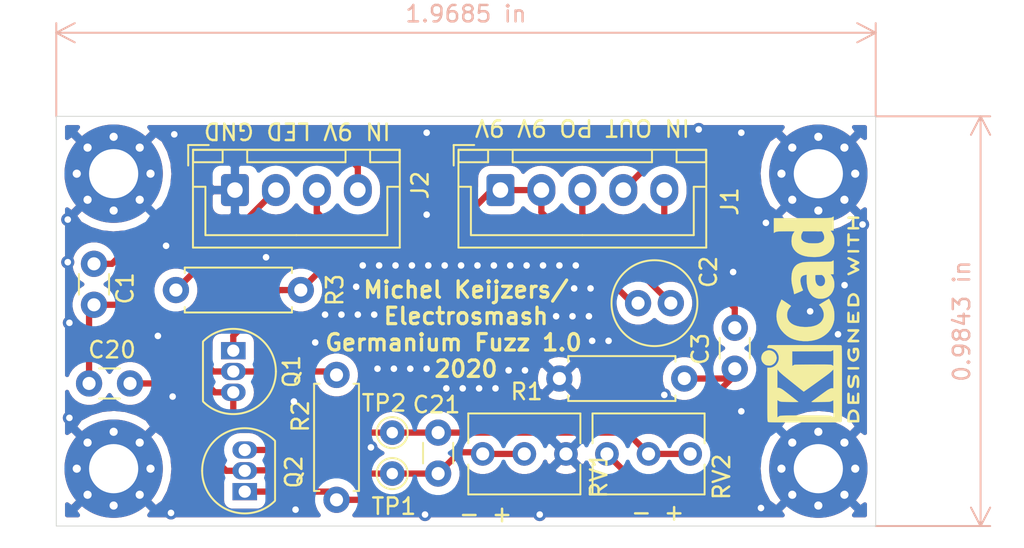
<source format=kicad_pcb>
(kicad_pcb (version 20171130) (host pcbnew "(5.1.5)-3")

  (general
    (thickness 1.6)
    (drawings 11)
    (tracks 141)
    (zones 0)
    (modules 21)
    (nets 12)
  )

  (page A4)
  (layers
    (0 F.Cu signal)
    (31 B.Cu signal)
    (32 B.Adhes user)
    (33 F.Adhes user)
    (34 B.Paste user)
    (35 F.Paste user)
    (36 B.SilkS user)
    (37 F.SilkS user)
    (38 B.Mask user)
    (39 F.Mask user)
    (40 Dwgs.User user)
    (41 Cmts.User user)
    (42 Eco1.User user)
    (43 Eco2.User user)
    (44 Edge.Cuts user)
    (45 Margin user)
    (46 B.CrtYd user)
    (47 F.CrtYd user)
    (48 B.Fab user)
    (49 F.Fab user)
  )

  (setup
    (last_trace_width 0.381)
    (user_trace_width 0.254)
    (user_trace_width 0.381)
    (trace_clearance 0.2)
    (zone_clearance 0.508)
    (zone_45_only yes)
    (trace_min 0.2)
    (via_size 0.8)
    (via_drill 0.4)
    (via_min_size 0.4)
    (via_min_drill 0.3)
    (uvia_size 0.3)
    (uvia_drill 0.1)
    (uvias_allowed no)
    (uvia_min_size 0.2)
    (uvia_min_drill 0.1)
    (edge_width 0.05)
    (segment_width 0.2)
    (pcb_text_width 0.3)
    (pcb_text_size 1.5 1.5)
    (mod_edge_width 0.12)
    (mod_text_size 1 1)
    (mod_text_width 0.15)
    (pad_size 1.524 1.524)
    (pad_drill 0.762)
    (pad_to_mask_clearance 0.051)
    (solder_mask_min_width 0.25)
    (aux_axis_origin 0 0)
    (visible_elements 7FFFFFFF)
    (pcbplotparams
      (layerselection 0x010f0_ffffffff)
      (usegerberextensions false)
      (usegerberattributes false)
      (usegerberadvancedattributes false)
      (creategerberjobfile false)
      (excludeedgelayer true)
      (linewidth 0.100000)
      (plotframeref false)
      (viasonmask false)
      (mode 1)
      (useauxorigin false)
      (hpglpennumber 1)
      (hpglpenspeed 20)
      (hpglpendiameter 15.000000)
      (psnegative false)
      (psa4output false)
      (plotreference true)
      (plotvalue true)
      (plotinvisibletext false)
      (padsonsilk false)
      (subtractmaskfromsilk false)
      (outputformat 1)
      (mirror false)
      (drillshape 0)
      (scaleselection 1)
      (outputdirectory ""))
  )

  (net 0 "")
  (net 1 "Net-(C1-Pad1)")
  (net 2 +9V)
  (net 3 "Net-(C3-Pad2)")
  (net 4 "Net-(C3-Pad1)")
  (net 5 GND)
  (net 6 "Net-(C2-Pad1)")
  (net 7 /FUZZ_IN)
  (net 8 /LED)
  (net 9 "Net-(C20-Pad2)")
  (net 10 "Net-(C21-Pad2)")
  (net 11 "Net-(J1-Pad4)")

  (net_class Default "This is the default net class."
    (clearance 0.2)
    (trace_width 0.25)
    (via_dia 0.8)
    (via_drill 0.4)
    (uvia_dia 0.3)
    (uvia_drill 0.1)
    (add_net +9V)
    (add_net /FUZZ_IN)
    (add_net /LED)
    (add_net GND)
    (add_net "Net-(C1-Pad1)")
    (add_net "Net-(C2-Pad1)")
    (add_net "Net-(C20-Pad2)")
    (add_net "Net-(C21-Pad2)")
    (add_net "Net-(C3-Pad1)")
    (add_net "Net-(C3-Pad2)")
    (add_net "Net-(J1-Pad4)")
  )

  (module Connector_JST:JST_XH_B5B-XH-A_1x05_P2.50mm_Vertical (layer F.Cu) (tedit 5C28146C) (tstamp 5EFE6536)
    (at 104.6 107)
    (descr "JST XH series connector, B5B-XH-A (http://www.jst-mfg.com/product/pdf/eng/eXH.pdf), generated with kicad-footprint-generator")
    (tags "connector JST XH vertical")
    (path /5F0B4929)
    (fp_text reference J1 (at 14 0.7 90) (layer F.SilkS)
      (effects (font (size 1 1) (thickness 0.15)))
    )
    (fp_text value "B1K / A500K" (at 5 4.6) (layer F.Fab)
      (effects (font (size 1 1) (thickness 0.15)))
    )
    (fp_text user %R (at 5 2.7) (layer F.Fab)
      (effects (font (size 1 1) (thickness 0.15)))
    )
    (fp_line (start -2.85 -2.75) (end -2.85 -1.5) (layer F.SilkS) (width 0.12))
    (fp_line (start -1.6 -2.75) (end -2.85 -2.75) (layer F.SilkS) (width 0.12))
    (fp_line (start 11.8 2.75) (end 5 2.75) (layer F.SilkS) (width 0.12))
    (fp_line (start 11.8 -0.2) (end 11.8 2.75) (layer F.SilkS) (width 0.12))
    (fp_line (start 12.55 -0.2) (end 11.8 -0.2) (layer F.SilkS) (width 0.12))
    (fp_line (start -1.8 2.75) (end 5 2.75) (layer F.SilkS) (width 0.12))
    (fp_line (start -1.8 -0.2) (end -1.8 2.75) (layer F.SilkS) (width 0.12))
    (fp_line (start -2.55 -0.2) (end -1.8 -0.2) (layer F.SilkS) (width 0.12))
    (fp_line (start 12.55 -2.45) (end 10.75 -2.45) (layer F.SilkS) (width 0.12))
    (fp_line (start 12.55 -1.7) (end 12.55 -2.45) (layer F.SilkS) (width 0.12))
    (fp_line (start 10.75 -1.7) (end 12.55 -1.7) (layer F.SilkS) (width 0.12))
    (fp_line (start 10.75 -2.45) (end 10.75 -1.7) (layer F.SilkS) (width 0.12))
    (fp_line (start -0.75 -2.45) (end -2.55 -2.45) (layer F.SilkS) (width 0.12))
    (fp_line (start -0.75 -1.7) (end -0.75 -2.45) (layer F.SilkS) (width 0.12))
    (fp_line (start -2.55 -1.7) (end -0.75 -1.7) (layer F.SilkS) (width 0.12))
    (fp_line (start -2.55 -2.45) (end -2.55 -1.7) (layer F.SilkS) (width 0.12))
    (fp_line (start 9.25 -2.45) (end 0.75 -2.45) (layer F.SilkS) (width 0.12))
    (fp_line (start 9.25 -1.7) (end 9.25 -2.45) (layer F.SilkS) (width 0.12))
    (fp_line (start 0.75 -1.7) (end 9.25 -1.7) (layer F.SilkS) (width 0.12))
    (fp_line (start 0.75 -2.45) (end 0.75 -1.7) (layer F.SilkS) (width 0.12))
    (fp_line (start 0 -1.35) (end 0.625 -2.35) (layer F.Fab) (width 0.1))
    (fp_line (start -0.625 -2.35) (end 0 -1.35) (layer F.Fab) (width 0.1))
    (fp_line (start 12.95 -2.85) (end -2.95 -2.85) (layer F.CrtYd) (width 0.05))
    (fp_line (start 12.95 3.9) (end 12.95 -2.85) (layer F.CrtYd) (width 0.05))
    (fp_line (start -2.95 3.9) (end 12.95 3.9) (layer F.CrtYd) (width 0.05))
    (fp_line (start -2.95 -2.85) (end -2.95 3.9) (layer F.CrtYd) (width 0.05))
    (fp_line (start 12.56 -2.46) (end -2.56 -2.46) (layer F.SilkS) (width 0.12))
    (fp_line (start 12.56 3.51) (end 12.56 -2.46) (layer F.SilkS) (width 0.12))
    (fp_line (start -2.56 3.51) (end 12.56 3.51) (layer F.SilkS) (width 0.12))
    (fp_line (start -2.56 -2.46) (end -2.56 3.51) (layer F.SilkS) (width 0.12))
    (fp_line (start 12.45 -2.35) (end -2.45 -2.35) (layer F.Fab) (width 0.1))
    (fp_line (start 12.45 3.4) (end 12.45 -2.35) (layer F.Fab) (width 0.1))
    (fp_line (start -2.45 3.4) (end 12.45 3.4) (layer F.Fab) (width 0.1))
    (fp_line (start -2.45 -2.35) (end -2.45 3.4) (layer F.Fab) (width 0.1))
    (pad 5 thru_hole oval (at 10 0) (size 1.7 1.95) (drill 0.95) (layers *.Cu *.Mask)
      (net 4 "Net-(C3-Pad1)"))
    (pad 4 thru_hole oval (at 7.5 0) (size 1.7 1.95) (drill 0.95) (layers *.Cu *.Mask)
      (net 11 "Net-(J1-Pad4)"))
    (pad 3 thru_hole oval (at 5 0) (size 1.7 1.95) (drill 0.95) (layers *.Cu *.Mask)
      (net 6 "Net-(C2-Pad1)"))
    (pad 2 thru_hole oval (at 2.5 0) (size 1.7 1.95) (drill 0.95) (layers *.Cu *.Mask)
      (net 2 +9V))
    (pad 1 thru_hole roundrect (at 0 0) (size 1.7 1.95) (drill 0.95) (layers *.Cu *.Mask) (roundrect_rratio 0.147059)
      (net 2 +9V))
    (model ${KISYS3DMOD}/Connector_JST.3dshapes/JST_XH_B5B-XH-A_1x05_P2.50mm_Vertical.wrl
      (at (xyz 0 0 0))
      (scale (xyz 1 1 1))
      (rotate (xyz 0 0 0))
    )
  )

  (module TestPoint:TestPoint_THTPad_D1.5mm_Drill0.7mm (layer F.Cu) (tedit 5A0F774F) (tstamp 5EFD16F7)
    (at 98 121.8)
    (descr "THT pad as test Point, diameter 1.5mm, hole diameter 0.7mm")
    (tags "test point THT pad")
    (path /5F0977E5)
    (attr virtual)
    (fp_text reference TP2 (at -0.5 -1.8 180) (layer F.SilkS)
      (effects (font (size 1 1) (thickness 0.15)))
    )
    (fp_text value TestPoint (at 0 1.75) (layer F.Fab)
      (effects (font (size 1 1) (thickness 0.15)))
    )
    (fp_circle (center 0 0) (end 0 0.95) (layer F.SilkS) (width 0.12))
    (fp_circle (center 0 0) (end 1.25 0) (layer F.CrtYd) (width 0.05))
    (fp_text user %R (at 0 -1.65) (layer F.Fab)
      (effects (font (size 1 1) (thickness 0.15)))
    )
    (pad 1 thru_hole circle (at 0 0) (size 1.5 1.5) (drill 0.7) (layers *.Cu *.Mask)
      (net 10 "Net-(C21-Pad2)"))
  )

  (module TestPoint:TestPoint_THTPad_D1.5mm_Drill0.7mm (layer F.Cu) (tedit 5A0F774F) (tstamp 5EFD16EF)
    (at 98 124.3)
    (descr "THT pad as test Point, diameter 1.5mm, hole diameter 0.7mm")
    (tags "test point THT pad")
    (path /5F095573)
    (attr virtual)
    (fp_text reference TP1 (at 0.1 2) (layer F.SilkS)
      (effects (font (size 1 1) (thickness 0.15)))
    )
    (fp_text value TestPoint (at 0 1.75) (layer F.Fab)
      (effects (font (size 1 1) (thickness 0.15)))
    )
    (fp_circle (center 0 0) (end 0 0.95) (layer F.SilkS) (width 0.12))
    (fp_circle (center 0 0) (end 1.25 0) (layer F.CrtYd) (width 0.05))
    (fp_text user %R (at 0 -1.65) (layer F.Fab)
      (effects (font (size 1 1) (thickness 0.15)))
    )
    (pad 1 thru_hole circle (at 0 0) (size 1.5 1.5) (drill 0.7) (layers *.Cu *.Mask)
      (net 9 "Net-(C20-Pad2)"))
  )

  (module Symbol:KiCad-Logo2_5mm_SilkScreen locked (layer F.Cu) (tedit 0) (tstamp 5EFC2CD8)
    (at 123.5 114.9 90)
    (descr "KiCad Logo")
    (tags "Logo KiCad")
    (attr virtual)
    (fp_text reference REF** (at 0 -5.08 90) (layer F.SilkS) hide
      (effects (font (size 1 1) (thickness 0.15)))
    )
    (fp_text value KiCad-Logo2_5mm_SilkScreen (at 0 5.08 90) (layer F.Fab) hide
      (effects (font (size 1 1) (thickness 0.15)))
    )
    (fp_poly (pts (xy 6.228823 2.274533) (xy 6.260202 2.296776) (xy 6.287911 2.324485) (xy 6.287911 2.63392)
      (xy 6.287838 2.725799) (xy 6.287495 2.79784) (xy 6.286692 2.85278) (xy 6.285241 2.89336)
      (xy 6.282952 2.922317) (xy 6.279636 2.942391) (xy 6.275105 2.956321) (xy 6.269169 2.966845)
      (xy 6.264514 2.9731) (xy 6.233783 2.997673) (xy 6.198496 3.000341) (xy 6.166245 2.985271)
      (xy 6.155588 2.976374) (xy 6.148464 2.964557) (xy 6.144167 2.945526) (xy 6.141991 2.914992)
      (xy 6.141228 2.868662) (xy 6.141155 2.832871) (xy 6.141155 2.698045) (xy 5.644444 2.698045)
      (xy 5.644444 2.8207) (xy 5.643931 2.876787) (xy 5.641876 2.915333) (xy 5.637508 2.941361)
      (xy 5.630056 2.959897) (xy 5.621047 2.9731) (xy 5.590144 2.997604) (xy 5.555196 3.000506)
      (xy 5.521738 2.983089) (xy 5.512604 2.973959) (xy 5.506152 2.961855) (xy 5.501897 2.943001)
      (xy 5.499352 2.91362) (xy 5.498029 2.869937) (xy 5.497443 2.808175) (xy 5.497375 2.794)
      (xy 5.496891 2.677631) (xy 5.496641 2.581727) (xy 5.496723 2.504177) (xy 5.497231 2.442869)
      (xy 5.498262 2.39569) (xy 5.499913 2.36053) (xy 5.502279 2.335276) (xy 5.505457 2.317817)
      (xy 5.509544 2.306041) (xy 5.514634 2.297835) (xy 5.520266 2.291645) (xy 5.552128 2.271844)
      (xy 5.585357 2.274533) (xy 5.616735 2.296776) (xy 5.629433 2.311126) (xy 5.637526 2.326978)
      (xy 5.642042 2.349554) (xy 5.644006 2.384078) (xy 5.644444 2.435776) (xy 5.644444 2.551289)
      (xy 6.141155 2.551289) (xy 6.141155 2.432756) (xy 6.141662 2.378148) (xy 6.143698 2.341275)
      (xy 6.148035 2.317307) (xy 6.155447 2.301415) (xy 6.163733 2.291645) (xy 6.195594 2.271844)
      (xy 6.228823 2.274533)) (layer F.SilkS) (width 0.01))
    (fp_poly (pts (xy 4.963065 2.269163) (xy 5.041772 2.269542) (xy 5.102863 2.270333) (xy 5.148817 2.27167)
      (xy 5.182114 2.273683) (xy 5.205236 2.276506) (xy 5.220662 2.280269) (xy 5.230871 2.285105)
      (xy 5.235813 2.288822) (xy 5.261457 2.321358) (xy 5.264559 2.355138) (xy 5.248711 2.385826)
      (xy 5.238348 2.398089) (xy 5.227196 2.40645) (xy 5.211035 2.411657) (xy 5.185642 2.414457)
      (xy 5.146798 2.415596) (xy 5.09028 2.415821) (xy 5.07918 2.415822) (xy 4.933244 2.415822)
      (xy 4.933244 2.686756) (xy 4.933148 2.772154) (xy 4.932711 2.837864) (xy 4.931712 2.886774)
      (xy 4.929928 2.921773) (xy 4.927137 2.945749) (xy 4.923117 2.961593) (xy 4.917645 2.972191)
      (xy 4.910666 2.980267) (xy 4.877734 3.000112) (xy 4.843354 2.998548) (xy 4.812176 2.975906)
      (xy 4.809886 2.9731) (xy 4.802429 2.962492) (xy 4.796747 2.950081) (xy 4.792601 2.93285)
      (xy 4.78975 2.907784) (xy 4.787954 2.871867) (xy 4.786972 2.822083) (xy 4.786564 2.755417)
      (xy 4.786489 2.679589) (xy 4.786489 2.415822) (xy 4.647127 2.415822) (xy 4.587322 2.415418)
      (xy 4.545918 2.41384) (xy 4.518748 2.410547) (xy 4.501646 2.404992) (xy 4.490443 2.396631)
      (xy 4.489083 2.395178) (xy 4.472725 2.361939) (xy 4.474172 2.324362) (xy 4.492978 2.291645)
      (xy 4.50025 2.285298) (xy 4.509627 2.280266) (xy 4.523609 2.276396) (xy 4.544696 2.273537)
      (xy 4.575389 2.271535) (xy 4.618189 2.270239) (xy 4.675595 2.269498) (xy 4.75011 2.269158)
      (xy 4.844233 2.269068) (xy 4.86426 2.269067) (xy 4.963065 2.269163)) (layer F.SilkS) (width 0.01))
    (fp_poly (pts (xy 4.188614 2.275877) (xy 4.212327 2.290647) (xy 4.238978 2.312227) (xy 4.238978 2.633773)
      (xy 4.238893 2.72783) (xy 4.238529 2.801932) (xy 4.237724 2.858704) (xy 4.236313 2.900768)
      (xy 4.234133 2.930748) (xy 4.231021 2.951267) (xy 4.226814 2.964949) (xy 4.221348 2.974416)
      (xy 4.217472 2.979082) (xy 4.186034 2.999575) (xy 4.150233 2.998739) (xy 4.118873 2.981264)
      (xy 4.092222 2.959684) (xy 4.092222 2.312227) (xy 4.118873 2.290647) (xy 4.144594 2.274949)
      (xy 4.1656 2.269067) (xy 4.188614 2.275877)) (layer F.SilkS) (width 0.01))
    (fp_poly (pts (xy 3.744665 2.271034) (xy 3.764255 2.278035) (xy 3.76501 2.278377) (xy 3.791613 2.298678)
      (xy 3.80627 2.319561) (xy 3.809138 2.329352) (xy 3.808996 2.342361) (xy 3.804961 2.360895)
      (xy 3.796146 2.387257) (xy 3.781669 2.423752) (xy 3.760645 2.472687) (xy 3.732188 2.536365)
      (xy 3.695415 2.617093) (xy 3.675175 2.661216) (xy 3.638625 2.739985) (xy 3.604315 2.812423)
      (xy 3.573552 2.87588) (xy 3.547648 2.927708) (xy 3.52791 2.965259) (xy 3.51565 2.985884)
      (xy 3.513224 2.988733) (xy 3.482183 3.001302) (xy 3.447121 2.999619) (xy 3.419 2.984332)
      (xy 3.417854 2.983089) (xy 3.406668 2.966154) (xy 3.387904 2.93317) (xy 3.363875 2.88838)
      (xy 3.336897 2.836032) (xy 3.327201 2.816742) (xy 3.254014 2.67015) (xy 3.17424 2.829393)
      (xy 3.145767 2.884415) (xy 3.11935 2.932132) (xy 3.097148 2.968893) (xy 3.081319 2.991044)
      (xy 3.075954 2.995741) (xy 3.034257 3.002102) (xy 2.999849 2.988733) (xy 2.989728 2.974446)
      (xy 2.972214 2.942692) (xy 2.948735 2.896597) (xy 2.92072 2.839285) (xy 2.889599 2.77388)
      (xy 2.856799 2.703507) (xy 2.82375 2.631291) (xy 2.791881 2.560355) (xy 2.762619 2.493825)
      (xy 2.737395 2.434826) (xy 2.717636 2.386481) (xy 2.704772 2.351915) (xy 2.700231 2.334253)
      (xy 2.700277 2.333613) (xy 2.711326 2.311388) (xy 2.73341 2.288753) (xy 2.73471 2.287768)
      (xy 2.761853 2.272425) (xy 2.786958 2.272574) (xy 2.796368 2.275466) (xy 2.807834 2.281718)
      (xy 2.82001 2.294014) (xy 2.834357 2.314908) (xy 2.852336 2.346949) (xy 2.875407 2.392688)
      (xy 2.90503 2.454677) (xy 2.931745 2.511898) (xy 2.96248 2.578226) (xy 2.990021 2.637874)
      (xy 3.012938 2.687725) (xy 3.029798 2.724664) (xy 3.039173 2.745573) (xy 3.04054 2.748845)
      (xy 3.046689 2.743497) (xy 3.060822 2.721109) (xy 3.081057 2.684946) (xy 3.105515 2.638277)
      (xy 3.115248 2.619022) (xy 3.148217 2.554004) (xy 3.173643 2.506654) (xy 3.193612 2.474219)
      (xy 3.21021 2.453946) (xy 3.225524 2.443082) (xy 3.24164 2.438875) (xy 3.252143 2.4384)
      (xy 3.27067 2.440042) (xy 3.286904 2.446831) (xy 3.303035 2.461566) (xy 3.321251 2.487044)
      (xy 3.343739 2.526061) (xy 3.372689 2.581414) (xy 3.388662 2.612903) (xy 3.41457 2.663087)
      (xy 3.437167 2.704704) (xy 3.454458 2.734242) (xy 3.46445 2.748189) (xy 3.465809 2.74877)
      (xy 3.472261 2.737793) (xy 3.486708 2.70929) (xy 3.507703 2.666244) (xy 3.533797 2.611638)
      (xy 3.563546 2.548454) (xy 3.57818 2.517071) (xy 3.61625 2.436078) (xy 3.646905 2.373756)
      (xy 3.671737 2.328071) (xy 3.692337 2.296989) (xy 3.710298 2.278478) (xy 3.72721 2.270504)
      (xy 3.744665 2.271034)) (layer F.SilkS) (width 0.01))
    (fp_poly (pts (xy 1.018309 2.269275) (xy 1.147288 2.273636) (xy 1.256991 2.286861) (xy 1.349226 2.309741)
      (xy 1.425802 2.34307) (xy 1.488527 2.387638) (xy 1.539212 2.444236) (xy 1.579663 2.513658)
      (xy 1.580459 2.515351) (xy 1.604601 2.577483) (xy 1.613203 2.632509) (xy 1.606231 2.687887)
      (xy 1.583654 2.751073) (xy 1.579372 2.760689) (xy 1.550172 2.816966) (xy 1.517356 2.860451)
      (xy 1.475002 2.897417) (xy 1.41719 2.934135) (xy 1.413831 2.936052) (xy 1.363504 2.960227)
      (xy 1.306621 2.978282) (xy 1.239527 2.990839) (xy 1.158565 2.998522) (xy 1.060082 3.001953)
      (xy 1.025286 3.002251) (xy 0.859594 3.002845) (xy 0.836197 2.9731) (xy 0.829257 2.963319)
      (xy 0.823842 2.951897) (xy 0.819765 2.936095) (xy 0.816837 2.913175) (xy 0.814867 2.880396)
      (xy 0.814225 2.856089) (xy 0.970844 2.856089) (xy 1.064726 2.856089) (xy 1.119664 2.854483)
      (xy 1.17606 2.850255) (xy 1.222345 2.844292) (xy 1.225139 2.84379) (xy 1.307348 2.821736)
      (xy 1.371114 2.7886) (xy 1.418452 2.742847) (xy 1.451382 2.682939) (xy 1.457108 2.667061)
      (xy 1.462721 2.642333) (xy 1.460291 2.617902) (xy 1.448467 2.5854) (xy 1.44134 2.569434)
      (xy 1.418 2.527006) (xy 1.38988 2.49724) (xy 1.35894 2.476511) (xy 1.296966 2.449537)
      (xy 1.217651 2.429998) (xy 1.125253 2.418746) (xy 1.058333 2.41627) (xy 0.970844 2.415822)
      (xy 0.970844 2.856089) (xy 0.814225 2.856089) (xy 0.813668 2.835021) (xy 0.81305 2.774311)
      (xy 0.812825 2.695526) (xy 0.8128 2.63392) (xy 0.8128 2.324485) (xy 0.840509 2.296776)
      (xy 0.852806 2.285544) (xy 0.866103 2.277853) (xy 0.884672 2.27304) (xy 0.912786 2.270446)
      (xy 0.954717 2.26941) (xy 1.014737 2.26927) (xy 1.018309 2.269275)) (layer F.SilkS) (width 0.01))
    (fp_poly (pts (xy 0.230343 2.26926) (xy 0.306701 2.270174) (xy 0.365217 2.272311) (xy 0.408255 2.276175)
      (xy 0.438183 2.282267) (xy 0.457368 2.29109) (xy 0.468176 2.303146) (xy 0.472973 2.318939)
      (xy 0.474127 2.33897) (xy 0.474133 2.341335) (xy 0.473131 2.363992) (xy 0.468396 2.381503)
      (xy 0.457333 2.394574) (xy 0.437348 2.403913) (xy 0.405846 2.410227) (xy 0.360232 2.414222)
      (xy 0.297913 2.416606) (xy 0.216293 2.418086) (xy 0.191277 2.418414) (xy -0.0508 2.421467)
      (xy -0.054186 2.486378) (xy -0.057571 2.551289) (xy 0.110576 2.551289) (xy 0.176266 2.551531)
      (xy 0.223172 2.552556) (xy 0.255083 2.554811) (xy 0.275791 2.558742) (xy 0.289084 2.564798)
      (xy 0.298755 2.573424) (xy 0.298817 2.573493) (xy 0.316356 2.607112) (xy 0.315722 2.643448)
      (xy 0.297314 2.674423) (xy 0.293671 2.677607) (xy 0.280741 2.685812) (xy 0.263024 2.691521)
      (xy 0.23657 2.695162) (xy 0.197432 2.697167) (xy 0.141662 2.697964) (xy 0.105994 2.698045)
      (xy -0.056445 2.698045) (xy -0.056445 2.856089) (xy 0.190161 2.856089) (xy 0.27158 2.856231)
      (xy 0.33341 2.856814) (xy 0.378637 2.858068) (xy 0.410248 2.860227) (xy 0.431231 2.863523)
      (xy 0.444573 2.868189) (xy 0.453261 2.874457) (xy 0.45545 2.876733) (xy 0.471614 2.90828)
      (xy 0.472797 2.944168) (xy 0.459536 2.975285) (xy 0.449043 2.985271) (xy 0.438129 2.990769)
      (xy 0.421217 2.995022) (xy 0.395633 2.99818) (xy 0.358701 3.000392) (xy 0.307746 3.001806)
      (xy 0.240094 3.002572) (xy 0.153069 3.002838) (xy 0.133394 3.002845) (xy 0.044911 3.002787)
      (xy -0.023773 3.002467) (xy -0.075436 3.001667) (xy -0.112855 3.000167) (xy -0.13881 2.997749)
      (xy -0.156078 2.994194) (xy -0.167438 2.989282) (xy -0.175668 2.982795) (xy -0.180183 2.978138)
      (xy -0.186979 2.969889) (xy -0.192288 2.959669) (xy -0.196294 2.9448) (xy -0.199179 2.922602)
      (xy -0.201126 2.890393) (xy -0.202319 2.845496) (xy -0.202939 2.785228) (xy -0.203171 2.706911)
      (xy -0.2032 2.640994) (xy -0.203129 2.548628) (xy -0.202792 2.476117) (xy -0.202002 2.420737)
      (xy -0.200574 2.379765) (xy -0.198321 2.350478) (xy -0.195057 2.330153) (xy -0.190596 2.316066)
      (xy -0.184752 2.305495) (xy -0.179803 2.298811) (xy -0.156406 2.269067) (xy 0.133774 2.269067)
      (xy 0.230343 2.26926)) (layer F.SilkS) (width 0.01))
    (fp_poly (pts (xy -1.300114 2.273448) (xy -1.276548 2.287273) (xy -1.245735 2.309881) (xy -1.206078 2.342338)
      (xy -1.15598 2.385708) (xy -1.093843 2.441058) (xy -1.018072 2.509451) (xy -0.931334 2.588084)
      (xy -0.750711 2.751878) (xy -0.745067 2.532029) (xy -0.743029 2.456351) (xy -0.741063 2.399994)
      (xy -0.738734 2.359706) (xy -0.735606 2.332235) (xy -0.731245 2.314329) (xy -0.725216 2.302737)
      (xy -0.717084 2.294208) (xy -0.712772 2.290623) (xy -0.678241 2.27167) (xy -0.645383 2.274441)
      (xy -0.619318 2.290633) (xy -0.592667 2.312199) (xy -0.589352 2.627151) (xy -0.588435 2.719779)
      (xy -0.587968 2.792544) (xy -0.588113 2.848161) (xy -0.589032 2.889342) (xy -0.590887 2.918803)
      (xy -0.593839 2.939255) (xy -0.59805 2.953413) (xy -0.603682 2.963991) (xy -0.609927 2.972474)
      (xy -0.623439 2.988207) (xy -0.636883 2.998636) (xy -0.652124 3.002639) (xy -0.671026 2.999094)
      (xy -0.695455 2.986879) (xy -0.727273 2.964871) (xy -0.768348 2.931949) (xy -0.820542 2.886991)
      (xy -0.885722 2.828875) (xy -0.959556 2.762099) (xy -1.224845 2.521458) (xy -1.230489 2.740589)
      (xy -1.232531 2.816128) (xy -1.234502 2.872354) (xy -1.236839 2.912524) (xy -1.239981 2.939896)
      (xy -1.244364 2.957728) (xy -1.250424 2.969279) (xy -1.2586 2.977807) (xy -1.262784 2.981282)
      (xy -1.299765 3.000372) (xy -1.334708 2.997493) (xy -1.365136 2.9731) (xy -1.372097 2.963286)
      (xy -1.377523 2.951826) (xy -1.381603 2.935968) (xy -1.384529 2.912963) (xy -1.386492 2.880062)
      (xy -1.387683 2.834516) (xy -1.388292 2.773573) (xy -1.388511 2.694486) (xy -1.388534 2.635956)
      (xy -1.38846 2.544407) (xy -1.388113 2.472687) (xy -1.387301 2.418045) (xy -1.385833 2.377732)
      (xy -1.383519 2.348998) (xy -1.380167 2.329093) (xy -1.375588 2.315268) (xy -1.369589 2.304772)
      (xy -1.365136 2.298811) (xy -1.35385 2.284691) (xy -1.343301 2.274029) (xy -1.331893 2.267892)
      (xy -1.31803 2.267343) (xy -1.300114 2.273448)) (layer F.SilkS) (width 0.01))
    (fp_poly (pts (xy -1.950081 2.274599) (xy -1.881565 2.286095) (xy -1.828943 2.303967) (xy -1.794708 2.327499)
      (xy -1.785379 2.340924) (xy -1.775893 2.372148) (xy -1.782277 2.400395) (xy -1.80243 2.427182)
      (xy -1.833745 2.439713) (xy -1.879183 2.438696) (xy -1.914326 2.431906) (xy -1.992419 2.418971)
      (xy -2.072226 2.417742) (xy -2.161555 2.428241) (xy -2.186229 2.43269) (xy -2.269291 2.456108)
      (xy -2.334273 2.490945) (xy -2.380461 2.536604) (xy -2.407145 2.592494) (xy -2.412663 2.621388)
      (xy -2.409051 2.680012) (xy -2.385729 2.731879) (xy -2.344824 2.775978) (xy -2.288459 2.811299)
      (xy -2.21876 2.836829) (xy -2.137852 2.851559) (xy -2.04786 2.854478) (xy -1.95091 2.844575)
      (xy -1.945436 2.843641) (xy -1.906875 2.836459) (xy -1.885494 2.829521) (xy -1.876227 2.819227)
      (xy -1.874006 2.801976) (xy -1.873956 2.792841) (xy -1.873956 2.754489) (xy -1.942431 2.754489)
      (xy -2.0029 2.750347) (xy -2.044165 2.737147) (xy -2.068175 2.71373) (xy -2.076877 2.678936)
      (xy -2.076983 2.674394) (xy -2.071892 2.644654) (xy -2.054433 2.623419) (xy -2.021939 2.609366)
      (xy -1.971743 2.601173) (xy -1.923123 2.598161) (xy -1.852456 2.596433) (xy -1.801198 2.59907)
      (xy -1.766239 2.6088) (xy -1.74447 2.628353) (xy -1.73278 2.660456) (xy -1.72806 2.707838)
      (xy -1.7272 2.770071) (xy -1.728609 2.839535) (xy -1.732848 2.886786) (xy -1.739936 2.912012)
      (xy -1.741311 2.913988) (xy -1.780228 2.945508) (xy -1.837286 2.97047) (xy -1.908869 2.98834)
      (xy -1.991358 2.998586) (xy -2.081139 3.000673) (xy -2.174592 2.994068) (xy -2.229556 2.985956)
      (xy -2.315766 2.961554) (xy -2.395892 2.921662) (xy -2.462977 2.869887) (xy -2.473173 2.859539)
      (xy -2.506302 2.816035) (xy -2.536194 2.762118) (xy -2.559357 2.705592) (xy -2.572298 2.654259)
      (xy -2.573858 2.634544) (xy -2.567218 2.593419) (xy -2.549568 2.542252) (xy -2.524297 2.488394)
      (xy -2.494789 2.439195) (xy -2.468719 2.406334) (xy -2.407765 2.357452) (xy -2.328969 2.318545)
      (xy -2.235157 2.290494) (xy -2.12915 2.274179) (xy -2.032 2.270192) (xy -1.950081 2.274599)) (layer F.SilkS) (width 0.01))
    (fp_poly (pts (xy -2.923822 2.291645) (xy -2.917242 2.299218) (xy -2.912079 2.308987) (xy -2.908164 2.323571)
      (xy -2.905324 2.345585) (xy -2.903387 2.377648) (xy -2.902183 2.422375) (xy -2.901539 2.482385)
      (xy -2.901284 2.560294) (xy -2.901245 2.635956) (xy -2.901314 2.729802) (xy -2.901638 2.803689)
      (xy -2.902386 2.860232) (xy -2.903732 2.902049) (xy -2.905846 2.931757) (xy -2.9089 2.951973)
      (xy -2.913066 2.965314) (xy -2.918516 2.974398) (xy -2.923822 2.980267) (xy -2.956826 2.999947)
      (xy -2.991991 2.998181) (xy -3.023455 2.976717) (xy -3.030684 2.968337) (xy -3.036334 2.958614)
      (xy -3.040599 2.944861) (xy -3.043673 2.924389) (xy -3.045752 2.894512) (xy -3.04703 2.852541)
      (xy -3.047701 2.795789) (xy -3.047959 2.721567) (xy -3.048 2.637537) (xy -3.048 2.324485)
      (xy -3.020291 2.296776) (xy -2.986137 2.273463) (xy -2.953006 2.272623) (xy -2.923822 2.291645)) (layer F.SilkS) (width 0.01))
    (fp_poly (pts (xy -3.691703 2.270351) (xy -3.616888 2.275581) (xy -3.547306 2.28375) (xy -3.487002 2.29455)
      (xy -3.44002 2.307673) (xy -3.410406 2.322813) (xy -3.40586 2.327269) (xy -3.390054 2.36185)
      (xy -3.394847 2.397351) (xy -3.419364 2.427725) (xy -3.420534 2.428596) (xy -3.434954 2.437954)
      (xy -3.450008 2.442876) (xy -3.471005 2.443473) (xy -3.503257 2.439861) (xy -3.552073 2.432154)
      (xy -3.556 2.431505) (xy -3.628739 2.422569) (xy -3.707217 2.418161) (xy -3.785927 2.418119)
      (xy -3.859361 2.422279) (xy -3.922011 2.430479) (xy -3.96837 2.442557) (xy -3.971416 2.443771)
      (xy -4.005048 2.462615) (xy -4.016864 2.481685) (xy -4.007614 2.500439) (xy -3.978047 2.518337)
      (xy -3.928911 2.534837) (xy -3.860957 2.549396) (xy -3.815645 2.556406) (xy -3.721456 2.569889)
      (xy -3.646544 2.582214) (xy -3.587717 2.594449) (xy -3.541785 2.607661) (xy -3.505555 2.622917)
      (xy -3.475838 2.641285) (xy -3.449442 2.663831) (xy -3.42823 2.685971) (xy -3.403065 2.716819)
      (xy -3.390681 2.743345) (xy -3.386808 2.776026) (xy -3.386667 2.787995) (xy -3.389576 2.827712)
      (xy -3.401202 2.857259) (xy -3.421323 2.883486) (xy -3.462216 2.923576) (xy -3.507817 2.954149)
      (xy -3.561513 2.976203) (xy -3.626692 2.990735) (xy -3.706744 2.998741) (xy -3.805057 3.001218)
      (xy -3.821289 3.001177) (xy -3.886849 2.999818) (xy -3.951866 2.99673) (xy -4.009252 2.992356)
      (xy -4.051922 2.98714) (xy -4.055372 2.986541) (xy -4.097796 2.976491) (xy -4.13378 2.963796)
      (xy -4.15415 2.95219) (xy -4.173107 2.921572) (xy -4.174427 2.885918) (xy -4.158085 2.854144)
      (xy -4.154429 2.850551) (xy -4.139315 2.839876) (xy -4.120415 2.835276) (xy -4.091162 2.836059)
      (xy -4.055651 2.840127) (xy -4.01597 2.843762) (xy -3.960345 2.846828) (xy -3.895406 2.849053)
      (xy -3.827785 2.850164) (xy -3.81 2.850237) (xy -3.742128 2.849964) (xy -3.692454 2.848646)
      (xy -3.65661 2.845827) (xy -3.630224 2.84105) (xy -3.608926 2.833857) (xy -3.596126 2.827867)
      (xy -3.568 2.811233) (xy -3.550068 2.796168) (xy -3.547447 2.791897) (xy -3.552976 2.774263)
      (xy -3.57926 2.757192) (xy -3.624478 2.741458) (xy -3.686808 2.727838) (xy -3.705171 2.724804)
      (xy -3.80109 2.709738) (xy -3.877641 2.697146) (xy -3.93778 2.686111) (xy -3.98446 2.67572)
      (xy -4.020637 2.665056) (xy -4.049265 2.653205) (xy -4.073298 2.639251) (xy -4.095692 2.622281)
      (xy -4.119402 2.601378) (xy -4.12738 2.594049) (xy -4.155353 2.566699) (xy -4.17016 2.545029)
      (xy -4.175952 2.520232) (xy -4.176889 2.488983) (xy -4.166575 2.427705) (xy -4.135752 2.37564)
      (xy -4.084595 2.332958) (xy -4.013283 2.299825) (xy -3.9624 2.284964) (xy -3.9071 2.275366)
      (xy -3.840853 2.269936) (xy -3.767706 2.268367) (xy -3.691703 2.270351)) (layer F.SilkS) (width 0.01))
    (fp_poly (pts (xy -4.712794 2.269146) (xy -4.643386 2.269518) (xy -4.590997 2.270385) (xy -4.552847 2.271946)
      (xy -4.526159 2.274403) (xy -4.508153 2.277957) (xy -4.496049 2.28281) (xy -4.487069 2.289161)
      (xy -4.483818 2.292084) (xy -4.464043 2.323142) (xy -4.460482 2.358828) (xy -4.473491 2.39051)
      (xy -4.479506 2.396913) (xy -4.489235 2.403121) (xy -4.504901 2.40791) (xy -4.529408 2.411514)
      (xy -4.565661 2.414164) (xy -4.616565 2.416095) (xy -4.685026 2.417539) (xy -4.747617 2.418418)
      (xy -4.995334 2.421467) (xy -4.998719 2.486378) (xy -5.002105 2.551289) (xy -4.833958 2.551289)
      (xy -4.760959 2.551919) (xy -4.707517 2.554553) (xy -4.670628 2.560309) (xy -4.647288 2.570304)
      (xy -4.634494 2.585656) (xy -4.629242 2.607482) (xy -4.628445 2.627738) (xy -4.630923 2.652592)
      (xy -4.640277 2.670906) (xy -4.659383 2.683637) (xy -4.691118 2.691741) (xy -4.738359 2.696176)
      (xy -4.803983 2.697899) (xy -4.839801 2.698045) (xy -5.000978 2.698045) (xy -5.000978 2.856089)
      (xy -4.752622 2.856089) (xy -4.671213 2.856202) (xy -4.609342 2.856712) (xy -4.563968 2.85787)
      (xy -4.532054 2.85993) (xy -4.510559 2.863146) (xy -4.496443 2.867772) (xy -4.486668 2.874059)
      (xy -4.481689 2.878667) (xy -4.46461 2.90556) (xy -4.459111 2.929467) (xy -4.466963 2.958667)
      (xy -4.481689 2.980267) (xy -4.489546 2.987066) (xy -4.499688 2.992346) (xy -4.514844 2.996298)
      (xy -4.537741 2.999113) (xy -4.571109 3.000982) (xy -4.617675 3.002098) (xy -4.680167 3.002651)
      (xy -4.761314 3.002833) (xy -4.803422 3.002845) (xy -4.893598 3.002765) (xy -4.963924 3.002398)
      (xy -5.017129 3.001552) (xy -5.05594 3.000036) (xy -5.083087 2.997659) (xy -5.101298 2.994229)
      (xy -5.1133 2.989554) (xy -5.121822 2.983444) (xy -5.125156 2.980267) (xy -5.131755 2.97267)
      (xy -5.136927 2.96287) (xy -5.140846 2.948239) (xy -5.143684 2.926152) (xy -5.145615 2.893982)
      (xy -5.146812 2.849103) (xy -5.147448 2.788889) (xy -5.147697 2.710713) (xy -5.147734 2.637923)
      (xy -5.1477 2.544707) (xy -5.147465 2.471431) (xy -5.14683 2.415458) (xy -5.145594 2.374151)
      (xy -5.143556 2.344872) (xy -5.140517 2.324984) (xy -5.136277 2.31185) (xy -5.130635 2.302832)
      (xy -5.123391 2.295293) (xy -5.121606 2.293612) (xy -5.112945 2.286172) (xy -5.102882 2.280409)
      (xy -5.088625 2.276112) (xy -5.067383 2.273064) (xy -5.036364 2.271051) (xy -4.992777 2.26986)
      (xy -4.933831 2.269275) (xy -4.856734 2.269083) (xy -4.802001 2.269067) (xy -4.712794 2.269146)) (layer F.SilkS) (width 0.01))
    (fp_poly (pts (xy -6.121371 2.269066) (xy -6.081889 2.269467) (xy -5.9662 2.272259) (xy -5.869311 2.28055)
      (xy -5.787919 2.295232) (xy -5.718723 2.317193) (xy -5.65842 2.347322) (xy -5.603708 2.38651)
      (xy -5.584167 2.403532) (xy -5.55175 2.443363) (xy -5.52252 2.497413) (xy -5.499991 2.557323)
      (xy -5.487679 2.614739) (xy -5.4864 2.635956) (xy -5.494417 2.694769) (xy -5.515899 2.759013)
      (xy -5.546999 2.819821) (xy -5.583866 2.86833) (xy -5.589854 2.874182) (xy -5.640579 2.915321)
      (xy -5.696125 2.947435) (xy -5.759696 2.971365) (xy -5.834494 2.987953) (xy -5.923722 2.998041)
      (xy -6.030582 3.002469) (xy -6.079528 3.002845) (xy -6.141762 3.002545) (xy -6.185528 3.001292)
      (xy -6.214931 2.998554) (xy -6.234079 2.993801) (xy -6.247077 2.986501) (xy -6.254045 2.980267)
      (xy -6.260626 2.972694) (xy -6.265788 2.962924) (xy -6.269703 2.94834) (xy -6.272543 2.926326)
      (xy -6.27448 2.894264) (xy -6.275684 2.849536) (xy -6.276328 2.789526) (xy -6.276583 2.711617)
      (xy -6.276622 2.635956) (xy -6.27687 2.535041) (xy -6.276817 2.454427) (xy -6.275857 2.415822)
      (xy -6.129867 2.415822) (xy -6.129867 2.856089) (xy -6.036734 2.856004) (xy -5.980693 2.854396)
      (xy -5.921999 2.850256) (xy -5.873028 2.844464) (xy -5.871538 2.844226) (xy -5.792392 2.82509)
      (xy -5.731002 2.795287) (xy -5.684305 2.752878) (xy -5.654635 2.706961) (xy -5.636353 2.656026)
      (xy -5.637771 2.6082) (xy -5.658988 2.556933) (xy -5.700489 2.503899) (xy -5.757998 2.4646)
      (xy -5.83275 2.438331) (xy -5.882708 2.429035) (xy -5.939416 2.422507) (xy -5.999519 2.417782)
      (xy -6.050639 2.415817) (xy -6.053667 2.415808) (xy -6.129867 2.415822) (xy -6.275857 2.415822)
      (xy -6.27526 2.391851) (xy -6.270998 2.345055) (xy -6.26283 2.311778) (xy -6.249556 2.289759)
      (xy -6.229974 2.276739) (xy -6.202883 2.270457) (xy -6.167082 2.268653) (xy -6.121371 2.269066)) (layer F.SilkS) (width 0.01))
    (fp_poly (pts (xy -2.273043 -2.973429) (xy -2.176768 -2.949191) (xy -2.090184 -2.906359) (xy -2.015373 -2.846581)
      (xy -1.954418 -2.771506) (xy -1.909399 -2.68278) (xy -1.883136 -2.58647) (xy -1.877286 -2.489205)
      (xy -1.89214 -2.395346) (xy -1.92584 -2.307489) (xy -1.976528 -2.22823) (xy -2.042345 -2.160164)
      (xy -2.121434 -2.105888) (xy -2.211934 -2.067998) (xy -2.2632 -2.055574) (xy -2.307698 -2.048053)
      (xy -2.341999 -2.045081) (xy -2.37496 -2.046906) (xy -2.415434 -2.053775) (xy -2.448531 -2.06075)
      (xy -2.541947 -2.092259) (xy -2.625619 -2.143383) (xy -2.697665 -2.212571) (xy -2.7562 -2.298272)
      (xy -2.770148 -2.325511) (xy -2.786586 -2.361878) (xy -2.796894 -2.392418) (xy -2.80246 -2.42455)
      (xy -2.804669 -2.465693) (xy -2.804948 -2.511778) (xy -2.800861 -2.596135) (xy -2.787446 -2.665414)
      (xy -2.762256 -2.726039) (xy -2.722846 -2.784433) (xy -2.684298 -2.828698) (xy -2.612406 -2.894516)
      (xy -2.537313 -2.939947) (xy -2.454562 -2.96715) (xy -2.376928 -2.977424) (xy -2.273043 -2.973429)) (layer F.SilkS) (width 0.01))
    (fp_poly (pts (xy 6.186507 -0.527755) (xy 6.186526 -0.293338) (xy 6.186552 -0.080397) (xy 6.186625 0.112168)
      (xy 6.186782 0.285459) (xy 6.187064 0.440576) (xy 6.187509 0.57862) (xy 6.188156 0.700692)
      (xy 6.189045 0.807894) (xy 6.190213 0.901326) (xy 6.191701 0.98209) (xy 6.193546 1.051286)
      (xy 6.195789 1.110015) (xy 6.198469 1.159379) (xy 6.201623 1.200478) (xy 6.205292 1.234413)
      (xy 6.209513 1.262286) (xy 6.214327 1.285198) (xy 6.219773 1.304249) (xy 6.225888 1.32054)
      (xy 6.232712 1.335173) (xy 6.240285 1.349249) (xy 6.248645 1.363868) (xy 6.253839 1.372974)
      (xy 6.288104 1.433689) (xy 5.429955 1.433689) (xy 5.429955 1.337733) (xy 5.429224 1.29437)
      (xy 5.427272 1.261205) (xy 5.424463 1.243424) (xy 5.423221 1.241778) (xy 5.411799 1.248662)
      (xy 5.389084 1.266505) (xy 5.366385 1.285879) (xy 5.3118 1.326614) (xy 5.242321 1.367617)
      (xy 5.16527 1.405123) (xy 5.087965 1.435364) (xy 5.057113 1.445012) (xy 4.988616 1.459578)
      (xy 4.905764 1.469539) (xy 4.816371 1.474583) (xy 4.728248 1.474396) (xy 4.649207 1.468666)
      (xy 4.611511 1.462858) (xy 4.473414 1.424797) (xy 4.346113 1.367073) (xy 4.230292 1.290211)
      (xy 4.126637 1.194739) (xy 4.035833 1.081179) (xy 3.969031 0.970381) (xy 3.914164 0.853625)
      (xy 3.872163 0.734276) (xy 3.842167 0.608283) (xy 3.823311 0.471594) (xy 3.814732 0.320158)
      (xy 3.814006 0.242711) (xy 3.8161 0.185934) (xy 4.645217 0.185934) (xy 4.645424 0.279002)
      (xy 4.648337 0.366692) (xy 4.654 0.443772) (xy 4.662455 0.505009) (xy 4.665038 0.51735)
      (xy 4.69684 0.624633) (xy 4.738498 0.711658) (xy 4.790363 0.778642) (xy 4.852781 0.825805)
      (xy 4.9261 0.853365) (xy 5.010669 0.861541) (xy 5.106835 0.850551) (xy 5.170311 0.834829)
      (xy 5.219454 0.816639) (xy 5.273583 0.790791) (xy 5.314244 0.767089) (xy 5.3848 0.720721)
      (xy 5.3848 -0.42947) (xy 5.317392 -0.473038) (xy 5.238867 -0.51396) (xy 5.154681 -0.540611)
      (xy 5.069557 -0.552535) (xy 4.988216 -0.549278) (xy 4.91538 -0.530385) (xy 4.883426 -0.514816)
      (xy 4.825501 -0.471819) (xy 4.776544 -0.415047) (xy 4.73539 -0.342425) (xy 4.700874 -0.251879)
      (xy 4.671833 -0.141334) (xy 4.670552 -0.135467) (xy 4.660381 -0.073212) (xy 4.652739 0.004594)
      (xy 4.64767 0.09272) (xy 4.645217 0.185934) (xy 3.8161 0.185934) (xy 3.821857 0.029895)
      (xy 3.843802 -0.165941) (xy 3.879786 -0.344668) (xy 3.929759 -0.506155) (xy 3.993668 -0.650274)
      (xy 4.071462 -0.776894) (xy 4.163089 -0.885885) (xy 4.268497 -0.977117) (xy 4.313662 -1.008068)
      (xy 4.414611 -1.064215) (xy 4.517901 -1.103826) (xy 4.627989 -1.127986) (xy 4.74933 -1.137781)
      (xy 4.841836 -1.136735) (xy 4.97149 -1.125769) (xy 5.084084 -1.103954) (xy 5.182875 -1.070286)
      (xy 5.271121 -1.023764) (xy 5.319986 -0.989552) (xy 5.349353 -0.967638) (xy 5.371043 -0.952667)
      (xy 5.379253 -0.948267) (xy 5.380868 -0.959096) (xy 5.382159 -0.989749) (xy 5.383138 -1.037474)
      (xy 5.383817 -1.099521) (xy 5.38421 -1.173138) (xy 5.38433 -1.255573) (xy 5.384188 -1.344075)
      (xy 5.383797 -1.435893) (xy 5.383171 -1.528276) (xy 5.38232 -1.618472) (xy 5.38126 -1.703729)
      (xy 5.380001 -1.781297) (xy 5.378556 -1.848424) (xy 5.376938 -1.902359) (xy 5.375161 -1.94035)
      (xy 5.374669 -1.947333) (xy 5.367092 -2.017749) (xy 5.355531 -2.072898) (xy 5.337792 -2.120019)
      (xy 5.311682 -2.166353) (xy 5.305415 -2.175933) (xy 5.280983 -2.212622) (xy 6.186311 -2.212622)
      (xy 6.186507 -0.527755)) (layer F.SilkS) (width 0.01))
    (fp_poly (pts (xy 2.673574 -1.133448) (xy 2.825492 -1.113433) (xy 2.960756 -1.079798) (xy 3.080239 -1.032275)
      (xy 3.184815 -0.970595) (xy 3.262424 -0.907035) (xy 3.331265 -0.832901) (xy 3.385006 -0.753129)
      (xy 3.42791 -0.660909) (xy 3.443384 -0.617839) (xy 3.456244 -0.578858) (xy 3.467446 -0.542711)
      (xy 3.47712 -0.507566) (xy 3.485396 -0.47159) (xy 3.492403 -0.43295) (xy 3.498272 -0.389815)
      (xy 3.503131 -0.340351) (xy 3.50711 -0.282727) (xy 3.51034 -0.215109) (xy 3.512949 -0.135666)
      (xy 3.515067 -0.042564) (xy 3.516824 0.066027) (xy 3.518349 0.191942) (xy 3.519772 0.337012)
      (xy 3.521025 0.479778) (xy 3.522351 0.635968) (xy 3.523556 0.771239) (xy 3.524766 0.887246)
      (xy 3.526106 0.985645) (xy 3.5277 1.068093) (xy 3.529675 1.136246) (xy 3.532156 1.19176)
      (xy 3.535269 1.236292) (xy 3.539138 1.271498) (xy 3.543889 1.299034) (xy 3.549648 1.320556)
      (xy 3.556539 1.337722) (xy 3.564689 1.352186) (xy 3.574223 1.365606) (xy 3.585266 1.379638)
      (xy 3.589566 1.385071) (xy 3.605386 1.40791) (xy 3.612422 1.423463) (xy 3.612444 1.423922)
      (xy 3.601567 1.426121) (xy 3.570582 1.428147) (xy 3.521957 1.429942) (xy 3.458163 1.431451)
      (xy 3.381669 1.432616) (xy 3.294944 1.43338) (xy 3.200457 1.433686) (xy 3.18955 1.433689)
      (xy 2.766657 1.433689) (xy 2.763395 1.337622) (xy 2.760133 1.241556) (xy 2.698044 1.292543)
      (xy 2.600714 1.360057) (xy 2.490813 1.414749) (xy 2.404349 1.444978) (xy 2.335278 1.459666)
      (xy 2.251925 1.469659) (xy 2.162159 1.474646) (xy 2.073845 1.474313) (xy 1.994851 1.468351)
      (xy 1.958622 1.462638) (xy 1.818603 1.424776) (xy 1.692178 1.369932) (xy 1.58026 1.298924)
      (xy 1.483762 1.212568) (xy 1.4036 1.111679) (xy 1.340687 0.997076) (xy 1.296312 0.870984)
      (xy 1.283978 0.814401) (xy 1.276368 0.752202) (xy 1.272739 0.677363) (xy 1.272245 0.643467)
      (xy 1.27231 0.640282) (xy 2.032248 0.640282) (xy 2.041541 0.715333) (xy 2.069728 0.77916)
      (xy 2.118197 0.834798) (xy 2.123254 0.839211) (xy 2.171548 0.874037) (xy 2.223257 0.89662)
      (xy 2.283989 0.90854) (xy 2.359352 0.911383) (xy 2.377459 0.910978) (xy 2.431278 0.908325)
      (xy 2.471308 0.902909) (xy 2.506324 0.892745) (xy 2.545103 0.87585) (xy 2.555745 0.870672)
      (xy 2.616396 0.834844) (xy 2.663215 0.792212) (xy 2.675952 0.776973) (xy 2.720622 0.720462)
      (xy 2.720622 0.524586) (xy 2.720086 0.445939) (xy 2.718396 0.387988) (xy 2.715428 0.348875)
      (xy 2.711057 0.326741) (xy 2.706972 0.320274) (xy 2.691047 0.317111) (xy 2.657264 0.314488)
      (xy 2.61034 0.312655) (xy 2.554993 0.311857) (xy 2.546106 0.311842) (xy 2.42533 0.317096)
      (xy 2.32266 0.333263) (xy 2.236106 0.360961) (xy 2.163681 0.400808) (xy 2.108751 0.447758)
      (xy 2.064204 0.505645) (xy 2.03948 0.568693) (xy 2.032248 0.640282) (xy 1.27231 0.640282)
      (xy 1.274178 0.549712) (xy 1.282522 0.470812) (xy 1.298768 0.39959) (xy 1.324405 0.328864)
      (xy 1.348401 0.276493) (xy 1.40702 0.181196) (xy 1.485117 0.09317) (xy 1.580315 0.014017)
      (xy 1.690238 -0.05466) (xy 1.81251 -0.111259) (xy 1.944755 -0.154179) (xy 2.009422 -0.169118)
      (xy 2.145604 -0.191223) (xy 2.294049 -0.205806) (xy 2.445505 -0.212187) (xy 2.572064 -0.210555)
      (xy 2.73395 -0.203776) (xy 2.72653 -0.262755) (xy 2.707238 -0.361908) (xy 2.676104 -0.442628)
      (xy 2.632269 -0.505534) (xy 2.574871 -0.551244) (xy 2.503048 -0.580378) (xy 2.415941 -0.593553)
      (xy 2.312686 -0.591389) (xy 2.274711 -0.587388) (xy 2.13352 -0.56222) (xy 1.996707 -0.521186)
      (xy 1.902178 -0.483185) (xy 1.857018 -0.46381) (xy 1.818585 -0.44824) (xy 1.792234 -0.438595)
      (xy 1.784546 -0.436548) (xy 1.774802 -0.445626) (xy 1.758083 -0.474595) (xy 1.734232 -0.523783)
      (xy 1.703093 -0.593516) (xy 1.664507 -0.684121) (xy 1.65791 -0.699911) (xy 1.627853 -0.772228)
      (xy 1.600874 -0.837575) (xy 1.578136 -0.893094) (xy 1.560806 -0.935928) (xy 1.550048 -0.963219)
      (xy 1.546941 -0.972058) (xy 1.55694 -0.976813) (xy 1.583217 -0.98209) (xy 1.611489 -0.985769)
      (xy 1.641646 -0.990526) (xy 1.689433 -0.999972) (xy 1.750612 -1.01318) (xy 1.820946 -1.029224)
      (xy 1.896194 -1.04718) (xy 1.924755 -1.054203) (xy 2.029816 -1.079791) (xy 2.11748 -1.099853)
      (xy 2.192068 -1.115031) (xy 2.257903 -1.125965) (xy 2.319307 -1.133296) (xy 2.380602 -1.137665)
      (xy 2.44611 -1.139713) (xy 2.504128 -1.140111) (xy 2.673574 -1.133448)) (layer F.SilkS) (width 0.01))
    (fp_poly (pts (xy 0.328429 -2.050929) (xy 0.48857 -2.029755) (xy 0.65251 -1.989615) (xy 0.822313 -1.930111)
      (xy 1.000043 -1.850846) (xy 1.01131 -1.845301) (xy 1.069005 -1.817275) (xy 1.120552 -1.793198)
      (xy 1.162191 -1.774751) (xy 1.190162 -1.763614) (xy 1.199733 -1.761067) (xy 1.21895 -1.756059)
      (xy 1.223561 -1.751853) (xy 1.218458 -1.74142) (xy 1.202418 -1.715132) (xy 1.177288 -1.675743)
      (xy 1.144914 -1.626009) (xy 1.107143 -1.568685) (xy 1.065822 -1.506524) (xy 1.022798 -1.442282)
      (xy 0.979917 -1.378715) (xy 0.939026 -1.318575) (xy 0.901971 -1.26462) (xy 0.8706 -1.219603)
      (xy 0.846759 -1.186279) (xy 0.832294 -1.167403) (xy 0.830309 -1.165213) (xy 0.820191 -1.169862)
      (xy 0.79785 -1.187038) (xy 0.76728 -1.21356) (xy 0.751536 -1.228036) (xy 0.655047 -1.303318)
      (xy 0.548336 -1.358759) (xy 0.432832 -1.393859) (xy 0.309962 -1.40812) (xy 0.240561 -1.406949)
      (xy 0.119423 -1.389788) (xy 0.010205 -1.353906) (xy -0.087418 -1.299041) (xy -0.173772 -1.22493)
      (xy -0.249185 -1.131312) (xy -0.313982 -1.017924) (xy -0.351399 -0.931333) (xy -0.395252 -0.795634)
      (xy -0.427572 -0.64815) (xy -0.448443 -0.492686) (xy -0.457949 -0.333044) (xy -0.456173 -0.173027)
      (xy -0.443197 -0.016439) (xy -0.419106 0.132918) (xy -0.383982 0.27124) (xy -0.337908 0.394724)
      (xy -0.321627 0.428978) (xy -0.25338 0.543064) (xy -0.172921 0.639557) (xy -0.08143 0.71767)
      (xy 0.019911 0.776617) (xy 0.12992 0.815612) (xy 0.247415 0.833868) (xy 0.288883 0.835211)
      (xy 0.410441 0.82429) (xy 0.530878 0.791474) (xy 0.648666 0.737439) (xy 0.762277 0.662865)
      (xy 0.853685 0.584539) (xy 0.900215 0.540008) (xy 1.081483 0.837271) (xy 1.12658 0.911433)
      (xy 1.167819 0.979646) (xy 1.203735 1.039459) (xy 1.232866 1.08842) (xy 1.25375 1.124079)
      (xy 1.264924 1.143984) (xy 1.266375 1.147079) (xy 1.258146 1.156718) (xy 1.232567 1.173999)
      (xy 1.192873 1.197283) (xy 1.142297 1.224934) (xy 1.084074 1.255315) (xy 1.021437 1.28679)
      (xy 0.957621 1.317722) (xy 0.89586 1.346473) (xy 0.839388 1.371408) (xy 0.791438 1.390889)
      (xy 0.767986 1.399318) (xy 0.634221 1.437133) (xy 0.496327 1.462136) (xy 0.348622 1.47514)
      (xy 0.221833 1.477468) (xy 0.153878 1.476373) (xy 0.088277 1.474275) (xy 0.030847 1.471434)
      (xy -0.012597 1.468106) (xy -0.026702 1.466422) (xy -0.165716 1.437587) (xy -0.307243 1.392468)
      (xy -0.444725 1.33375) (xy -0.571606 1.26412) (xy -0.649111 1.211441) (xy -0.776519 1.103239)
      (xy -0.894822 0.976671) (xy -1.001828 0.834866) (xy -1.095348 0.680951) (xy -1.17319 0.518053)
      (xy -1.217044 0.400756) (xy -1.267292 0.217128) (xy -1.300791 0.022581) (xy -1.317551 -0.178675)
      (xy -1.317584 -0.382432) (xy -1.300899 -0.584479) (xy -1.267507 -0.780608) (xy -1.21742 -0.966609)
      (xy -1.213603 -0.978197) (xy -1.150719 -1.14025) (xy -1.073972 -1.288168) (xy -0.980758 -1.426135)
      (xy -0.868473 -1.558339) (xy -0.824608 -1.603601) (xy -0.688466 -1.727543) (xy -0.548509 -1.830085)
      (xy -0.402589 -1.912344) (xy -0.248558 -1.975436) (xy -0.084268 -2.020477) (xy 0.011289 -2.037967)
      (xy 0.170023 -2.053534) (xy 0.328429 -2.050929)) (layer F.SilkS) (width 0.01))
    (fp_poly (pts (xy -2.9464 -2.510946) (xy -2.935535 -2.397007) (xy -2.903918 -2.289384) (xy -2.853015 -2.190385)
      (xy -2.784293 -2.102316) (xy -2.699219 -2.027484) (xy -2.602232 -1.969616) (xy -2.495964 -1.929995)
      (xy -2.38895 -1.911427) (xy -2.2833 -1.912566) (xy -2.181125 -1.93207) (xy -2.084534 -1.968594)
      (xy -1.995638 -2.020795) (xy -1.916546 -2.087327) (xy -1.849369 -2.166848) (xy -1.796217 -2.258013)
      (xy -1.759199 -2.359477) (xy -1.740427 -2.469898) (xy -1.738489 -2.519794) (xy -1.738489 -2.607733)
      (xy -1.68656 -2.607733) (xy -1.650253 -2.604889) (xy -1.623355 -2.593089) (xy -1.596249 -2.569351)
      (xy -1.557867 -2.530969) (xy -1.557867 -0.339398) (xy -1.557876 -0.077261) (xy -1.557908 0.163241)
      (xy -1.557972 0.383048) (xy -1.558076 0.583101) (xy -1.558227 0.764344) (xy -1.558434 0.927716)
      (xy -1.558706 1.07416) (xy -1.55905 1.204617) (xy -1.559474 1.320029) (xy -1.559987 1.421338)
      (xy -1.560597 1.509484) (xy -1.561312 1.58541) (xy -1.56214 1.650057) (xy -1.563089 1.704367)
      (xy -1.564167 1.74928) (xy -1.565383 1.78574) (xy -1.566745 1.814687) (xy -1.568261 1.837063)
      (xy -1.569938 1.853809) (xy -1.571786 1.865868) (xy -1.573813 1.87418) (xy -1.576025 1.879687)
      (xy -1.577108 1.881537) (xy -1.581271 1.888549) (xy -1.584805 1.894996) (xy -1.588635 1.9009)
      (xy -1.593682 1.906286) (xy -1.600871 1.911178) (xy -1.611123 1.915598) (xy -1.625364 1.919572)
      (xy -1.644514 1.923121) (xy -1.669499 1.92627) (xy -1.70124 1.929042) (xy -1.740662 1.931461)
      (xy -1.788686 1.933551) (xy -1.846237 1.935335) (xy -1.914237 1.936837) (xy -1.99361 1.93808)
      (xy -2.085279 1.939089) (xy -2.190166 1.939885) (xy -2.309196 1.940494) (xy -2.44329 1.940939)
      (xy -2.593373 1.941243) (xy -2.760367 1.94143) (xy -2.945196 1.941524) (xy -3.148783 1.941548)
      (xy -3.37205 1.941525) (xy -3.615922 1.94148) (xy -3.881321 1.941437) (xy -3.919704 1.941432)
      (xy -4.186682 1.941389) (xy -4.432002 1.941318) (xy -4.656583 1.941213) (xy -4.861345 1.941066)
      (xy -5.047206 1.940869) (xy -5.215088 1.940616) (xy -5.365908 1.9403) (xy -5.500587 1.939913)
      (xy -5.620044 1.939447) (xy -5.725199 1.938897) (xy -5.816971 1.938253) (xy -5.896279 1.937511)
      (xy -5.964043 1.936661) (xy -6.021182 1.935697) (xy -6.068617 1.934611) (xy -6.107266 1.933397)
      (xy -6.138049 1.932047) (xy -6.161885 1.930555) (xy -6.179694 1.928911) (xy -6.192395 1.927111)
      (xy -6.200908 1.925145) (xy -6.205266 1.923477) (xy -6.213728 1.919906) (xy -6.221497 1.91727)
      (xy -6.228602 1.914634) (xy -6.235073 1.911062) (xy -6.240939 1.905621) (xy -6.246229 1.897375)
      (xy -6.250974 1.88539) (xy -6.255202 1.868731) (xy -6.258943 1.846463) (xy -6.262227 1.817652)
      (xy -6.265083 1.781363) (xy -6.26754 1.736661) (xy -6.269629 1.682611) (xy -6.271378 1.618279)
      (xy -6.272817 1.54273) (xy -6.273976 1.45503) (xy -6.274883 1.354243) (xy -6.275569 1.239434)
      (xy -6.276063 1.10967) (xy -6.276395 0.964015) (xy -6.276593 0.801535) (xy -6.276687 0.621295)
      (xy -6.276708 0.42236) (xy -6.276685 0.203796) (xy -6.276646 -0.035332) (xy -6.276622 -0.29596)
      (xy -6.276622 -0.338111) (xy -6.276636 -0.601008) (xy -6.276661 -0.842268) (xy -6.276671 -1.062835)
      (xy -6.276642 -1.263648) (xy -6.276548 -1.445651) (xy -6.276362 -1.609784) (xy -6.276059 -1.756989)
      (xy -6.275614 -1.888208) (xy -6.275034 -1.998133) (xy -5.972197 -1.998133) (xy -5.932407 -1.940289)
      (xy -5.921236 -1.924521) (xy -5.911166 -1.910559) (xy -5.902138 -1.897216) (xy -5.894097 -1.883307)
      (xy -5.886986 -1.867644) (xy -5.880747 -1.849042) (xy -5.875325 -1.826314) (xy -5.870662 -1.798273)
      (xy -5.866701 -1.763733) (xy -5.863385 -1.721508) (xy -5.860659 -1.670411) (xy -5.858464 -1.609256)
      (xy -5.856745 -1.536856) (xy -5.855444 -1.452025) (xy -5.854505 -1.353578) (xy -5.85387 -1.240326)
      (xy -5.853484 -1.111084) (xy -5.853288 -0.964666) (xy -5.853227 -0.799884) (xy -5.853243 -0.615553)
      (xy -5.85328 -0.410487) (xy -5.853289 -0.287867) (xy -5.853265 -0.070918) (xy -5.853231 0.124642)
      (xy -5.853243 0.299999) (xy -5.853358 0.456341) (xy -5.85363 0.594857) (xy -5.854118 0.716734)
      (xy -5.854876 0.82316) (xy -5.855962 0.915322) (xy -5.857431 0.994409) (xy -5.85934 1.061608)
      (xy -5.861744 1.118107) (xy -5.864701 1.165093) (xy -5.868266 1.203755) (xy -5.872495 1.23528)
      (xy -5.877446 1.260855) (xy -5.883173 1.28167) (xy -5.889733 1.298911) (xy -5.897183 1.313765)
      (xy -5.905579 1.327422) (xy -5.914976 1.341069) (xy -5.925432 1.355893) (xy -5.931523 1.364783)
      (xy -5.970296 1.4224) (xy -5.438732 1.4224) (xy -5.315483 1.422365) (xy -5.212987 1.422215)
      (xy -5.12942 1.421878) (xy -5.062956 1.421286) (xy -5.011771 1.420367) (xy -4.974041 1.419051)
      (xy -4.94794 1.417269) (xy -4.931644 1.414951) (xy -4.923328 1.412026) (xy -4.921168 1.408424)
      (xy -4.923339 1.404075) (xy -4.924535 1.402645) (xy -4.949685 1.365573) (xy -4.975583 1.312772)
      (xy -4.999192 1.25077) (xy -5.007461 1.224357) (xy -5.012078 1.206416) (xy -5.015979 1.185355)
      (xy -5.019248 1.159089) (xy -5.021966 1.125532) (xy -5.024215 1.082599) (xy -5.026077 1.028204)
      (xy -5.027636 0.960262) (xy -5.028972 0.876688) (xy -5.030169 0.775395) (xy -5.031308 0.6543)
      (xy -5.031685 0.6096) (xy -5.032702 0.484449) (xy -5.03346 0.380082) (xy -5.033903 0.294707)
      (xy -5.03397 0.226533) (xy -5.033605 0.173765) (xy -5.032748 0.134614) (xy -5.031341 0.107285)
      (xy -5.029325 0.089986) (xy -5.026643 0.080926) (xy -5.023236 0.078312) (xy -5.019044 0.080351)
      (xy -5.014571 0.084667) (xy -5.004216 0.097602) (xy -4.982158 0.126676) (xy -4.949957 0.169759)
      (xy -4.909174 0.224718) (xy -4.86137 0.289423) (xy -4.808105 0.361742) (xy -4.75094 0.439544)
      (xy -4.691437 0.520698) (xy -4.631155 0.603072) (xy -4.571655 0.684536) (xy -4.514498 0.762957)
      (xy -4.461245 0.836204) (xy -4.413457 0.902147) (xy -4.372693 0.958654) (xy -4.340516 1.003593)
      (xy -4.318485 1.034834) (xy -4.313917 1.041466) (xy -4.290996 1.078369) (xy -4.264188 1.126359)
      (xy -4.238789 1.175897) (xy -4.235568 1.182577) (xy -4.21389 1.230772) (xy -4.201304 1.268334)
      (xy -4.195574 1.30416) (xy -4.194456 1.3462) (xy -4.19509 1.4224) (xy -3.040651 1.4224)
      (xy -3.131815 1.328669) (xy -3.178612 1.278775) (xy -3.228899 1.222295) (xy -3.274944 1.168026)
      (xy -3.295369 1.142673) (xy -3.325807 1.103128) (xy -3.365862 1.049916) (xy -3.414361 0.984667)
      (xy -3.470135 0.909011) (xy -3.532011 0.824577) (xy -3.598819 0.732994) (xy -3.669387 0.635892)
      (xy -3.742545 0.534901) (xy -3.817121 0.43165) (xy -3.891944 0.327768) (xy -3.965843 0.224885)
      (xy -4.037646 0.124631) (xy -4.106184 0.028636) (xy -4.170284 -0.061473) (xy -4.228775 -0.144064)
      (xy -4.280486 -0.217508) (xy -4.324247 -0.280176) (xy -4.358885 -0.330439) (xy -4.38323 -0.366666)
      (xy -4.396111 -0.387229) (xy -4.397869 -0.391332) (xy -4.38991 -0.402658) (xy -4.369115 -0.429838)
      (xy -4.336847 -0.471171) (xy -4.29447 -0.524956) (xy -4.243347 -0.589494) (xy -4.184841 -0.663082)
      (xy -4.120314 -0.744022) (xy -4.051131 -0.830612) (xy -3.978653 -0.921152) (xy -3.904246 -1.01394)
      (xy -3.844517 -1.088298) (xy -2.833511 -1.088298) (xy -2.827602 -1.075341) (xy -2.813272 -1.053092)
      (xy -2.812225 -1.051609) (xy -2.793438 -1.021456) (xy -2.773791 -0.984625) (xy -2.769892 -0.976489)
      (xy -2.766356 -0.96806) (xy -2.76323 -0.957941) (xy -2.760486 -0.94474) (xy -2.758092 -0.927062)
      (xy -2.756019 -0.903516) (xy -2.754235 -0.872707) (xy -2.752712 -0.833243) (xy -2.751419 -0.783731)
      (xy -2.750326 -0.722777) (xy -2.749403 -0.648989) (xy -2.748619 -0.560972) (xy -2.747945 -0.457335)
      (xy -2.74735 -0.336684) (xy -2.746805 -0.197626) (xy -2.746279 -0.038768) (xy -2.745745 0.140089)
      (xy -2.745206 0.325207) (xy -2.744772 0.489145) (xy -2.744509 0.633303) (xy -2.744484 0.759079)
      (xy -2.744765 0.867871) (xy -2.745419 0.961077) (xy -2.746514 1.040097) (xy -2.748118 1.106328)
      (xy -2.750297 1.16117) (xy -2.753119 1.206021) (xy -2.756651 1.242278) (xy -2.760961 1.271341)
      (xy -2.766117 1.294609) (xy -2.772185 1.313479) (xy -2.779233 1.329351) (xy -2.787329 1.343622)
      (xy -2.79654 1.357691) (xy -2.80504 1.370158) (xy -2.822176 1.396452) (xy -2.832322 1.414037)
      (xy -2.833511 1.417257) (xy -2.822604 1.418334) (xy -2.791411 1.419335) (xy -2.742223 1.420235)
      (xy -2.677333 1.42101) (xy -2.59903 1.421637) (xy -2.509607 1.422091) (xy -2.411356 1.422349)
      (xy -2.342445 1.4224) (xy -2.237452 1.42218) (xy -2.14061 1.421548) (xy -2.054107 1.420549)
      (xy -1.980132 1.419227) (xy -1.920874 1.417626) (xy -1.87852 1.415791) (xy -1.85526 1.413765)
      (xy -1.851378 1.412493) (xy -1.859076 1.397591) (xy -1.867074 1.38956) (xy -1.880246 1.372434)
      (xy -1.897485 1.342183) (xy -1.909407 1.317622) (xy -1.936045 1.258711) (xy -1.93912 0.081845)
      (xy -1.942195 -1.095022) (xy -2.387853 -1.095022) (xy -2.48567 -1.094858) (xy -2.576064 -1.094389)
      (xy -2.65663 -1.093653) (xy -2.724962 -1.092684) (xy -2.778656 -1.09152) (xy -2.815305 -1.090197)
      (xy -2.832504 -1.088751) (xy -2.833511 -1.088298) (xy -3.844517 -1.088298) (xy -3.82927 -1.107278)
      (xy -3.75509 -1.199463) (xy -3.683069 -1.288796) (xy -3.614569 -1.373576) (xy -3.550955 -1.452102)
      (xy -3.493588 -1.522674) (xy -3.443833 -1.583591) (xy -3.403052 -1.633153) (xy -3.385888 -1.653822)
      (xy -3.299596 -1.754484) (xy -3.222997 -1.837741) (xy -3.154183 -1.905562) (xy -3.091248 -1.959911)
      (xy -3.081867 -1.967278) (xy -3.042356 -1.997883) (xy -4.174116 -1.998133) (xy -4.168827 -1.950156)
      (xy -4.17213 -1.892812) (xy -4.193661 -1.824537) (xy -4.233635 -1.744788) (xy -4.278943 -1.672505)
      (xy -4.295161 -1.64986) (xy -4.323214 -1.612304) (xy -4.36143 -1.561979) (xy -4.408137 -1.501027)
      (xy -4.461661 -1.431589) (xy -4.520331 -1.355806) (xy -4.582475 -1.27582) (xy -4.646421 -1.193772)
      (xy -4.710495 -1.111804) (xy -4.773027 -1.032057) (xy -4.832343 -0.956673) (xy -4.886771 -0.887793)
      (xy -4.934639 -0.827558) (xy -4.974275 -0.778111) (xy -5.004006 -0.741592) (xy -5.022161 -0.720142)
      (xy -5.02522 -0.716844) (xy -5.028079 -0.724851) (xy -5.030293 -0.755145) (xy -5.031857 -0.807444)
      (xy -5.032767 -0.881469) (xy -5.03302 -0.976937) (xy -5.032613 -1.093566) (xy -5.031704 -1.213555)
      (xy -5.030382 -1.345667) (xy -5.028857 -1.457406) (xy -5.026881 -1.550975) (xy -5.024206 -1.628581)
      (xy -5.020582 -1.692426) (xy -5.015761 -1.744717) (xy -5.009494 -1.787656) (xy -5.001532 -1.823449)
      (xy -4.991627 -1.8543) (xy -4.979531 -1.882414) (xy -4.964993 -1.909995) (xy -4.950311 -1.935034)
      (xy -4.912314 -1.998133) (xy -5.972197 -1.998133) (xy -6.275034 -1.998133) (xy -6.275001 -2.004383)
      (xy -6.274195 -2.106456) (xy -6.27317 -2.195367) (xy -6.2719 -2.272059) (xy -6.27036 -2.337473)
      (xy -6.268524 -2.392551) (xy -6.266367 -2.438235) (xy -6.263863 -2.475466) (xy -6.260987 -2.505187)
      (xy -6.257713 -2.528338) (xy -6.254015 -2.545861) (xy -6.249869 -2.558699) (xy -6.245247 -2.567792)
      (xy -6.240126 -2.574082) (xy -6.234478 -2.578512) (xy -6.228279 -2.582022) (xy -6.221504 -2.585555)
      (xy -6.215508 -2.589124) (xy -6.210275 -2.5917) (xy -6.202099 -2.594028) (xy -6.189886 -2.596122)
      (xy -6.172541 -2.597993) (xy -6.148969 -2.599653) (xy -6.118077 -2.601116) (xy -6.078768 -2.602392)
      (xy -6.02995 -2.603496) (xy -5.970527 -2.604439) (xy -5.899404 -2.605233) (xy -5.815488 -2.605891)
      (xy -5.717683 -2.606425) (xy -5.604894 -2.606847) (xy -5.476029 -2.607171) (xy -5.329991 -2.607408)
      (xy -5.165686 -2.60757) (xy -4.98202 -2.60767) (xy -4.777897 -2.60772) (xy -4.566753 -2.607733)
      (xy -2.9464 -2.607733) (xy -2.9464 -2.510946)) (layer F.SilkS) (width 0.01))
  )

  (module Resistor_THT:R_Axial_DIN0207_L6.3mm_D2.5mm_P7.62mm_Horizontal (layer F.Cu) (tedit 5AE5139B) (tstamp 5EFBF33C)
    (at 84.8 113.1)
    (descr "Resistor, Axial_DIN0207 series, Axial, Horizontal, pin pitch=7.62mm, 0.25W = 1/4W, length*diameter=6.3*2.5mm^2, http://cdn-reichelt.de/documents/datenblatt/B400/1_4W%23YAG.pdf")
    (tags "Resistor Axial_DIN0207 series Axial Horizontal pin pitch 7.62mm 0.25W = 1/4W length 6.3mm diameter 2.5mm")
    (path /5F04C766)
    (fp_text reference R3 (at 9.7 0 90) (layer F.SilkS)
      (effects (font (size 1 1) (thickness 0.15)))
    )
    (fp_text value 1K (at 3.81 2.37) (layer F.Fab)
      (effects (font (size 1 1) (thickness 0.15)))
    )
    (fp_text user %R (at 3.81 0) (layer F.Fab)
      (effects (font (size 1 1) (thickness 0.15)))
    )
    (fp_line (start 8.67 -1.5) (end -1.05 -1.5) (layer F.CrtYd) (width 0.05))
    (fp_line (start 8.67 1.5) (end 8.67 -1.5) (layer F.CrtYd) (width 0.05))
    (fp_line (start -1.05 1.5) (end 8.67 1.5) (layer F.CrtYd) (width 0.05))
    (fp_line (start -1.05 -1.5) (end -1.05 1.5) (layer F.CrtYd) (width 0.05))
    (fp_line (start 7.08 1.37) (end 7.08 1.04) (layer F.SilkS) (width 0.12))
    (fp_line (start 0.54 1.37) (end 7.08 1.37) (layer F.SilkS) (width 0.12))
    (fp_line (start 0.54 1.04) (end 0.54 1.37) (layer F.SilkS) (width 0.12))
    (fp_line (start 7.08 -1.37) (end 7.08 -1.04) (layer F.SilkS) (width 0.12))
    (fp_line (start 0.54 -1.37) (end 7.08 -1.37) (layer F.SilkS) (width 0.12))
    (fp_line (start 0.54 -1.04) (end 0.54 -1.37) (layer F.SilkS) (width 0.12))
    (fp_line (start 7.62 0) (end 6.96 0) (layer F.Fab) (width 0.1))
    (fp_line (start 0 0) (end 0.66 0) (layer F.Fab) (width 0.1))
    (fp_line (start 6.96 -1.25) (end 0.66 -1.25) (layer F.Fab) (width 0.1))
    (fp_line (start 6.96 1.25) (end 6.96 -1.25) (layer F.Fab) (width 0.1))
    (fp_line (start 0.66 1.25) (end 6.96 1.25) (layer F.Fab) (width 0.1))
    (fp_line (start 0.66 -1.25) (end 0.66 1.25) (layer F.Fab) (width 0.1))
    (pad 2 thru_hole oval (at 7.62 0) (size 1.6 1.6) (drill 0.8) (layers *.Cu *.Mask)
      (net 2 +9V))
    (pad 1 thru_hole circle (at 0 0) (size 1.6 1.6) (drill 0.8) (layers *.Cu *.Mask)
      (net 8 /LED))
    (model ${KISYS3DMOD}/Resistor_THT.3dshapes/R_Axial_DIN0207_L6.3mm_D2.5mm_P7.62mm_Horizontal.wrl
      (at (xyz 0 0 0))
      (scale (xyz 1 1 1))
      (rotate (xyz 0 0 0))
    )
  )

  (module Connector_JST:JST_XH_B4B-XH-A_1x04_P2.50mm_Vertical (layer F.Cu) (tedit 5C28146C) (tstamp 5EFBD103)
    (at 88.4 107)
    (descr "JST XH series connector, B4B-XH-A (http://www.jst-mfg.com/product/pdf/eng/eXH.pdf), generated with kicad-footprint-generator")
    (tags "connector JST XH vertical")
    (path /5F037D0C)
    (fp_text reference J2 (at 11.3 -0.3 270) (layer F.SilkS)
      (effects (font (size 1 1) (thickness 0.15)))
    )
    (fp_text value Conn_01x04 (at 3.75 4.6) (layer F.Fab)
      (effects (font (size 1 1) (thickness 0.15)))
    )
    (fp_text user %R (at 3.75 2.7) (layer F.Fab)
      (effects (font (size 1 1) (thickness 0.15)))
    )
    (fp_line (start -2.85 -2.75) (end -2.85 -1.5) (layer F.SilkS) (width 0.12))
    (fp_line (start -1.6 -2.75) (end -2.85 -2.75) (layer F.SilkS) (width 0.12))
    (fp_line (start 9.3 2.75) (end 3.75 2.75) (layer F.SilkS) (width 0.12))
    (fp_line (start 9.3 -0.2) (end 9.3 2.75) (layer F.SilkS) (width 0.12))
    (fp_line (start 10.05 -0.2) (end 9.3 -0.2) (layer F.SilkS) (width 0.12))
    (fp_line (start -1.8 2.75) (end 3.75 2.75) (layer F.SilkS) (width 0.12))
    (fp_line (start -1.8 -0.2) (end -1.8 2.75) (layer F.SilkS) (width 0.12))
    (fp_line (start -2.55 -0.2) (end -1.8 -0.2) (layer F.SilkS) (width 0.12))
    (fp_line (start 10.05 -2.45) (end 8.25 -2.45) (layer F.SilkS) (width 0.12))
    (fp_line (start 10.05 -1.7) (end 10.05 -2.45) (layer F.SilkS) (width 0.12))
    (fp_line (start 8.25 -1.7) (end 10.05 -1.7) (layer F.SilkS) (width 0.12))
    (fp_line (start 8.25 -2.45) (end 8.25 -1.7) (layer F.SilkS) (width 0.12))
    (fp_line (start -0.75 -2.45) (end -2.55 -2.45) (layer F.SilkS) (width 0.12))
    (fp_line (start -0.75 -1.7) (end -0.75 -2.45) (layer F.SilkS) (width 0.12))
    (fp_line (start -2.55 -1.7) (end -0.75 -1.7) (layer F.SilkS) (width 0.12))
    (fp_line (start -2.55 -2.45) (end -2.55 -1.7) (layer F.SilkS) (width 0.12))
    (fp_line (start 6.75 -2.45) (end 0.75 -2.45) (layer F.SilkS) (width 0.12))
    (fp_line (start 6.75 -1.7) (end 6.75 -2.45) (layer F.SilkS) (width 0.12))
    (fp_line (start 0.75 -1.7) (end 6.75 -1.7) (layer F.SilkS) (width 0.12))
    (fp_line (start 0.75 -2.45) (end 0.75 -1.7) (layer F.SilkS) (width 0.12))
    (fp_line (start 0 -1.35) (end 0.625 -2.35) (layer F.Fab) (width 0.1))
    (fp_line (start -0.625 -2.35) (end 0 -1.35) (layer F.Fab) (width 0.1))
    (fp_line (start 10.45 -2.85) (end -2.95 -2.85) (layer F.CrtYd) (width 0.05))
    (fp_line (start 10.45 3.9) (end 10.45 -2.85) (layer F.CrtYd) (width 0.05))
    (fp_line (start -2.95 3.9) (end 10.45 3.9) (layer F.CrtYd) (width 0.05))
    (fp_line (start -2.95 -2.85) (end -2.95 3.9) (layer F.CrtYd) (width 0.05))
    (fp_line (start 10.06 -2.46) (end -2.56 -2.46) (layer F.SilkS) (width 0.12))
    (fp_line (start 10.06 3.51) (end 10.06 -2.46) (layer F.SilkS) (width 0.12))
    (fp_line (start -2.56 3.51) (end 10.06 3.51) (layer F.SilkS) (width 0.12))
    (fp_line (start -2.56 -2.46) (end -2.56 3.51) (layer F.SilkS) (width 0.12))
    (fp_line (start 9.95 -2.35) (end -2.45 -2.35) (layer F.Fab) (width 0.1))
    (fp_line (start 9.95 3.4) (end 9.95 -2.35) (layer F.Fab) (width 0.1))
    (fp_line (start -2.45 3.4) (end 9.95 3.4) (layer F.Fab) (width 0.1))
    (fp_line (start -2.45 -2.35) (end -2.45 3.4) (layer F.Fab) (width 0.1))
    (pad 4 thru_hole oval (at 7.5 0) (size 1.7 1.95) (drill 0.95) (layers *.Cu *.Mask)
      (net 7 /FUZZ_IN))
    (pad 3 thru_hole oval (at 5 0) (size 1.7 1.95) (drill 0.95) (layers *.Cu *.Mask)
      (net 2 +9V))
    (pad 2 thru_hole oval (at 2.5 0) (size 1.7 1.95) (drill 0.95) (layers *.Cu *.Mask)
      (net 8 /LED))
    (pad 1 thru_hole roundrect (at 0 0) (size 1.7 1.95) (drill 0.95) (layers *.Cu *.Mask) (roundrect_rratio 0.147059)
      (net 5 GND))
    (model ${KISYS3DMOD}/Connector_JST.3dshapes/JST_XH_B4B-XH-A_1x04_P2.50mm_Vertical.wrl
      (at (xyz 0 0 0))
      (scale (xyz 1 1 1))
      (rotate (xyz 0 0 0))
    )
  )

  (module MountingHole:MountingHole_3mm_Pad_Via (layer F.Cu) (tedit 56DDBED4) (tstamp 5EE2C4A7)
    (at 124 124)
    (descr "Mounting Hole 3mm")
    (tags "mounting hole 3mm")
    (path /5EED2FCD)
    (attr virtual)
    (fp_text reference H4 (at -3 -2.9) (layer F.SilkS) hide
      (effects (font (size 1 1) (thickness 0.15)))
    )
    (fp_text value MountingHole_Pad (at 0 4) (layer F.Fab)
      (effects (font (size 1 1) (thickness 0.15)))
    )
    (fp_circle (center 0 0) (end 3.25 0) (layer F.CrtYd) (width 0.05))
    (fp_circle (center 0 0) (end 3 0) (layer Cmts.User) (width 0.15))
    (fp_text user %R (at 0.3 0) (layer F.Fab)
      (effects (font (size 1 1) (thickness 0.15)))
    )
    (pad 1 thru_hole circle (at 1.59099 -1.59099) (size 0.8 0.8) (drill 0.5) (layers *.Cu *.Mask)
      (net 5 GND))
    (pad 1 thru_hole circle (at 0 -2.25) (size 0.8 0.8) (drill 0.5) (layers *.Cu *.Mask)
      (net 5 GND))
    (pad 1 thru_hole circle (at -1.59099 -1.59099) (size 0.8 0.8) (drill 0.5) (layers *.Cu *.Mask)
      (net 5 GND))
    (pad 1 thru_hole circle (at -2.25 0) (size 0.8 0.8) (drill 0.5) (layers *.Cu *.Mask)
      (net 5 GND))
    (pad 1 thru_hole circle (at -1.59099 1.59099) (size 0.8 0.8) (drill 0.5) (layers *.Cu *.Mask)
      (net 5 GND))
    (pad 1 thru_hole circle (at 0 2.25) (size 0.8 0.8) (drill 0.5) (layers *.Cu *.Mask)
      (net 5 GND))
    (pad 1 thru_hole circle (at 1.59099 1.59099) (size 0.8 0.8) (drill 0.5) (layers *.Cu *.Mask)
      (net 5 GND))
    (pad 1 thru_hole circle (at 2.25 0) (size 0.8 0.8) (drill 0.5) (layers *.Cu *.Mask)
      (net 5 GND))
    (pad 1 thru_hole circle (at 0 0) (size 6 6) (drill 3) (layers *.Cu *.Mask)
      (net 5 GND))
  )

  (module MountingHole:MountingHole_3mm_Pad_Via (layer F.Cu) (tedit 56DDBED4) (tstamp 5EE2C497)
    (at 124 106)
    (descr "Mounting Hole 3mm")
    (tags "mounting hole 3mm")
    (path /5EED2D58)
    (attr virtual)
    (fp_text reference H3 (at 2.5 3.3) (layer F.SilkS) hide
      (effects (font (size 1 1) (thickness 0.15)))
    )
    (fp_text value MountingHole_Pad (at 0 4) (layer F.Fab)
      (effects (font (size 1 1) (thickness 0.15)))
    )
    (fp_circle (center 0 0) (end 3.25 0) (layer F.CrtYd) (width 0.05))
    (fp_circle (center 0 0) (end 3 0) (layer Cmts.User) (width 0.15))
    (fp_text user %R (at 0.3 0) (layer F.Fab)
      (effects (font (size 1 1) (thickness 0.15)))
    )
    (pad 1 thru_hole circle (at 1.59099 -1.59099) (size 0.8 0.8) (drill 0.5) (layers *.Cu *.Mask)
      (net 5 GND))
    (pad 1 thru_hole circle (at 0 -2.25) (size 0.8 0.8) (drill 0.5) (layers *.Cu *.Mask)
      (net 5 GND))
    (pad 1 thru_hole circle (at -1.59099 -1.59099) (size 0.8 0.8) (drill 0.5) (layers *.Cu *.Mask)
      (net 5 GND))
    (pad 1 thru_hole circle (at -2.25 0) (size 0.8 0.8) (drill 0.5) (layers *.Cu *.Mask)
      (net 5 GND))
    (pad 1 thru_hole circle (at -1.59099 1.59099) (size 0.8 0.8) (drill 0.5) (layers *.Cu *.Mask)
      (net 5 GND))
    (pad 1 thru_hole circle (at 0 2.25) (size 0.8 0.8) (drill 0.5) (layers *.Cu *.Mask)
      (net 5 GND))
    (pad 1 thru_hole circle (at 1.59099 1.59099) (size 0.8 0.8) (drill 0.5) (layers *.Cu *.Mask)
      (net 5 GND))
    (pad 1 thru_hole circle (at 2.25 0) (size 0.8 0.8) (drill 0.5) (layers *.Cu *.Mask)
      (net 5 GND))
    (pad 1 thru_hole circle (at 0 0) (size 6 6) (drill 3) (layers *.Cu *.Mask)
      (net 5 GND))
  )

  (module MountingHole:MountingHole_3mm_Pad_Via (layer F.Cu) (tedit 56DDBED4) (tstamp 5EE2C487)
    (at 81 106)
    (descr "Mounting Hole 3mm")
    (tags "mounting hole 3mm")
    (path /5EED2AFC)
    (attr virtual)
    (fp_text reference H2 (at -2 3.8) (layer F.SilkS) hide
      (effects (font (size 1 1) (thickness 0.15)))
    )
    (fp_text value MountingHole_Pad (at 0 4) (layer F.Fab)
      (effects (font (size 1 1) (thickness 0.15)))
    )
    (fp_circle (center 0 0) (end 3.25 0) (layer F.CrtYd) (width 0.05))
    (fp_circle (center 0 0) (end 3 0) (layer Cmts.User) (width 0.15))
    (fp_text user %R (at 0.3 0) (layer F.Fab)
      (effects (font (size 1 1) (thickness 0.15)))
    )
    (pad 1 thru_hole circle (at 1.59099 -1.59099) (size 0.8 0.8) (drill 0.5) (layers *.Cu *.Mask)
      (net 5 GND))
    (pad 1 thru_hole circle (at 0 -2.25) (size 0.8 0.8) (drill 0.5) (layers *.Cu *.Mask)
      (net 5 GND))
    (pad 1 thru_hole circle (at -1.59099 -1.59099) (size 0.8 0.8) (drill 0.5) (layers *.Cu *.Mask)
      (net 5 GND))
    (pad 1 thru_hole circle (at -2.25 0) (size 0.8 0.8) (drill 0.5) (layers *.Cu *.Mask)
      (net 5 GND))
    (pad 1 thru_hole circle (at -1.59099 1.59099) (size 0.8 0.8) (drill 0.5) (layers *.Cu *.Mask)
      (net 5 GND))
    (pad 1 thru_hole circle (at 0 2.25) (size 0.8 0.8) (drill 0.5) (layers *.Cu *.Mask)
      (net 5 GND))
    (pad 1 thru_hole circle (at 1.59099 1.59099) (size 0.8 0.8) (drill 0.5) (layers *.Cu *.Mask)
      (net 5 GND))
    (pad 1 thru_hole circle (at 2.25 0) (size 0.8 0.8) (drill 0.5) (layers *.Cu *.Mask)
      (net 5 GND))
    (pad 1 thru_hole circle (at 0 0) (size 6 6) (drill 3) (layers *.Cu *.Mask)
      (net 5 GND))
  )

  (module MountingHole:MountingHole_3mm_Pad_Via (layer F.Cu) (tedit 56DDBED4) (tstamp 5EE2C477)
    (at 81 124)
    (descr "Mounting Hole 3mm")
    (tags "mounting hole 3mm")
    (path /5EED24BA)
    (attr virtual)
    (fp_text reference H1 (at -2.2 -3.7) (layer F.SilkS) hide
      (effects (font (size 1 1) (thickness 0.15)))
    )
    (fp_text value MountingHole_Pad (at 0 4) (layer F.Fab)
      (effects (font (size 1 1) (thickness 0.15)))
    )
    (fp_circle (center 0 0) (end 3.25 0) (layer F.CrtYd) (width 0.05))
    (fp_circle (center 0 0) (end 3 0) (layer Cmts.User) (width 0.15))
    (fp_text user %R (at 0.3 0) (layer F.Fab)
      (effects (font (size 1 1) (thickness 0.15)))
    )
    (pad 1 thru_hole circle (at 1.59099 -1.59099) (size 0.8 0.8) (drill 0.5) (layers *.Cu *.Mask)
      (net 5 GND))
    (pad 1 thru_hole circle (at 0 -2.25) (size 0.8 0.8) (drill 0.5) (layers *.Cu *.Mask)
      (net 5 GND))
    (pad 1 thru_hole circle (at -1.59099 -1.59099) (size 0.8 0.8) (drill 0.5) (layers *.Cu *.Mask)
      (net 5 GND))
    (pad 1 thru_hole circle (at -2.25 0) (size 0.8 0.8) (drill 0.5) (layers *.Cu *.Mask)
      (net 5 GND))
    (pad 1 thru_hole circle (at -1.59099 1.59099) (size 0.8 0.8) (drill 0.5) (layers *.Cu *.Mask)
      (net 5 GND))
    (pad 1 thru_hole circle (at 0 2.25) (size 0.8 0.8) (drill 0.5) (layers *.Cu *.Mask)
      (net 5 GND))
    (pad 1 thru_hole circle (at 1.59099 1.59099) (size 0.8 0.8) (drill 0.5) (layers *.Cu *.Mask)
      (net 5 GND))
    (pad 1 thru_hole circle (at 2.25 0) (size 0.8 0.8) (drill 0.5) (layers *.Cu *.Mask)
      (net 5 GND))
    (pad 1 thru_hole circle (at 0 0) (size 6 6) (drill 3) (layers *.Cu *.Mask)
      (net 5 GND))
  )

  (module Capacitor_THT:C_Radial_D5.0mm_H11.0mm_P2.00mm (layer F.Cu) (tedit 5BC5C9B9) (tstamp 5EE183CF)
    (at 115 113.9 180)
    (descr "C, Radial series, Radial, pin pitch=2.00mm, diameter=5mm, height=11mm, Non-Polar Electrolytic Capacitor")
    (tags "C Radial series Radial pin pitch 2.00mm diameter 5mm height 11mm Non-Polar Electrolytic Capacitor")
    (path /5EEA9236)
    (fp_text reference C2 (at -2.3 1.9 270) (layer F.SilkS)
      (effects (font (size 1 1) (thickness 0.15)))
    )
    (fp_text value 20uF (at 1 3.75) (layer F.Fab)
      (effects (font (size 1 1) (thickness 0.15)))
    )
    (fp_text user %R (at -0.4 -3.6) (layer F.Fab)
      (effects (font (size 1 1) (thickness 0.15)))
    )
    (fp_circle (center 1 0) (end 3.75 0) (layer F.CrtYd) (width 0.05))
    (fp_circle (center 1 0) (end 3.62 0) (layer F.SilkS) (width 0.12))
    (fp_circle (center 1 0) (end 3.5 0) (layer F.Fab) (width 0.1))
    (pad 2 thru_hole circle (at 2 0 180) (size 1.6 1.6) (drill 0.8) (layers *.Cu *.Mask)
      (net 2 +9V))
    (pad 1 thru_hole circle (at 0 0 180) (size 1.6 1.6) (drill 0.8) (layers *.Cu *.Mask)
      (net 6 "Net-(C2-Pad1)"))
    (model ${KISYS3DMOD}/Capacitor_THT.3dshapes/C_Radial_D5.0mm_H11.0mm_P2.00mm.wrl
      (at (xyz 0 0 0))
      (scale (xyz 1 1 1))
      (rotate (xyz 0 0 0))
    )
  )

  (module Resistor_THT:R_Axial_DIN0207_L6.3mm_D2.5mm_P7.62mm_Horizontal (layer F.Cu) (tedit 5AE5139B) (tstamp 5EE184EE)
    (at 108.2 118.5)
    (descr "Resistor, Axial_DIN0207 series, Axial, Horizontal, pin pitch=7.62mm, 0.25W = 1/4W, length*diameter=6.3*2.5mm^2, http://cdn-reichelt.de/documents/datenblatt/B400/1_4W%23YAG.pdf")
    (tags "Resistor Axial_DIN0207 series Axial Horizontal pin pitch 7.62mm 0.25W = 1/4W length 6.3mm diameter 2.5mm")
    (path /5EE9DDDB)
    (fp_text reference R1 (at -2 0.8) (layer F.SilkS)
      (effects (font (size 1 1) (thickness 0.15)))
    )
    (fp_text value 470R (at 3.81 2.37) (layer F.Fab)
      (effects (font (size 1 1) (thickness 0.15)))
    )
    (fp_text user %R (at 4 0) (layer F.Fab)
      (effects (font (size 1 1) (thickness 0.15)))
    )
    (fp_line (start 8.67 -1.5) (end -1.05 -1.5) (layer F.CrtYd) (width 0.05))
    (fp_line (start 8.67 1.5) (end 8.67 -1.5) (layer F.CrtYd) (width 0.05))
    (fp_line (start -1.05 1.5) (end 8.67 1.5) (layer F.CrtYd) (width 0.05))
    (fp_line (start -1.05 -1.5) (end -1.05 1.5) (layer F.CrtYd) (width 0.05))
    (fp_line (start 7.08 1.37) (end 7.08 1.04) (layer F.SilkS) (width 0.12))
    (fp_line (start 0.54 1.37) (end 7.08 1.37) (layer F.SilkS) (width 0.12))
    (fp_line (start 0.54 1.04) (end 0.54 1.37) (layer F.SilkS) (width 0.12))
    (fp_line (start 7.08 -1.37) (end 7.08 -1.04) (layer F.SilkS) (width 0.12))
    (fp_line (start 0.54 -1.37) (end 7.08 -1.37) (layer F.SilkS) (width 0.12))
    (fp_line (start 0.54 -1.04) (end 0.54 -1.37) (layer F.SilkS) (width 0.12))
    (fp_line (start 7.62 0) (end 6.96 0) (layer F.Fab) (width 0.1))
    (fp_line (start 0 0) (end 0.66 0) (layer F.Fab) (width 0.1))
    (fp_line (start 6.96 -1.25) (end 0.66 -1.25) (layer F.Fab) (width 0.1))
    (fp_line (start 6.96 1.25) (end 6.96 -1.25) (layer F.Fab) (width 0.1))
    (fp_line (start 0.66 1.25) (end 6.96 1.25) (layer F.Fab) (width 0.1))
    (fp_line (start 0.66 -1.25) (end 0.66 1.25) (layer F.Fab) (width 0.1))
    (pad 2 thru_hole oval (at 7.62 0) (size 1.6 1.6) (drill 0.8) (layers *.Cu *.Mask)
      (net 3 "Net-(C3-Pad2)"))
    (pad 1 thru_hole circle (at 0 0) (size 1.6 1.6) (drill 0.8) (layers *.Cu *.Mask)
      (net 5 GND))
    (model ${KISYS3DMOD}/Resistor_THT.3dshapes/R_Axial_DIN0207_L6.3mm_D2.5mm_P7.62mm_Horizontal.wrl
      (at (xyz 0 0 0))
      (scale (xyz 1 1 1))
      (rotate (xyz 0 0 0))
    )
  )

  (module Potentiometer_THT:Potentiometer_Vishay_T73XW_Horizontal (layer F.Cu) (tedit 5A3D4993) (tstamp 5EE2BCAE)
    (at 111.1 123.1 90)
    (descr "Potentiometer, horizontal, Vishay T73XW, http://www.vishay.com/docs/51016/t73.pdf")
    (tags "Potentiometer horizontal Vishay T73XW")
    (path /5EEC53F2)
    (fp_text reference RV2 (at -1.4 7 270) (layer F.SilkS)
      (effects (font (size 1 1) (thickness 0.15)))
    )
    (fp_text value 100K (at 0 7.09 90) (layer F.Fab)
      (effects (font (size 1 1) (thickness 0.15)))
    )
    (fp_text user %R (at 0 2.54 90) (layer F.Fab)
      (effects (font (size 1 1) (thickness 0.15)))
    )
    (fp_line (start 2.6 -1.05) (end -2.6 -1.05) (layer F.CrtYd) (width 0.05))
    (fp_line (start 2.6 6.1) (end 2.6 -1.05) (layer F.CrtYd) (width 0.05))
    (fp_line (start -2.6 6.1) (end 2.6 6.1) (layer F.CrtYd) (width 0.05))
    (fp_line (start -2.6 -1.05) (end -2.6 6.1) (layer F.CrtYd) (width 0.05))
    (fp_line (start -2.47 -0.88) (end -2.47 5.96) (layer F.SilkS) (width 0.12))
    (fp_line (start 2.47 -0.88) (end 2.47 5.96) (layer F.SilkS) (width 0.12))
    (fp_line (start 0.65 5.96) (end 2.47 5.96) (layer F.SilkS) (width 0.12))
    (fp_line (start -2.47 5.96) (end -0.65 5.96) (layer F.SilkS) (width 0.12))
    (fp_line (start 0.65 -0.88) (end 2.47 -0.88) (layer F.SilkS) (width 0.12))
    (fp_line (start -2.47 -0.88) (end -0.65 -0.88) (layer F.SilkS) (width 0.12))
    (fp_line (start -2.35 -0.76) (end 2.35 -0.76) (layer F.Fab) (width 0.1))
    (fp_line (start -2.35 5.84) (end -2.35 -0.76) (layer F.Fab) (width 0.1))
    (fp_line (start 2.35 5.84) (end -2.35 5.84) (layer F.Fab) (width 0.1))
    (fp_line (start 2.35 -0.76) (end 2.35 5.84) (layer F.Fab) (width 0.1))
    (pad 1 thru_hole circle (at 0 0 90) (size 1.44 1.44) (drill 0.8) (layers *.Cu *.Mask)
      (net 3 "Net-(C3-Pad2)"))
    (pad 2 thru_hole circle (at 0 2.54 90) (size 1.44 1.44) (drill 0.8) (layers *.Cu *.Mask)
      (net 10 "Net-(C21-Pad2)"))
    (pad 3 thru_hole circle (at 0 5.08 90) (size 1.44 1.44) (drill 0.8) (layers *.Cu *.Mask)
      (net 10 "Net-(C21-Pad2)"))
    (model ${KISYS3DMOD}/Potentiometer_THT.3dshapes/Potentiometer_Vishay_T73XW_Horizontal.wrl
      (at (xyz 0 0 0))
      (scale (xyz 1 1 1))
      (rotate (xyz 0 0 0))
    )
  )

  (module Potentiometer_THT:Potentiometer_Vishay_T73XW_Horizontal (layer F.Cu) (tedit 5A3D4993) (tstamp 5EE2BC98)
    (at 108.6 123.1 270)
    (descr "Potentiometer, horizontal, Vishay T73XW, http://www.vishay.com/docs/51016/t73.pdf")
    (tags "Potentiometer horizontal Vishay T73XW")
    (path /5EEC4A1E)
    (fp_text reference RV1 (at 1.3 -2.01 90) (layer F.SilkS)
      (effects (font (size 1 1) (thickness 0.15)))
    )
    (fp_text value 100K (at 0 7.09 90) (layer F.Fab)
      (effects (font (size 1 1) (thickness 0.15)))
    )
    (fp_text user %R (at 0 2.54 90) (layer F.Fab)
      (effects (font (size 1 1) (thickness 0.15)))
    )
    (fp_line (start 2.6 -1.05) (end -2.6 -1.05) (layer F.CrtYd) (width 0.05))
    (fp_line (start 2.6 6.1) (end 2.6 -1.05) (layer F.CrtYd) (width 0.05))
    (fp_line (start -2.6 6.1) (end 2.6 6.1) (layer F.CrtYd) (width 0.05))
    (fp_line (start -2.6 -1.05) (end -2.6 6.1) (layer F.CrtYd) (width 0.05))
    (fp_line (start -2.47 -0.88) (end -2.47 5.96) (layer F.SilkS) (width 0.12))
    (fp_line (start 2.47 -0.88) (end 2.47 5.96) (layer F.SilkS) (width 0.12))
    (fp_line (start 0.65 5.96) (end 2.47 5.96) (layer F.SilkS) (width 0.12))
    (fp_line (start -2.47 5.96) (end -0.65 5.96) (layer F.SilkS) (width 0.12))
    (fp_line (start 0.65 -0.88) (end 2.47 -0.88) (layer F.SilkS) (width 0.12))
    (fp_line (start -2.47 -0.88) (end -0.65 -0.88) (layer F.SilkS) (width 0.12))
    (fp_line (start -2.35 -0.76) (end 2.35 -0.76) (layer F.Fab) (width 0.1))
    (fp_line (start -2.35 5.84) (end -2.35 -0.76) (layer F.Fab) (width 0.1))
    (fp_line (start 2.35 5.84) (end -2.35 5.84) (layer F.Fab) (width 0.1))
    (fp_line (start 2.35 -0.76) (end 2.35 5.84) (layer F.Fab) (width 0.1))
    (pad 1 thru_hole circle (at 0 0 270) (size 1.44 1.44) (drill 0.8) (layers *.Cu *.Mask)
      (net 5 GND))
    (pad 2 thru_hole circle (at 0 2.54 270) (size 1.44 1.44) (drill 0.8) (layers *.Cu *.Mask)
      (net 9 "Net-(C20-Pad2)"))
    (pad 3 thru_hole circle (at 0 5.08 270) (size 1.44 1.44) (drill 0.8) (layers *.Cu *.Mask)
      (net 9 "Net-(C20-Pad2)"))
    (model ${KISYS3DMOD}/Potentiometer_THT.3dshapes/Potentiometer_Vishay_T73XW_Horizontal.wrl
      (at (xyz 0 0 0))
      (scale (xyz 1 1 1))
      (rotate (xyz 0 0 0))
    )
  )

  (module Capacitor_THT:C_Disc_D3.0mm_W1.6mm_P2.50mm (layer F.Cu) (tedit 5AE50EF0) (tstamp 5EE2BAEE)
    (at 100.8 124.3 90)
    (descr "C, Disc series, Radial, pin pitch=2.50mm, , diameter*width=3.0*1.6mm^2, Capacitor, http://www.vishay.com/docs/45233/krseries.pdf")
    (tags "C Disc series Radial pin pitch 2.50mm  diameter 3.0mm width 1.6mm Capacitor")
    (path /5EEC3227)
    (fp_text reference C21 (at 4.2 -0.1 180) (layer F.SilkS)
      (effects (font (size 1 1) (thickness 0.15)))
    )
    (fp_text value 100pF (at 1.25 2.05 90) (layer F.Fab)
      (effects (font (size 1 1) (thickness 0.15)))
    )
    (fp_text user %R (at 1.5 -0.1 270) (layer F.Fab)
      (effects (font (size 0.6 0.6) (thickness 0.09)))
    )
    (fp_line (start 3.55 -1.05) (end -1.05 -1.05) (layer F.CrtYd) (width 0.05))
    (fp_line (start 3.55 1.05) (end 3.55 -1.05) (layer F.CrtYd) (width 0.05))
    (fp_line (start -1.05 1.05) (end 3.55 1.05) (layer F.CrtYd) (width 0.05))
    (fp_line (start -1.05 -1.05) (end -1.05 1.05) (layer F.CrtYd) (width 0.05))
    (fp_line (start 0.621 0.92) (end 1.879 0.92) (layer F.SilkS) (width 0.12))
    (fp_line (start 0.621 -0.92) (end 1.879 -0.92) (layer F.SilkS) (width 0.12))
    (fp_line (start 2.75 -0.8) (end -0.25 -0.8) (layer F.Fab) (width 0.1))
    (fp_line (start 2.75 0.8) (end 2.75 -0.8) (layer F.Fab) (width 0.1))
    (fp_line (start -0.25 0.8) (end 2.75 0.8) (layer F.Fab) (width 0.1))
    (fp_line (start -0.25 -0.8) (end -0.25 0.8) (layer F.Fab) (width 0.1))
    (pad 2 thru_hole circle (at 2.5 0 90) (size 1.6 1.6) (drill 0.8) (layers *.Cu *.Mask)
      (net 10 "Net-(C21-Pad2)"))
    (pad 1 thru_hole circle (at 0 0 90) (size 1.6 1.6) (drill 0.8) (layers *.Cu *.Mask)
      (net 9 "Net-(C20-Pad2)"))
    (model ${KISYS3DMOD}/Capacitor_THT.3dshapes/C_Disc_D3.0mm_W1.6mm_P2.50mm.wrl
      (at (xyz 0 0 0))
      (scale (xyz 1 1 1))
      (rotate (xyz 0 0 0))
    )
  )

  (module Capacitor_THT:C_Disc_D3.0mm_W1.6mm_P2.50mm (layer F.Cu) (tedit 5AE50EF0) (tstamp 5EE2E345)
    (at 79.5 118.8)
    (descr "C, Disc series, Radial, pin pitch=2.50mm, , diameter*width=3.0*1.6mm^2, Capacitor, http://www.vishay.com/docs/45233/krseries.pdf")
    (tags "C Disc series Radial pin pitch 2.50mm  diameter 3.0mm width 1.6mm Capacitor")
    (path /5EEBE12C)
    (fp_text reference C20 (at 1.4 -2.05) (layer F.SilkS)
      (effects (font (size 1 1) (thickness 0.15)))
    )
    (fp_text value 100pF (at 1.25 2.05) (layer F.Fab)
      (effects (font (size 1 1) (thickness 0.15)))
    )
    (fp_text user %R (at 1.25 0) (layer F.Fab)
      (effects (font (size 0.6 0.6) (thickness 0.09)))
    )
    (fp_line (start 3.55 -1.05) (end -1.05 -1.05) (layer F.CrtYd) (width 0.05))
    (fp_line (start 3.55 1.05) (end 3.55 -1.05) (layer F.CrtYd) (width 0.05))
    (fp_line (start -1.05 1.05) (end 3.55 1.05) (layer F.CrtYd) (width 0.05))
    (fp_line (start -1.05 -1.05) (end -1.05 1.05) (layer F.CrtYd) (width 0.05))
    (fp_line (start 0.621 0.92) (end 1.879 0.92) (layer F.SilkS) (width 0.12))
    (fp_line (start 0.621 -0.92) (end 1.879 -0.92) (layer F.SilkS) (width 0.12))
    (fp_line (start 2.75 -0.8) (end -0.25 -0.8) (layer F.Fab) (width 0.1))
    (fp_line (start 2.75 0.8) (end 2.75 -0.8) (layer F.Fab) (width 0.1))
    (fp_line (start -0.25 0.8) (end 2.75 0.8) (layer F.Fab) (width 0.1))
    (fp_line (start -0.25 -0.8) (end -0.25 0.8) (layer F.Fab) (width 0.1))
    (pad 2 thru_hole circle (at 2.5 0) (size 1.6 1.6) (drill 0.8) (layers *.Cu *.Mask)
      (net 9 "Net-(C20-Pad2)"))
    (pad 1 thru_hole circle (at 0 0) (size 1.6 1.6) (drill 0.8) (layers *.Cu *.Mask)
      (net 1 "Net-(C1-Pad1)"))
    (model ${KISYS3DMOD}/Capacitor_THT.3dshapes/C_Disc_D3.0mm_W1.6mm_P2.50mm.wrl
      (at (xyz 0 0 0))
      (scale (xyz 1 1 1))
      (rotate (xyz 0 0 0))
    )
  )

  (module Resistor_THT:R_Axial_DIN0207_L6.3mm_D2.5mm_P7.62mm_Horizontal (layer F.Cu) (tedit 5AE5139B) (tstamp 5EE18C0B)
    (at 94.6 125.9 90)
    (descr "Resistor, Axial_DIN0207 series, Axial, Horizontal, pin pitch=7.62mm, 0.25W = 1/4W, length*diameter=6.3*2.5mm^2, http://cdn-reichelt.de/documents/datenblatt/B400/1_4W%23YAG.pdf")
    (tags "Resistor Axial_DIN0207 series Axial Horizontal pin pitch 7.62mm 0.25W = 1/4W length 6.3mm diameter 2.5mm")
    (path /5EEA3450)
    (fp_text reference R2 (at 5.1 -2.2 90) (layer F.SilkS)
      (effects (font (size 1 1) (thickness 0.15)))
    )
    (fp_text value 100K (at 3.81 2.37 90) (layer F.Fab)
      (effects (font (size 1 1) (thickness 0.15)))
    )
    (fp_text user %R (at 4 0 90) (layer F.Fab)
      (effects (font (size 1 1) (thickness 0.15)))
    )
    (fp_line (start 8.67 -1.5) (end -1.05 -1.5) (layer F.CrtYd) (width 0.05))
    (fp_line (start 8.67 1.5) (end 8.67 -1.5) (layer F.CrtYd) (width 0.05))
    (fp_line (start -1.05 1.5) (end 8.67 1.5) (layer F.CrtYd) (width 0.05))
    (fp_line (start -1.05 -1.5) (end -1.05 1.5) (layer F.CrtYd) (width 0.05))
    (fp_line (start 7.08 1.37) (end 7.08 1.04) (layer F.SilkS) (width 0.12))
    (fp_line (start 0.54 1.37) (end 7.08 1.37) (layer F.SilkS) (width 0.12))
    (fp_line (start 0.54 1.04) (end 0.54 1.37) (layer F.SilkS) (width 0.12))
    (fp_line (start 7.08 -1.37) (end 7.08 -1.04) (layer F.SilkS) (width 0.12))
    (fp_line (start 0.54 -1.37) (end 7.08 -1.37) (layer F.SilkS) (width 0.12))
    (fp_line (start 0.54 -1.04) (end 0.54 -1.37) (layer F.SilkS) (width 0.12))
    (fp_line (start 7.62 0) (end 6.96 0) (layer F.Fab) (width 0.1))
    (fp_line (start 0 0) (end 0.66 0) (layer F.Fab) (width 0.1))
    (fp_line (start 6.96 -1.25) (end 0.66 -1.25) (layer F.Fab) (width 0.1))
    (fp_line (start 6.96 1.25) (end 6.96 -1.25) (layer F.Fab) (width 0.1))
    (fp_line (start 0.66 1.25) (end 6.96 1.25) (layer F.Fab) (width 0.1))
    (fp_line (start 0.66 -1.25) (end 0.66 1.25) (layer F.Fab) (width 0.1))
    (pad 2 thru_hole oval (at 7.62 0 90) (size 1.6 1.6) (drill 0.8) (layers *.Cu *.Mask)
      (net 1 "Net-(C1-Pad1)"))
    (pad 1 thru_hole circle (at 0 0 90) (size 1.6 1.6) (drill 0.8) (layers *.Cu *.Mask)
      (net 11 "Net-(J1-Pad4)"))
    (model ${KISYS3DMOD}/Resistor_THT.3dshapes/R_Axial_DIN0207_L6.3mm_D2.5mm_P7.62mm_Horizontal.wrl
      (at (xyz 0 0 0))
      (scale (xyz 1 1 1))
      (rotate (xyz 0 0 0))
    )
  )

  (module Package_TO_SOT_THT:TO-92_Inline (layer F.Cu) (tedit 5A1DD157) (tstamp 5EE184D7)
    (at 89 125.4 90)
    (descr "TO-92 leads in-line, narrow, oval pads, drill 0.75mm (see NXP sot054_po.pdf)")
    (tags "to-92 sc-43 sc-43a sot54 PA33 transistor")
    (path /5EEA3828)
    (fp_text reference Q2 (at 1.2 3 90) (layer F.SilkS)
      (effects (font (size 1 1) (thickness 0.15)))
    )
    (fp_text value AC128 (at 1.27 2.79 90) (layer F.Fab)
      (effects (font (size 1 1) (thickness 0.15)))
    )
    (fp_arc (start 1.27 0) (end 1.27 -2.6) (angle 135) (layer F.SilkS) (width 0.12))
    (fp_arc (start 1.27 0) (end 1.27 -2.48) (angle -135) (layer F.Fab) (width 0.1))
    (fp_arc (start 1.27 0) (end 1.27 -2.6) (angle -135) (layer F.SilkS) (width 0.12))
    (fp_arc (start 1.27 0) (end 1.27 -2.48) (angle 135) (layer F.Fab) (width 0.1))
    (fp_line (start 4 2.01) (end -1.46 2.01) (layer F.CrtYd) (width 0.05))
    (fp_line (start 4 2.01) (end 4 -2.73) (layer F.CrtYd) (width 0.05))
    (fp_line (start -1.46 -2.73) (end -1.46 2.01) (layer F.CrtYd) (width 0.05))
    (fp_line (start -1.46 -2.73) (end 4 -2.73) (layer F.CrtYd) (width 0.05))
    (fp_line (start -0.5 1.75) (end 3 1.75) (layer F.Fab) (width 0.1))
    (fp_line (start -0.53 1.85) (end 3.07 1.85) (layer F.SilkS) (width 0.12))
    (fp_text user %R (at 1.27 -3.56 90) (layer F.Fab)
      (effects (font (size 1 1) (thickness 0.15)))
    )
    (pad 1 thru_hole rect (at 0 0 90) (size 1.05 1.5) (drill 0.75) (layers *.Cu *.Mask)
      (net 11 "Net-(J1-Pad4)"))
    (pad 3 thru_hole oval (at 2.54 0 90) (size 1.05 1.5) (drill 0.75) (layers *.Cu *.Mask)
      (net 10 "Net-(C21-Pad2)"))
    (pad 2 thru_hole oval (at 1.27 0 90) (size 1.05 1.5) (drill 0.75) (layers *.Cu *.Mask)
      (net 9 "Net-(C20-Pad2)"))
    (model ${KISYS3DMOD}/Package_TO_SOT_THT.3dshapes/TO-92_Inline.wrl
      (at (xyz 0 0 0))
      (scale (xyz 1 1 1))
      (rotate (xyz 0 0 0))
    )
  )

  (module Package_TO_SOT_THT:TO-92_Inline (layer F.Cu) (tedit 5A1DD157) (tstamp 5EE184C5)
    (at 88.3 116.8 270)
    (descr "TO-92 leads in-line, narrow, oval pads, drill 0.75mm (see NXP sot054_po.pdf)")
    (tags "to-92 sc-43 sc-43a sot54 PA33 transistor")
    (path /5EE9B68F)
    (fp_text reference Q1 (at 1.27 -3.56 90) (layer F.SilkS)
      (effects (font (size 1 1) (thickness 0.15)))
    )
    (fp_text value AC128 (at 1.27 2.79 90) (layer F.Fab)
      (effects (font (size 1 1) (thickness 0.15)))
    )
    (fp_arc (start 1.27 0) (end 1.27 -2.6) (angle 135) (layer F.SilkS) (width 0.12))
    (fp_arc (start 1.27 0) (end 1.27 -2.48) (angle -135) (layer F.Fab) (width 0.1))
    (fp_arc (start 1.27 0) (end 1.27 -2.6) (angle -135) (layer F.SilkS) (width 0.12))
    (fp_arc (start 1.27 0) (end 1.27 -2.48) (angle 135) (layer F.Fab) (width 0.1))
    (fp_line (start 4 2.01) (end -1.46 2.01) (layer F.CrtYd) (width 0.05))
    (fp_line (start 4 2.01) (end 4 -2.73) (layer F.CrtYd) (width 0.05))
    (fp_line (start -1.46 -2.73) (end -1.46 2.01) (layer F.CrtYd) (width 0.05))
    (fp_line (start -1.46 -2.73) (end 4 -2.73) (layer F.CrtYd) (width 0.05))
    (fp_line (start -0.5 1.75) (end 3 1.75) (layer F.Fab) (width 0.1))
    (fp_line (start -0.53 1.85) (end 3.07 1.85) (layer F.SilkS) (width 0.12))
    (fp_text user %R (at 1.27 -3.56 90) (layer F.Fab)
      (effects (font (size 1 1) (thickness 0.15)))
    )
    (pad 1 thru_hole rect (at 0 0 270) (size 1.05 1.5) (drill 0.75) (layers *.Cu *.Mask)
      (net 2 +9V))
    (pad 3 thru_hole oval (at 2.54 0 270) (size 1.05 1.5) (drill 0.75) (layers *.Cu *.Mask)
      (net 9 "Net-(C20-Pad2)"))
    (pad 2 thru_hole oval (at 1.27 0 270) (size 1.05 1.5) (drill 0.75) (layers *.Cu *.Mask)
      (net 1 "Net-(C1-Pad1)"))
    (model ${KISYS3DMOD}/Package_TO_SOT_THT.3dshapes/TO-92_Inline.wrl
      (at (xyz 0 0 0))
      (scale (xyz 1 1 1))
      (rotate (xyz 0 0 0))
    )
  )

  (module Capacitor_THT:C_Disc_D3.0mm_W1.6mm_P2.50mm (layer F.Cu) (tedit 5AE50EF0) (tstamp 5EE2C9C4)
    (at 118.9 115.4 270)
    (descr "C, Disc series, Radial, pin pitch=2.50mm, , diameter*width=3.0*1.6mm^2, Capacitor, http://www.vishay.com/docs/45233/krseries.pdf")
    (tags "C Disc series Radial pin pitch 2.50mm  diameter 3.0mm width 1.6mm Capacitor")
    (path /5EE9E425)
    (fp_text reference C3 (at 1.3 2.1 270) (layer F.SilkS)
      (effects (font (size 1 1) (thickness 0.15)))
    )
    (fp_text value 10nF (at 1.25 2.05 90) (layer F.Fab)
      (effects (font (size 1 1) (thickness 0.15)))
    )
    (fp_text user %R (at 1 -0.1 90) (layer F.Fab)
      (effects (font (size 0.6 0.6) (thickness 0.09)))
    )
    (fp_line (start 3.55 -1.05) (end -1.05 -1.05) (layer F.CrtYd) (width 0.05))
    (fp_line (start 3.55 1.05) (end 3.55 -1.05) (layer F.CrtYd) (width 0.05))
    (fp_line (start -1.05 1.05) (end 3.55 1.05) (layer F.CrtYd) (width 0.05))
    (fp_line (start -1.05 -1.05) (end -1.05 1.05) (layer F.CrtYd) (width 0.05))
    (fp_line (start 0.621 0.92) (end 1.879 0.92) (layer F.SilkS) (width 0.12))
    (fp_line (start 0.621 -0.92) (end 1.879 -0.92) (layer F.SilkS) (width 0.12))
    (fp_line (start 2.75 -0.8) (end -0.25 -0.8) (layer F.Fab) (width 0.1))
    (fp_line (start 2.75 0.8) (end 2.75 -0.8) (layer F.Fab) (width 0.1))
    (fp_line (start -0.25 0.8) (end 2.75 0.8) (layer F.Fab) (width 0.1))
    (fp_line (start -0.25 -0.8) (end -0.25 0.8) (layer F.Fab) (width 0.1))
    (pad 2 thru_hole circle (at 2.5 0 270) (size 1.6 1.6) (drill 0.8) (layers *.Cu *.Mask)
      (net 3 "Net-(C3-Pad2)"))
    (pad 1 thru_hole circle (at 0 0 270) (size 1.6 1.6) (drill 0.8) (layers *.Cu *.Mask)
      (net 4 "Net-(C3-Pad1)"))
    (model ${KISYS3DMOD}/Capacitor_THT.3dshapes/C_Disc_D3.0mm_W1.6mm_P2.50mm.wrl
      (at (xyz 0 0 0))
      (scale (xyz 1 1 1))
      (rotate (xyz 0 0 0))
    )
  )

  (module Capacitor_THT:C_Disc_D3.0mm_W1.6mm_P2.50mm (layer F.Cu) (tedit 5AE50EF0) (tstamp 5EE2BE3E)
    (at 79.8 114 90)
    (descr "C, Disc series, Radial, pin pitch=2.50mm, , diameter*width=3.0*1.6mm^2, Capacitor, http://www.vishay.com/docs/45233/krseries.pdf")
    (tags "C Disc series Radial pin pitch 2.50mm  diameter 3.0mm width 1.6mm Capacitor")
    (path /5EE9A17D)
    (fp_text reference C1 (at 1 1.9 90) (layer F.SilkS)
      (effects (font (size 1 1) (thickness 0.15)))
    )
    (fp_text value 2.2uF (at 1.25 2.05 90) (layer F.Fab)
      (effects (font (size 1 1) (thickness 0.15)))
    )
    (fp_text user %R (at 1.25 0 90) (layer F.Fab)
      (effects (font (size 0.6 0.6) (thickness 0.09)))
    )
    (fp_line (start 3.55 -1.05) (end -1.05 -1.05) (layer F.CrtYd) (width 0.05))
    (fp_line (start 3.55 1.05) (end 3.55 -1.05) (layer F.CrtYd) (width 0.05))
    (fp_line (start -1.05 1.05) (end 3.55 1.05) (layer F.CrtYd) (width 0.05))
    (fp_line (start -1.05 -1.05) (end -1.05 1.05) (layer F.CrtYd) (width 0.05))
    (fp_line (start 0.621 0.92) (end 1.879 0.92) (layer F.SilkS) (width 0.12))
    (fp_line (start 0.621 -0.92) (end 1.879 -0.92) (layer F.SilkS) (width 0.12))
    (fp_line (start 2.75 -0.8) (end -0.25 -0.8) (layer F.Fab) (width 0.1))
    (fp_line (start 2.75 0.8) (end 2.75 -0.8) (layer F.Fab) (width 0.1))
    (fp_line (start -0.25 0.8) (end 2.75 0.8) (layer F.Fab) (width 0.1))
    (fp_line (start -0.25 -0.8) (end -0.25 0.8) (layer F.Fab) (width 0.1))
    (pad 2 thru_hole circle (at 2.5 0 90) (size 1.6 1.6) (drill 0.8) (layers *.Cu *.Mask)
      (net 7 /FUZZ_IN))
    (pad 1 thru_hole circle (at 0 0 90) (size 1.6 1.6) (drill 0.8) (layers *.Cu *.Mask)
      (net 1 "Net-(C1-Pad1)"))
    (model ${KISYS3DMOD}/Capacitor_THT.3dshapes/C_Disc_D3.0mm_W1.6mm_P2.50mm.wrl
      (at (xyz 0 0 0))
      (scale (xyz 1 1 1))
      (rotate (xyz 0 0 0))
    )
  )

  (gr_text "Michel Keijzers/\nElectrosmash\nGermanium Fuzz 1.0  \n2020\n" (at 102.5 115.5) (layer F.SilkS) (tstamp 5EFC4657)
    (effects (font (size 1 1) (thickness 0.2)))
  )
  (dimension 25 (width 0.12) (layer B.SilkS)
    (gr_text "25,000 mm" (at 135.17 115 90) (layer B.SilkS)
      (effects (font (size 1 1) (thickness 0.15)))
    )
    (feature1 (pts (xy 127.5 102.5) (xy 134.486421 102.5)))
    (feature2 (pts (xy 127.5 127.5) (xy 134.486421 127.5)))
    (crossbar (pts (xy 133.9 127.5) (xy 133.9 102.5)))
    (arrow1a (pts (xy 133.9 102.5) (xy 134.486421 103.626504)))
    (arrow1b (pts (xy 133.9 102.5) (xy 133.313579 103.626504)))
    (arrow2a (pts (xy 133.9 127.5) (xy 134.486421 126.373496)))
    (arrow2b (pts (xy 133.9 127.5) (xy 133.313579 126.373496)))
  )
  (dimension 50 (width 0.12) (layer B.SilkS)
    (gr_text "50,000 mm" (at 102.5 96.13) (layer B.SilkS)
      (effects (font (size 1 1) (thickness 0.15)))
    )
    (feature1 (pts (xy 77.5 102.5) (xy 77.5 96.813579)))
    (feature2 (pts (xy 127.5 102.5) (xy 127.5 96.813579)))
    (crossbar (pts (xy 127.5 97.4) (xy 77.5 97.4)))
    (arrow1a (pts (xy 77.5 97.4) (xy 78.626504 96.813579)))
    (arrow1b (pts (xy 77.5 97.4) (xy 78.626504 97.986421)))
    (arrow2a (pts (xy 127.5 97.4) (xy 126.373496 96.813579)))
    (arrow2b (pts (xy 127.5 97.4) (xy 126.373496 97.986421)))
  )
  (gr_text "+ -" (at 103.7 126.9 180) (layer F.SilkS) (tstamp 5EFBFF60)
    (effects (font (size 1 1) (thickness 0.15)))
  )
  (gr_text "+ -" (at 114.2 126.8 180) (layer F.SilkS) (tstamp 5EFBDD55)
    (effects (font (size 1 1) (thickness 0.15)))
  )
  (gr_text "IN OUT PO 9V 9V" (at 109.6 103.2 180) (layer F.SilkS) (tstamp 5EFBDD55)
    (effects (font (size 1 1) (thickness 0.15)))
  )
  (gr_text "IN 9V LED GND" (at 92.2 103.4 180) (layer F.SilkS)
    (effects (font (size 1 1) (thickness 0.15)))
  )
  (gr_line (start 77.5 102.5) (end 77.5 127.5) (layer Edge.Cuts) (width 0.05) (tstamp 5EE2C023))
  (gr_line (start 127.5 127.5) (end 77.5 127.5) (layer Edge.Cuts) (width 0.05))
  (gr_line (start 127.5 102.5) (end 127.5 127.5) (layer Edge.Cuts) (width 0.05))
  (gr_line (start 77.5 102.5) (end 127.5 102.5) (layer Edge.Cuts) (width 0.05))

  (segment (start 94.39 118.07) (end 94.6 118.28) (width 0.381) (layer F.Cu) (net 1))
  (segment (start 88.3 118.07) (end 94.39 118.07) (width 0.381) (layer F.Cu) (net 1))
  (segment (start 87.07 118.07) (end 88.3 118.07) (width 0.381) (layer F.Cu) (net 1))
  (segment (start 83 114) (end 87.07 118.07) (width 0.381) (layer F.Cu) (net 1))
  (segment (start 79.8 114) (end 83 114) (width 0.381) (layer F.Cu) (net 1))
  (segment (start 79.5 118.8) (end 79.5 114.3) (width 0.381) (layer F.Cu) (net 1))
  (segment (start 79.5 114.3) (end 79.8 114) (width 0.381) (layer F.Cu) (net 1))
  (segment (start 88.3 115.894) (end 91.094 113.1) (width 0.381) (layer F.Cu) (net 2))
  (segment (start 91.28863 113.1) (end 92.42 113.1) (width 0.381) (layer F.Cu) (net 2))
  (segment (start 91.094 113.1) (end 91.28863 113.1) (width 0.381) (layer F.Cu) (net 2))
  (segment (start 88.3 116.8) (end 88.3 115.894) (width 0.381) (layer F.Cu) (net 2))
  (segment (start 93.4 107) (end 93.4 108.7) (width 0.381) (layer F.Cu) (net 2))
  (segment (start 93.4 112.12) (end 92.42 113.1) (width 0.381) (layer F.Cu) (net 2))
  (segment (start 93.4 108.7) (end 93.4 112.12) (width 0.381) (layer F.Cu) (net 2))
  (segment (start 94.444 109.4) (end 101.675 109.4) (width 0.381) (layer F.Cu) (net 2))
  (segment (start 104.075 107) (end 104.6 107) (width 0.381) (layer F.Cu) (net 2))
  (segment (start 93.4 107) (end 93.4 108.356) (width 0.381) (layer F.Cu) (net 2))
  (segment (start 101.675 109.4) (end 104.075 107) (width 0.381) (layer F.Cu) (net 2))
  (segment (start 93.4 108.356) (end 94.444 109.4) (width 0.381) (layer F.Cu) (net 2))
  (segment (start 104.6 107) (end 107.1 107) (width 0.381) (layer F.Cu) (net 2))
  (segment (start 112.644 113.9) (end 113 113.9) (width 0.381) (layer F.Cu) (net 2))
  (segment (start 107.1 108.356) (end 112.644 113.9) (width 0.381) (layer F.Cu) (net 2))
  (segment (start 107.1 107) (end 107.1 108.356) (width 0.381) (layer F.Cu) (net 2))
  (segment (start 117.9 123.6) (end 117.9 119.18) (width 0.381) (layer F.Cu) (net 3))
  (segment (start 116.7 124.8) (end 117.9 123.6) (width 0.381) (layer F.Cu) (net 3))
  (segment (start 111.1 123.1) (end 112.8 124.8) (width 0.381) (layer F.Cu) (net 3))
  (segment (start 112.8 124.8) (end 116.7 124.8) (width 0.381) (layer F.Cu) (net 3))
  (segment (start 117.9 119.18) (end 117.92 119.18) (width 0.381) (layer F.Cu) (net 3))
  (segment (start 117.92 119.18) (end 118 119.2) (width 0.381) (layer F.Cu) (net 3))
  (segment (start 118.9 118.3) (end 118.9 117.9) (width 0.381) (layer F.Cu) (net 3))
  (segment (start 118 119.2) (end 118.9 118.3) (width 0.381) (layer F.Cu) (net 3))
  (segment (start 118.3 118.5) (end 118.9 117.9) (width 0.381) (layer F.Cu) (net 3))
  (segment (start 115.82 118.5) (end 118.3 118.5) (width 0.381) (layer F.Cu) (net 3))
  (segment (start 118.9 114.2) (end 118.9 115.4) (width 0.381) (layer F.Cu) (net 4))
  (segment (start 114.6 107) (end 114.6 109.9) (width 0.381) (layer F.Cu) (net 4))
  (segment (start 114.6 109.9) (end 118.9 114.2) (width 0.381) (layer F.Cu) (net 4))
  (via (at 92 119.9) (size 0.8) (drill 0.4) (layers F.Cu B.Cu) (net 5))
  (via (at 119.3 103.5) (size 0.8) (drill 0.4) (layers F.Cu B.Cu) (net 5))
  (via (at 84.7 103.6) (size 0.8) (drill 0.4) (layers F.Cu B.Cu) (net 5))
  (via (at 78.3 115.1) (size 0.8) (drill 0.4) (layers F.Cu B.Cu) (net 5))
  (via (at 84.5 126.7) (size 0.8) (drill 0.4) (layers F.Cu B.Cu) (net 5))
  (via (at 92.1 126.5) (size 0.8) (drill 0.4) (layers F.Cu B.Cu) (net 5))
  (via (at 100 126.8) (size 0.8) (drill 0.4) (layers F.Cu B.Cu) (net 5))
  (via (at 107 126.8) (size 0.8) (drill 0.4) (layers F.Cu B.Cu) (net 5))
  (via (at 120.5 126.4) (size 0.8) (drill 0.4) (layers F.Cu B.Cu) (net 5))
  (via (at 84.6 119.6) (size 0.8) (drill 0.4) (layers F.Cu B.Cu) (net 5))
  (via (at 84.2 110.4) (size 0.8) (drill 0.4) (layers F.Cu B.Cu) (net 5))
  (via (at 93.3 116.3) (size 0.8) (drill 0.4) (layers F.Cu B.Cu) (net 5))
  (via (at 83.7 115.9) (size 0.8) (drill 0.4) (layers F.Cu B.Cu) (net 5))
  (segment (start 87.869 124.13) (end 86.8 123.061) (width 0.381) (layer F.Cu) (net 9))
  (segment (start 89 124.13) (end 87.869 124.13) (width 0.381) (layer F.Cu) (net 9))
  (segment (start 86.8 123.061) (end 86.8 122.1) (width 0.381) (layer F.Cu) (net 9))
  (segment (start 88.3 120.6) (end 88.3 119.34) (width 0.381) (layer F.Cu) (net 9))
  (segment (start 86.8 122.1) (end 88.3 120.6) (width 0.381) (layer F.Cu) (net 9))
  (via (at 120.8 109) (size 0.8) (drill 0.4) (layers F.Cu B.Cu) (net 5))
  (via (at 96.9 114.6) (size 0.8) (drill 0.4) (layers F.Cu B.Cu) (net 5))
  (via (at 90.3 111.1) (size 0.8) (drill 0.4) (layers F.Cu B.Cu) (net 5))
  (via (at 78.2 108.8) (size 0.8) (drill 0.4) (layers F.Cu B.Cu) (net 5))
  (via (at 78.2 111.4) (size 0.8) (drill 0.4) (layers F.Cu B.Cu) (net 5))
  (via (at 78.3 120.9) (size 0.8) (drill 0.4) (layers F.Cu B.Cu) (net 5))
  (via (at 126.7 109.1) (size 0.8) (drill 0.4) (layers F.Cu B.Cu) (net 5))
  (via (at 96.7 122.7) (size 0.8) (drill 0.4) (layers F.Cu B.Cu) (net 5))
  (via (at 108 114.7) (size 0.8) (drill 0.4) (layers F.Cu B.Cu) (net 5))
  (via (at 118.8 112) (size 0.8) (drill 0.4) (layers F.Cu B.Cu) (net 5))
  (via (at 114.6 119.5) (size 0.8) (drill 0.4) (layers F.Cu B.Cu) (net 5))
  (via (at 125.6 112.8) (size 0.8) (drill 0.4) (layers F.Cu B.Cu) (net 5))
  (via (at 125.2 115.8) (size 0.8) (drill 0.4) (layers F.Cu B.Cu) (net 5))
  (via (at 116.7 103.3) (size 0.8) (drill 0.4) (layers F.Cu B.Cu) (net 5))
  (via (at 100.1 103.5) (size 0.8) (drill 0.4) (layers F.Cu B.Cu) (net 5))
  (via (at 99.2 111.6) (size 0.8) (drill 0.4) (layers F.Cu B.Cu) (net 5))
  (via (at 123.5 114.4) (size 0.8) (drill 0.4) (layers F.Cu B.Cu) (net 5))
  (via (at 110.2 116.2) (size 0.8) (drill 0.4) (layers F.Cu B.Cu) (net 5))
  (via (at 105.1 118) (size 0.8) (drill 0.4) (layers F.Cu B.Cu) (net 5))
  (via (at 100.1 117.9) (size 0.8) (drill 0.4) (layers F.Cu B.Cu) (net 5))
  (via (at 109.1 113) (size 0.8) (drill 0.4) (layers F.Cu B.Cu) (net 5))
  (via (at 95.8 112.9) (size 0.8) (drill 0.4) (layers F.Cu B.Cu) (net 5))
  (via (at 119.3 120.5) (size 0.8) (drill 0.4) (layers F.Cu B.Cu) (net 5))
  (via (at 101.3 119.1) (size 0.8) (drill 0.4) (layers F.Cu B.Cu) (net 5))
  (via (at 102.3 119.1) (size 0.8) (drill 0.4) (layers F.Cu B.Cu) (net 5))
  (via (at 103.3 119.1) (size 0.8) (drill 0.4) (layers F.Cu B.Cu) (net 5))
  (via (at 104.3 119.1) (size 0.8) (drill 0.4) (layers F.Cu B.Cu) (net 5))
  (via (at 99.1 117.9) (size 0.8) (drill 0.4) (layers F.Cu B.Cu) (net 5))
  (via (at 98.1 117.9) (size 0.8) (drill 0.4) (layers F.Cu B.Cu) (net 5))
  (via (at 97.1 117.9) (size 0.8) (drill 0.4) (layers F.Cu B.Cu) (net 5))
  (via (at 106.1 118) (size 0.8) (drill 0.4) (layers F.Cu B.Cu) (net 5))
  (via (at 111.2 116.2) (size 0.8) (drill 0.4) (layers F.Cu B.Cu) (net 5))
  (via (at 109 114.7) (size 0.8) (drill 0.4) (layers F.Cu B.Cu) (net 5))
  (via (at 110 114.7) (size 0.8) (drill 0.4) (layers F.Cu B.Cu) (net 5))
  (via (at 110.1 113) (size 0.8) (drill 0.4) (layers F.Cu B.Cu) (net 5))
  (via (at 97.2 111.6) (size 0.8) (drill 0.4) (layers F.Cu B.Cu) (net 5))
  (via (at 98.2 111.6) (size 0.8) (drill 0.4) (layers F.Cu B.Cu) (net 5))
  (via (at 95.9 114.6) (size 0.8) (drill 0.4) (layers F.Cu B.Cu) (net 5))
  (via (at 94.9 114.6) (size 0.8) (drill 0.4) (layers F.Cu B.Cu) (net 5))
  (via (at 93.9 114.6) (size 0.8) (drill 0.4) (layers F.Cu B.Cu) (net 5))
  (via (at 96.2 111.6) (size 0.8) (drill 0.4) (layers F.Cu B.Cu) (net 5))
  (via (at 109.2 111.6) (size 0.8) (drill 0.4) (layers F.Cu B.Cu) (net 5))
  (via (at 100.2 111.6) (size 0.8) (drill 0.4) (layers F.Cu B.Cu) (net 5))
  (via (at 101.2 111.6) (size 0.8) (drill 0.4) (layers F.Cu B.Cu) (net 5))
  (via (at 102.2 111.6) (size 0.8) (drill 0.4) (layers F.Cu B.Cu) (net 5))
  (via (at 103.2 111.6) (size 0.8) (drill 0.4) (layers F.Cu B.Cu) (net 5))
  (via (at 104.2 111.6) (size 0.8) (drill 0.4) (layers F.Cu B.Cu) (net 5))
  (via (at 105.2 111.6) (size 0.8) (drill 0.4) (layers F.Cu B.Cu) (net 5))
  (via (at 106.2 111.6) (size 0.8) (drill 0.4) (layers F.Cu B.Cu) (net 5))
  (via (at 107.2 111.6) (size 0.8) (drill 0.4) (layers F.Cu B.Cu) (net 5))
  (via (at 108.2 111.6) (size 0.8) (drill 0.4) (layers F.Cu B.Cu) (net 5))
  (via (at 100.1 108.5) (size 0.8) (drill 0.4) (layers F.Cu B.Cu) (net 5))
  (segment (start 109.6 108.5) (end 115 113.9) (width 0.381) (layer F.Cu) (net 6))
  (segment (start 109.6 107) (end 109.6 108.5) (width 0.381) (layer F.Cu) (net 6))
  (segment (start 94.9 104.6) (end 95.9 105.6) (width 0.381) (layer F.Cu) (net 7))
  (segment (start 95.9 105.6) (end 95.9 107) (width 0.381) (layer F.Cu) (net 7))
  (segment (start 87.8 104.6) (end 94.9 104.6) (width 0.381) (layer F.Cu) (net 7))
  (segment (start 79.8 111.5) (end 80.9 111.5) (width 0.381) (layer F.Cu) (net 7))
  (segment (start 80.9 111.5) (end 87.8 104.6) (width 0.381) (layer F.Cu) (net 7))
  (segment (start 89 125.4) (end 94.1 125.4) (width 0.381) (layer F.Cu) (net 11))
  (segment (start 94.1 125.4) (end 94.7 126) (width 0.381) (layer F.Cu) (net 11))
  (segment (start 84.8 113.1) (end 90.489164 107.410836) (width 0.381) (layer F.Cu) (net 8))
  (segment (start 86.629 118.8) (end 82 118.8) (width 0.381) (layer F.Cu) (net 9))
  (segment (start 88.3 119.34) (end 87.169 119.34) (width 0.381) (layer F.Cu) (net 9))
  (segment (start 87.169 119.34) (end 86.629 118.8) (width 0.381) (layer F.Cu) (net 9))
  (segment (start 102.1 123) (end 103.46 123) (width 0.381) (layer F.Cu) (net 9))
  (segment (start 100.8 124.3) (end 102.1 123) (width 0.381) (layer F.Cu) (net 9))
  (segment (start 103.52 123.1) (end 106.06 123.1) (width 0.381) (layer F.Cu) (net 9))
  (segment (start 91.908386 124.1) (end 89.37 124.1) (width 0.381) (layer F.Cu) (net 9))
  (segment (start 100.8 124.3) (end 92.108386 124.3) (width 0.381) (layer F.Cu) (net 9))
  (segment (start 89.37 124.1) (end 89.27 124) (width 0.381) (layer F.Cu) (net 9))
  (segment (start 92.108386 124.3) (end 91.908386 124.1) (width 0.381) (layer F.Cu) (net 9))
  (segment (start 116.18 123.1) (end 113.64 123.1) (width 0.381) (layer F.Cu) (net 10))
  (segment (start 112.920001 122.380001) (end 113.64 123.1) (width 0.381) (layer F.Cu) (net 10))
  (segment (start 112.34 121.8) (end 113.64 123.1) (width 0.381) (layer F.Cu) (net 10))
  (segment (start 100.8 121.8) (end 112.34 121.8) (width 0.381) (layer F.Cu) (net 10))
  (segment (start 98 121.8) (end 100.8 121.8) (width 0.381) (layer F.Cu) (net 10))
  (segment (start 89 122.86) (end 94.04 122.86) (width 0.381) (layer F.Cu) (net 10))
  (segment (start 95.1 121.8) (end 98 121.8) (width 0.381) (layer F.Cu) (net 10))
  (segment (start 94.04 122.86) (end 95.1 121.8) (width 0.381) (layer F.Cu) (net 10))
  (segment (start 112.1 107) (end 111.944 106.844) (width 0.381) (layer F.Cu) (net 11))
  (segment (start 114.5 104.6) (end 112.1 107) (width 0.381) (layer F.Cu) (net 11))
  (segment (start 94.6 125.9) (end 117.1 125.9) (width 0.381) (layer F.Cu) (net 11))
  (segment (start 120.6 122.4) (end 120.6 110) (width 0.381) (layer F.Cu) (net 11))
  (segment (start 117.1 125.9) (end 120.6 122.4) (width 0.381) (layer F.Cu) (net 11))
  (segment (start 115.2 104.6) (end 114.5 104.6) (width 0.381) (layer F.Cu) (net 11))
  (segment (start 120.6 110) (end 115.2 104.6) (width 0.381) (layer F.Cu) (net 11))

  (zone (net 5) (net_name GND) (layer F.Cu) (tstamp 5EFC0647) (hatch edge 0.508)
    (connect_pads (clearance 0.508))
    (min_thickness 0.254)
    (fill yes (arc_segments 32) (thermal_gap 0.508) (thermal_bridge_width 0.508))
    (polygon
      (pts
        (xy 128 128) (xy 77 128) (xy 77 102) (xy 128 102)
      )
    )
    (filled_polygon
      (pts
        (xy 78.620919 103.441314) (xy 81 105.820395) (xy 83.379081 103.441314) (xy 83.177509 103.16) (xy 121.822491 103.16)
        (xy 121.620919 103.441314) (xy 124 105.820395) (xy 126.379081 103.441314) (xy 126.177509 103.16) (xy 126.84 103.16)
        (xy 126.84 103.822491) (xy 126.558686 103.620919) (xy 124.179605 106) (xy 126.558686 108.379081) (xy 126.84 108.177509)
        (xy 126.840001 121.822492) (xy 126.558686 121.620919) (xy 124.179605 124) (xy 126.558686 126.379081) (xy 126.840001 126.177508)
        (xy 126.840001 126.84) (xy 126.177509 126.84) (xy 126.379081 126.558686) (xy 124 124.179605) (xy 121.620919 126.558686)
        (xy 121.822491 126.84) (xy 95.689396 126.84) (xy 95.714637 126.814759) (xy 95.774278 126.7255) (xy 117.05945 126.7255)
        (xy 117.1 126.729494) (xy 117.14055 126.7255) (xy 117.140553 126.7255) (xy 117.261826 126.713556) (xy 117.417434 126.666353)
        (xy 117.560842 126.589699) (xy 117.686541 126.486541) (xy 117.712398 126.455034) (xy 120.366242 123.80119) (xy 120.34745 123.983589)
        (xy 120.414431 124.696482) (xy 120.619204 125.382609) (xy 120.953898 126.015603) (xy 120.972132 126.042894) (xy 121.441314 126.379081)
        (xy 123.820395 124) (xy 123.806253 123.985858) (xy 123.985858 123.806253) (xy 124 123.820395) (xy 126.379081 121.441314)
        (xy 126.042894 120.972132) (xy 125.412932 120.631763) (xy 124.728673 120.420834) (xy 124.016411 120.34745) (xy 123.303518 120.414431)
        (xy 122.617391 120.619204) (xy 121.984397 120.953898) (xy 121.957106 120.972132) (xy 121.62092 121.441312) (xy 121.507468 121.32786)
        (xy 121.4255 121.409828) (xy 121.4255 110.04055) (xy 121.429494 109.999999) (xy 121.419645 109.9) (xy 121.413556 109.838174)
        (xy 121.366353 109.682566) (xy 121.316399 109.589111) (xy 121.289699 109.539157) (xy 121.212391 109.444958) (xy 121.186541 109.413459)
        (xy 121.15504 109.387607) (xy 120.326119 108.558686) (xy 121.620919 108.558686) (xy 121.957106 109.027868) (xy 122.587068 109.368237)
        (xy 123.271327 109.579166) (xy 123.983589 109.65255) (xy 124.696482 109.585569) (xy 125.382609 109.380796) (xy 126.015603 109.046102)
        (xy 126.042894 109.027868) (xy 126.379081 108.558686) (xy 124 106.179605) (xy 121.620919 108.558686) (xy 120.326119 108.558686)
        (xy 117.751022 105.983589) (xy 120.34745 105.983589) (xy 120.414431 106.696482) (xy 120.619204 107.382609) (xy 120.953898 108.015603)
        (xy 120.972132 108.042894) (xy 121.441314 108.379081) (xy 123.820395 106) (xy 121.441314 103.620919) (xy 120.972132 103.957106)
        (xy 120.631763 104.587068) (xy 120.420834 105.271327) (xy 120.34745 105.983589) (xy 117.751022 105.983589) (xy 115.812398 104.044966)
        (xy 115.786541 104.013459) (xy 115.660842 103.910301) (xy 115.517434 103.833647) (xy 115.361826 103.786444) (xy 115.240553 103.7745)
        (xy 115.24055 103.7745) (xy 115.2 103.770506) (xy 115.15945 103.7745) (xy 114.54055 103.7745) (xy 114.5 103.770506)
        (xy 114.459449 103.7745) (xy 114.459447 103.7745) (xy 114.338174 103.786444) (xy 114.182566 103.833647) (xy 114.039157 103.910301)
        (xy 113.944958 103.987608) (xy 113.944957 103.987609) (xy 113.913459 104.013459) (xy 113.887611 104.044955) (xy 112.49083 105.441737)
        (xy 112.39111 105.411487) (xy 112.1 105.382815) (xy 111.808889 105.411487) (xy 111.528966 105.496401) (xy 111.270986 105.634294)
        (xy 111.044866 105.819866) (xy 110.859294 106.045987) (xy 110.85 106.063374) (xy 110.840706 106.045986) (xy 110.655134 105.819866)
        (xy 110.429013 105.634294) (xy 110.171033 105.496401) (xy 109.89111 105.411487) (xy 109.6 105.382815) (xy 109.308889 105.411487)
        (xy 109.028966 105.496401) (xy 108.770986 105.634294) (xy 108.544866 105.819866) (xy 108.359294 106.045987) (xy 108.35 106.063374)
        (xy 108.340706 106.045986) (xy 108.155134 105.819866) (xy 107.929013 105.634294) (xy 107.671033 105.496401) (xy 107.39111 105.411487)
        (xy 107.1 105.382815) (xy 106.808889 105.411487) (xy 106.528966 105.496401) (xy 106.270986 105.634294) (xy 106.044866 105.819866)
        (xy 105.992777 105.883337) (xy 105.938405 105.781614) (xy 105.827962 105.647038) (xy 105.693386 105.536595) (xy 105.53985 105.454528)
        (xy 105.373254 105.403992) (xy 105.2 105.386928) (xy 104 105.386928) (xy 103.826746 105.403992) (xy 103.66015 105.454528)
        (xy 103.506614 105.536595) (xy 103.372038 105.647038) (xy 103.261595 105.781614) (xy 103.179528 105.93515) (xy 103.128992 106.101746)
        (xy 103.111928 106.275) (xy 103.111928 106.795638) (xy 101.333068 108.5745) (xy 96.237306 108.5745) (xy 96.471034 108.503599)
        (xy 96.729014 108.365706) (xy 96.955134 108.180134) (xy 97.140706 107.954014) (xy 97.278599 107.696033) (xy 97.363513 107.41611)
        (xy 97.385 107.197949) (xy 97.385 106.80205) (xy 97.363513 106.583889) (xy 97.278599 106.303966) (xy 97.140706 106.045986)
        (xy 96.955134 105.819866) (xy 96.729013 105.634294) (xy 96.726261 105.632823) (xy 96.729494 105.6) (xy 96.723249 105.536595)
        (xy 96.713556 105.438174) (xy 96.666353 105.282566) (xy 96.615026 105.186541) (xy 96.589699 105.139157) (xy 96.512392 105.044958)
        (xy 96.512389 105.044955) (xy 96.486541 105.013459) (xy 96.455046 104.987612) (xy 95.512398 104.044965) (xy 95.486541 104.013459)
        (xy 95.360842 103.910301) (xy 95.217434 103.833647) (xy 95.061826 103.786444) (xy 94.940553 103.7745) (xy 94.94055 103.7745)
        (xy 94.9 103.770506) (xy 94.85945 103.7745) (xy 87.84055 103.7745) (xy 87.8 103.770506) (xy 87.759449 103.7745)
        (xy 87.759447 103.7745) (xy 87.638174 103.786444) (xy 87.482566 103.833647) (xy 87.339157 103.910301) (xy 87.244958 103.987608)
        (xy 87.244957 103.987609) (xy 87.213459 104.013459) (xy 87.187611 104.044955) (xy 84.587812 106.644755) (xy 84.65255 106.016411)
        (xy 84.585569 105.303518) (xy 84.380796 104.617391) (xy 84.046102 103.984397) (xy 84.027868 103.957106) (xy 83.558686 103.620919)
        (xy 81.179605 106) (xy 81.193748 106.014143) (xy 81.014143 106.193748) (xy 81 106.179605) (xy 78.620919 108.558686)
        (xy 78.957106 109.027868) (xy 79.587068 109.368237) (xy 80.271327 109.579166) (xy 80.983589 109.65255) (xy 81.641867 109.5907)
        (xy 80.780982 110.451586) (xy 80.714759 110.385363) (xy 80.479727 110.22832) (xy 80.218574 110.120147) (xy 79.941335 110.065)
        (xy 79.658665 110.065) (xy 79.381426 110.120147) (xy 79.120273 110.22832) (xy 78.885241 110.385363) (xy 78.685363 110.585241)
        (xy 78.52832 110.820273) (xy 78.420147 111.081426) (xy 78.365 111.358665) (xy 78.365 111.641335) (xy 78.420147 111.918574)
        (xy 78.52832 112.179727) (xy 78.685363 112.414759) (xy 78.885241 112.614637) (xy 79.087827 112.75) (xy 78.885241 112.885363)
        (xy 78.685363 113.085241) (xy 78.52832 113.320273) (xy 78.420147 113.581426) (xy 78.365 113.858665) (xy 78.365 114.141335)
        (xy 78.420147 114.418574) (xy 78.52832 114.679727) (xy 78.674501 114.898503) (xy 78.6745 117.625722) (xy 78.585241 117.685363)
        (xy 78.385363 117.885241) (xy 78.22832 118.120273) (xy 78.16 118.285212) (xy 78.16 108.177509) (xy 78.441314 108.379081)
        (xy 80.820395 106) (xy 78.441314 103.620919) (xy 78.16 103.822491) (xy 78.16 103.16) (xy 78.822491 103.16)
      )
    )
    (filled_polygon
      (pts
        (xy 78.22832 119.479727) (xy 78.385363 119.714759) (xy 78.585241 119.914637) (xy 78.820273 120.07168) (xy 79.081426 120.179853)
        (xy 79.358665 120.235) (xy 79.641335 120.235) (xy 79.918574 120.179853) (xy 80.179727 120.07168) (xy 80.414759 119.914637)
        (xy 80.614637 119.714759) (xy 80.75 119.512173) (xy 80.885363 119.714759) (xy 81.085241 119.914637) (xy 81.320273 120.07168)
        (xy 81.581426 120.179853) (xy 81.858665 120.235) (xy 82.141335 120.235) (xy 82.418574 120.179853) (xy 82.679727 120.07168)
        (xy 82.914759 119.914637) (xy 83.114637 119.714759) (xy 83.174278 119.6255) (xy 86.287068 119.6255) (xy 86.556602 119.895034)
        (xy 86.582459 119.926541) (xy 86.708158 120.029699) (xy 86.851566 120.106353) (xy 87.007174 120.153556) (xy 87.128447 120.1655)
        (xy 87.128449 120.1655) (xy 87.168999 120.169494) (xy 87.20955 120.1655) (xy 87.252357 120.1655) (xy 87.42521 120.307357)
        (xy 86.244961 121.487607) (xy 86.21346 121.513459) (xy 86.187609 121.544959) (xy 86.110301 121.639158) (xy 86.033647 121.782567)
        (xy 85.986445 121.938174) (xy 85.970506 122.1) (xy 85.974501 122.14056) (xy 85.9745 123.020449) (xy 85.970506 123.061)
        (xy 85.9745 123.10155) (xy 85.9745 123.101552) (xy 85.986444 123.222825) (xy 86.029162 123.363647) (xy 86.033647 123.378433)
        (xy 86.110301 123.521842) (xy 86.128042 123.543459) (xy 86.213459 123.647541) (xy 86.244966 123.673398) (xy 87.256606 124.685039)
        (xy 87.282459 124.716541) (xy 87.33644 124.760842) (xy 87.408157 124.819699) (xy 87.458111 124.846399) (xy 87.551566 124.896353)
        (xy 87.611928 124.914664) (xy 87.611928 125.925) (xy 87.624188 126.049482) (xy 87.660498 126.16918) (xy 87.719463 126.279494)
        (xy 87.798815 126.376185) (xy 87.895506 126.455537) (xy 88.00582 126.514502) (xy 88.125518 126.550812) (xy 88.25 126.563072)
        (xy 89.75 126.563072) (xy 89.874482 126.550812) (xy 89.99418 126.514502) (xy 90.104494 126.455537) (xy 90.201185 126.376185)
        (xy 90.280537 126.279494) (xy 90.309398 126.2255) (xy 93.201633 126.2255) (xy 93.220147 126.318574) (xy 93.32832 126.579727)
        (xy 93.485363 126.814759) (xy 93.510604 126.84) (xy 83.177509 126.84) (xy 83.379081 126.558686) (xy 81 124.179605)
        (xy 78.620919 126.558686) (xy 78.822491 126.84) (xy 78.16 126.84) (xy 78.16 126.177509) (xy 78.441314 126.379081)
        (xy 80.820395 124) (xy 81.179605 124) (xy 83.558686 126.379081) (xy 84.027868 126.042894) (xy 84.368237 125.412932)
        (xy 84.579166 124.728673) (xy 84.65255 124.016411) (xy 84.585569 123.303518) (xy 84.380796 122.617391) (xy 84.046102 121.984397)
        (xy 84.027868 121.957106) (xy 83.558686 121.620919) (xy 81.179605 124) (xy 80.820395 124) (xy 78.441314 121.620919)
        (xy 78.16 121.822491) (xy 78.16 121.441314) (xy 78.620919 121.441314) (xy 81 123.820395) (xy 83.379081 121.441314)
        (xy 83.042894 120.972132) (xy 82.412932 120.631763) (xy 81.728673 120.420834) (xy 81.016411 120.34745) (xy 80.303518 120.414431)
        (xy 79.617391 120.619204) (xy 78.984397 120.953898) (xy 78.957106 120.972132) (xy 78.620919 121.441314) (xy 78.16 121.441314)
        (xy 78.16 119.314788)
      )
    )
    (filled_polygon
      (pts
        (xy 108.793748 123.085858) (xy 108.779605 123.1) (xy 109.53556 123.855955) (xy 109.771368 123.794068) (xy 109.85057 123.624395)
        (xy 109.899215 123.741833) (xy 110.047503 123.963762) (xy 110.236238 124.152497) (xy 110.458167 124.300785) (xy 110.704761 124.402928)
        (xy 110.966544 124.455) (xy 111.233456 124.455) (xy 111.27859 124.446022) (xy 111.907067 125.0745) (xy 102.008355 125.0745)
        (xy 102.07168 124.979727) (xy 102.179853 124.718574) (xy 102.235 124.441335) (xy 102.235 124.158665) (xy 102.214057 124.053377)
        (xy 102.401881 123.865552) (xy 102.467503 123.963762) (xy 102.656238 124.152497) (xy 102.878167 124.300785) (xy 103.124761 124.402928)
        (xy 103.386544 124.455) (xy 103.653456 124.455) (xy 103.915239 124.402928) (xy 104.161833 124.300785) (xy 104.383762 124.152497)
        (xy 104.572497 123.963762) (xy 104.598063 123.9255) (xy 104.981937 123.9255) (xy 105.007503 123.963762) (xy 105.196238 124.152497)
        (xy 105.418167 124.300785) (xy 105.664761 124.402928) (xy 105.926544 124.455) (xy 106.193456 124.455) (xy 106.455239 124.402928)
        (xy 106.701833 124.300785) (xy 106.923762 124.152497) (xy 107.040699 124.03556) (xy 107.844045 124.03556) (xy 107.905932 124.271368)
        (xy 108.14779 124.384266) (xy 108.407027 124.447811) (xy 108.67368 124.459561) (xy 108.937501 124.419063) (xy 109.188353 124.327875)
        (xy 109.294068 124.271368) (xy 109.355955 124.03556) (xy 108.6 123.279605) (xy 107.844045 124.03556) (xy 107.040699 124.03556)
        (xy 107.112497 123.963762) (xy 107.260785 123.741833) (xy 107.330438 123.573676) (xy 107.372125 123.688353) (xy 107.428632 123.794068)
        (xy 107.66444 123.855955) (xy 108.420395 123.1) (xy 108.406253 123.085858) (xy 108.585858 122.906253) (xy 108.6 122.920395)
        (xy 108.614143 122.906253)
      )
    )
    (filled_polygon
      (pts
        (xy 96.924201 122.682886) (xy 97.117114 122.875799) (xy 97.343957 123.027371) (xy 97.398588 123.05) (xy 97.343957 123.072629)
        (xy 97.117114 123.224201) (xy 96.924201 123.417114) (xy 96.885857 123.4745) (xy 94.592473 123.4745) (xy 94.626541 123.446541)
        (xy 94.652398 123.415034) (xy 95.441933 122.6255) (xy 96.885857 122.6255)
      )
    )
    (filled_polygon
      (pts
        (xy 119.7745 122.058067) (xy 118.7255 123.107067) (xy 118.7255 119.641932) (xy 119.032432 119.335) (xy 119.041335 119.335)
        (xy 119.318574 119.279853) (xy 119.579727 119.17168) (xy 119.7745 119.041537)
      )
    )
    (filled_polygon
      (pts
        (xy 113.359294 107.954014) (xy 113.544866 108.180134) (xy 113.770987 108.365706) (xy 113.7745 108.367584) (xy 113.774501 109.85944)
        (xy 113.770506 109.9) (xy 113.786445 110.061826) (xy 113.833647 110.217433) (xy 113.910301 110.360842) (xy 113.971863 110.435854)
        (xy 114.01346 110.486541) (xy 114.044961 110.512393) (xy 117.901586 114.369018) (xy 117.785363 114.485241) (xy 117.62832 114.720273)
        (xy 117.520147 114.981426) (xy 117.465 115.258665) (xy 117.465 115.541335) (xy 117.520147 115.818574) (xy 117.62832 116.079727)
        (xy 117.785363 116.314759) (xy 117.985241 116.514637) (xy 118.187827 116.65) (xy 117.985241 116.785363) (xy 117.785363 116.985241)
        (xy 117.62832 117.220273) (xy 117.520147 117.481426) (xy 117.481742 117.6745) (xy 116.994278 117.6745) (xy 116.934637 117.585241)
        (xy 116.734759 117.385363) (xy 116.499727 117.22832) (xy 116.238574 117.120147) (xy 115.961335 117.065) (xy 115.678665 117.065)
        (xy 115.401426 117.120147) (xy 115.140273 117.22832) (xy 114.905241 117.385363) (xy 114.705363 117.585241) (xy 114.54832 117.820273)
        (xy 114.440147 118.081426) (xy 114.385 118.358665) (xy 114.385 118.641335) (xy 114.440147 118.918574) (xy 114.54832 119.179727)
        (xy 114.705363 119.414759) (xy 114.905241 119.614637) (xy 115.140273 119.77168) (xy 115.401426 119.879853) (xy 115.678665 119.935)
        (xy 115.961335 119.935) (xy 116.238574 119.879853) (xy 116.499727 119.77168) (xy 116.734759 119.614637) (xy 116.934637 119.414759)
        (xy 116.994278 119.3255) (xy 117.074501 119.3255) (xy 117.0745 122.078241) (xy 117.043762 122.047503) (xy 116.821833 121.899215)
        (xy 116.575239 121.797072) (xy 116.313456 121.745) (xy 116.046544 121.745) (xy 115.784761 121.797072) (xy 115.538167 121.899215)
        (xy 115.316238 122.047503) (xy 115.127503 122.236238) (xy 115.101937 122.2745) (xy 114.718063 122.2745) (xy 114.692497 122.236238)
        (xy 114.503762 122.047503) (xy 114.281833 121.899215) (xy 114.035239 121.797072) (xy 113.773456 121.745) (xy 113.506544 121.745)
        (xy 113.46141 121.753978) (xy 112.952398 121.244966) (xy 112.926541 121.213459) (xy 112.800842 121.110301) (xy 112.657434 121.033647)
        (xy 112.501826 120.986444) (xy 112.380553 120.9745) (xy 112.38055 120.9745) (xy 112.34 120.970506) (xy 112.29945 120.9745)
        (xy 101.974278 120.9745) (xy 101.914637 120.885241) (xy 101.714759 120.685363) (xy 101.479727 120.52832) (xy 101.218574 120.420147)
        (xy 100.941335 120.365) (xy 100.658665 120.365) (xy 100.381426 120.420147) (xy 100.120273 120.52832) (xy 99.885241 120.685363)
        (xy 99.685363 120.885241) (xy 99.625722 120.9745) (xy 99.114143 120.9745) (xy 99.075799 120.917114) (xy 98.882886 120.724201)
        (xy 98.656043 120.572629) (xy 98.403989 120.468225) (xy 98.136411 120.415) (xy 97.863589 120.415) (xy 97.596011 120.468225)
        (xy 97.343957 120.572629) (xy 97.117114 120.724201) (xy 96.924201 120.917114) (xy 96.885857 120.9745) (xy 95.140542 120.9745)
        (xy 95.099999 120.970507) (xy 95.059456 120.9745) (xy 95.059447 120.9745) (xy 94.938174 120.986444) (xy 94.782566 121.033647)
        (xy 94.639158 121.110301) (xy 94.513459 121.213459) (xy 94.487606 121.244961) (xy 93.698068 122.0345) (xy 90.047643 122.0345)
        (xy 89.872579 121.890829) (xy 89.67106 121.783115) (xy 89.4524 121.716785) (xy 89.281979 121.7) (xy 88.718021 121.7)
        (xy 88.5476 121.716785) (xy 88.32894 121.783115) (xy 88.233079 121.834354) (xy 88.855041 121.212392) (xy 88.886541 121.186541)
        (xy 88.989699 121.060842) (xy 89.066353 120.917434) (xy 89.113556 120.761826) (xy 89.1255 120.640553) (xy 89.1255 120.640544)
        (xy 89.129493 120.600001) (xy 89.1255 120.559458) (xy 89.1255 120.334335) (xy 89.172579 120.309171) (xy 89.349212 120.164212)
        (xy 89.494171 119.987579) (xy 89.601885 119.78606) (xy 89.668215 119.5674) (xy 89.690612 119.34) (xy 89.668215 119.1126)
        (xy 89.602358 118.8955) (xy 93.301716 118.8955) (xy 93.32832 118.959727) (xy 93.485363 119.194759) (xy 93.685241 119.394637)
        (xy 93.920273 119.55168) (xy 94.181426 119.659853) (xy 94.458665 119.715) (xy 94.741335 119.715) (xy 95.018574 119.659853)
        (xy 95.279727 119.55168) (xy 95.367994 119.492702) (xy 107.386903 119.492702) (xy 107.458486 119.736671) (xy 107.713996 119.857571)
        (xy 107.988184 119.9263) (xy 108.270512 119.940217) (xy 108.55013 119.898787) (xy 108.816292 119.803603) (xy 108.941514 119.736671)
        (xy 109.013097 119.492702) (xy 108.2 118.679605) (xy 107.386903 119.492702) (xy 95.367994 119.492702) (xy 95.514759 119.394637)
        (xy 95.714637 119.194759) (xy 95.87168 118.959727) (xy 95.979853 118.698574) (xy 96.005326 118.570512) (xy 106.759783 118.570512)
        (xy 106.801213 118.85013) (xy 106.896397 119.116292) (xy 106.963329 119.241514) (xy 107.207298 119.313097) (xy 108.020395 118.5)
        (xy 108.379605 118.5) (xy 109.192702 119.313097) (xy 109.436671 119.241514) (xy 109.557571 118.986004) (xy 109.6263 118.711816)
        (xy 109.640217 118.429488) (xy 109.598787 118.14987) (xy 109.503603 117.883708) (xy 109.436671 117.758486) (xy 109.192702 117.686903)
        (xy 108.379605 118.5) (xy 108.020395 118.5) (xy 107.207298 117.686903) (xy 106.963329 117.758486) (xy 106.842429 118.013996)
        (xy 106.7737 118.288184) (xy 106.759783 118.570512) (xy 96.005326 118.570512) (xy 96.035 118.421335) (xy 96.035 118.138665)
        (xy 95.979853 117.861426) (xy 95.87168 117.600273) (xy 95.809557 117.507298) (xy 107.386903 117.507298) (xy 108.2 118.320395)
        (xy 109.013097 117.507298) (xy 108.941514 117.263329) (xy 108.686004 117.142429) (xy 108.411816 117.0737) (xy 108.129488 117.059783)
        (xy 107.84987 117.101213) (xy 107.583708 117.196397) (xy 107.458486 117.263329) (xy 107.386903 117.507298) (xy 95.809557 117.507298)
        (xy 95.714637 117.365241) (xy 95.514759 117.165363) (xy 95.279727 117.00832) (xy 95.018574 116.900147) (xy 94.741335 116.845)
        (xy 94.458665 116.845) (xy 94.181426 116.900147) (xy 93.920273 117.00832) (xy 93.685241 117.165363) (xy 93.606104 117.2445)
        (xy 89.688072 117.2445) (xy 89.688072 116.275) (xy 89.675812 116.150518) (xy 89.639502 116.03082) (xy 89.580537 115.920506)
        (xy 89.517607 115.843825) (xy 91.326019 114.035415) (xy 91.505241 114.214637) (xy 91.740273 114.37168) (xy 92.001426 114.479853)
        (xy 92.278665 114.535) (xy 92.561335 114.535) (xy 92.838574 114.479853) (xy 93.099727 114.37168) (xy 93.334759 114.214637)
        (xy 93.534637 114.014759) (xy 93.69168 113.779727) (xy 93.799853 113.518574) (xy 93.855 113.241335) (xy 93.855 112.958665)
        (xy 93.834057 112.853376) (xy 93.955039 112.732394) (xy 93.986541 112.706541) (xy 94.050735 112.62832) (xy 94.089699 112.580843)
        (xy 94.116399 112.530889) (xy 94.166353 112.437434) (xy 94.213556 112.281826) (xy 94.2255 112.160553) (xy 94.2255 112.160551)
        (xy 94.229494 112.120001) (xy 94.2255 112.07945) (xy 94.2255 110.196364) (xy 94.282174 110.213556) (xy 94.403447 110.2255)
        (xy 94.403449 110.2255) (xy 94.444 110.229494) (xy 94.48455 110.2255) (xy 101.63445 110.2255) (xy 101.675 110.229494)
        (xy 101.71555 110.2255) (xy 101.715553 110.2255) (xy 101.836826 110.213556) (xy 101.992434 110.166353) (xy 102.135842 110.089699)
        (xy 102.261541 109.986541) (xy 102.287398 109.955034) (xy 103.688394 108.55404) (xy 103.826746 108.596008) (xy 104 108.613072)
        (xy 105.2 108.613072) (xy 105.373254 108.596008) (xy 105.53985 108.545472) (xy 105.693386 108.463405) (xy 105.827962 108.352962)
        (xy 105.938405 108.218386) (xy 105.992777 108.116663) (xy 106.044866 108.180134) (xy 106.270987 108.365706) (xy 106.271488 108.365974)
        (xy 106.286445 108.517826) (xy 106.333647 108.673433) (xy 106.410301 108.816842) (xy 106.447219 108.861826) (xy 106.51346 108.942541)
        (xy 106.544961 108.968393) (xy 111.565 113.988433) (xy 111.565 114.041335) (xy 111.620147 114.318574) (xy 111.72832 114.579727)
        (xy 111.885363 114.814759) (xy 112.085241 115.014637) (xy 112.320273 115.17168) (xy 112.581426 115.279853) (xy 112.858665 115.335)
        (xy 113.141335 115.335) (xy 113.418574 115.279853) (xy 113.679727 115.17168) (xy 113.914759 115.014637) (xy 114 114.929396)
        (xy 114.085241 115.014637) (xy 114.320273 115.17168) (xy 114.581426 115.279853) (xy 114.858665 115.335) (xy 115.141335 115.335)
        (xy 115.418574 115.279853) (xy 115.679727 115.17168) (xy 115.914759 115.014637) (xy 116.114637 114.814759) (xy 116.27168 114.579727)
        (xy 116.379853 114.318574) (xy 116.435 114.041335) (xy 116.435 113.758665) (xy 116.379853 113.481426) (xy 116.27168 113.220273)
        (xy 116.114637 112.985241) (xy 115.914759 112.785363) (xy 115.679727 112.62832) (xy 115.418574 112.520147) (xy 115.141335 112.465)
        (xy 114.858665 112.465) (xy 114.753376 112.485943) (xy 110.541128 108.273696) (xy 110.655134 108.180134) (xy 110.840706 107.954014)
        (xy 110.85 107.936626) (xy 110.859294 107.954014) (xy 111.044866 108.180134) (xy 111.270987 108.365706) (xy 111.528967 108.503599)
        (xy 111.80889 108.588513) (xy 112.1 108.617185) (xy 112.391111 108.588513) (xy 112.671034 108.503599) (xy 112.929014 108.365706)
        (xy 113.155134 108.180134) (xy 113.340706 107.954014) (xy 113.35 107.936626)
      )
    )
    (filled_polygon
      (pts
        (xy 85.807067 117.9745) (xy 83.174278 117.9745) (xy 83.114637 117.885241) (xy 82.914759 117.685363) (xy 82.679727 117.52832)
        (xy 82.418574 117.420147) (xy 82.141335 117.365) (xy 81.858665 117.365) (xy 81.581426 117.420147) (xy 81.320273 117.52832)
        (xy 81.085241 117.685363) (xy 80.885363 117.885241) (xy 80.75 118.087827) (xy 80.614637 117.885241) (xy 80.414759 117.685363)
        (xy 80.3255 117.625722) (xy 80.3255 115.335563) (xy 80.479727 115.27168) (xy 80.714759 115.114637) (xy 80.914637 114.914759)
        (xy 80.974278 114.8255) (xy 82.658068 114.8255)
      )
    )
    (filled_polygon
      (pts
        (xy 92.159294 107.954014) (xy 92.344866 108.180134) (xy 92.570987 108.365706) (xy 92.571488 108.365974) (xy 92.574501 108.396559)
        (xy 92.574501 108.659438) (xy 92.5745 108.659448) (xy 92.574501 111.667619) (xy 92.561335 111.665) (xy 92.278665 111.665)
        (xy 92.001426 111.720147) (xy 91.740273 111.82832) (xy 91.505241 111.985363) (xy 91.305363 112.185241) (xy 91.245722 112.2745)
        (xy 91.13455 112.2745) (xy 91.094 112.270506) (xy 91.053449 112.2745) (xy 91.053447 112.2745) (xy 90.932174 112.286444)
        (xy 90.790257 112.329494) (xy 90.776566 112.333647) (xy 90.633157 112.410301) (xy 90.538958 112.487608) (xy 90.538955 112.487611)
        (xy 90.507459 112.513459) (xy 90.481611 112.544955) (xy 87.744961 115.281607) (xy 87.71346 115.307459) (xy 87.687609 115.338959)
        (xy 87.610301 115.433158) (xy 87.533647 115.576567) (xy 87.51427 115.640447) (xy 87.425518 115.649188) (xy 87.30582 115.685498)
        (xy 87.195506 115.744463) (xy 87.098815 115.823815) (xy 87.019463 115.920506) (xy 86.960498 116.03082) (xy 86.924188 116.150518)
        (xy 86.911928 116.275) (xy 86.911928 116.744495) (xy 84.702432 114.535) (xy 84.941335 114.535) (xy 85.218574 114.479853)
        (xy 85.479727 114.37168) (xy 85.714759 114.214637) (xy 85.914637 114.014759) (xy 86.07168 113.779727) (xy 86.179853 113.518574)
        (xy 86.235 113.241335) (xy 86.235 112.958665) (xy 86.214056 112.853376) (xy 90.50917 108.558263) (xy 90.60889 108.588513)
        (xy 90.9 108.617185) (xy 91.191111 108.588513) (xy 91.471034 108.503599) (xy 91.729014 108.365706) (xy 91.955134 108.180134)
        (xy 92.140706 107.954014) (xy 92.15 107.936626)
      )
    )
    (filled_polygon
      (pts
        (xy 119.774501 110.341934) (xy 119.774501 114.258463) (xy 119.72687 114.226638) (xy 119.729494 114.199999) (xy 119.715885 114.061826)
        (xy 119.713556 114.038174) (xy 119.666353 113.882566) (xy 119.5897 113.739159) (xy 119.589699 113.739157) (xy 119.512391 113.644958)
        (xy 119.486541 113.613459) (xy 119.455041 113.587608) (xy 115.4255 109.558068) (xy 115.4255 108.367584) (xy 115.429014 108.365706)
        (xy 115.655134 108.180134) (xy 115.840706 107.954014) (xy 115.978599 107.696033) (xy 116.063513 107.41611) (xy 116.085 107.197949)
        (xy 116.085 106.80205) (xy 116.068654 106.636086)
      )
    )
    (filled_polygon
      (pts
        (xy 86.915 106.71425) (xy 87.07375 106.873) (xy 88.273 106.873) (xy 88.273 106.853) (xy 88.527 106.853)
        (xy 88.527 106.873) (xy 88.547 106.873) (xy 88.547 107.127) (xy 88.527 107.127) (xy 88.527 107.147)
        (xy 88.273 107.147) (xy 88.273 107.127) (xy 87.07375 107.127) (xy 86.915 107.28575) (xy 86.911928 107.975)
        (xy 86.924188 108.099482) (xy 86.960498 108.21918) (xy 87.019463 108.329494) (xy 87.098815 108.426185) (xy 87.195506 108.505537)
        (xy 87.30582 108.564502) (xy 87.425518 108.600812) (xy 87.55 108.613072) (xy 88.11425 108.61) (xy 88.272998 108.451252)
        (xy 88.272998 108.459568) (xy 85.046624 111.685944) (xy 84.941335 111.665) (xy 84.658665 111.665) (xy 84.381426 111.720147)
        (xy 84.120273 111.82832) (xy 83.885241 111.985363) (xy 83.685363 112.185241) (xy 83.52832 112.420273) (xy 83.420147 112.681426)
        (xy 83.365 112.958665) (xy 83.365 113.241335) (xy 83.368948 113.261182) (xy 83.317434 113.233647) (xy 83.161826 113.186444)
        (xy 83.040553 113.1745) (xy 83.04055 113.1745) (xy 83 113.170506) (xy 82.95945 113.1745) (xy 80.974278 113.1745)
        (xy 80.914637 113.085241) (xy 80.714759 112.885363) (xy 80.512173 112.75) (xy 80.714759 112.614637) (xy 80.914637 112.414759)
        (xy 80.976654 112.321945) (xy 81.061826 112.313556) (xy 81.217434 112.266353) (xy 81.360842 112.189699) (xy 81.486541 112.086541)
        (xy 81.512398 112.055034) (xy 86.914726 106.652708)
      )
    )
  )
  (zone (net 5) (net_name GND) (layer B.Cu) (tstamp 5EFC0644) (hatch edge 0.508)
    (connect_pads (clearance 0.508))
    (min_thickness 0.254)
    (fill yes (arc_segments 32) (thermal_gap 0.508) (thermal_bridge_width 0.508))
    (polygon
      (pts
        (xy 128 128) (xy 77 128) (xy 77 102) (xy 128 102)
      )
    )
    (filled_polygon
      (pts
        (xy 78.620919 103.441314) (xy 81 105.820395) (xy 83.379081 103.441314) (xy 83.177509 103.16) (xy 121.822491 103.16)
        (xy 121.620919 103.441314) (xy 124 105.820395) (xy 126.379081 103.441314) (xy 126.177509 103.16) (xy 126.84 103.16)
        (xy 126.84 103.822491) (xy 126.558686 103.620919) (xy 124.179605 106) (xy 126.558686 108.379081) (xy 126.84 108.177509)
        (xy 126.840001 121.822492) (xy 126.558686 121.620919) (xy 124.179605 124) (xy 126.558686 126.379081) (xy 126.840001 126.177508)
        (xy 126.840001 126.84) (xy 126.177509 126.84) (xy 126.379081 126.558686) (xy 124 124.179605) (xy 121.620919 126.558686)
        (xy 121.822491 126.84) (xy 95.689396 126.84) (xy 95.714637 126.814759) (xy 95.87168 126.579727) (xy 95.979853 126.318574)
        (xy 96.035 126.041335) (xy 96.035 125.758665) (xy 95.979853 125.481426) (xy 95.87168 125.220273) (xy 95.714637 124.985241)
        (xy 95.514759 124.785363) (xy 95.279727 124.62832) (xy 95.018574 124.520147) (xy 94.741335 124.465) (xy 94.458665 124.465)
        (xy 94.181426 124.520147) (xy 93.920273 124.62832) (xy 93.685241 124.785363) (xy 93.485363 124.985241) (xy 93.32832 125.220273)
        (xy 93.220147 125.481426) (xy 93.165 125.758665) (xy 93.165 126.041335) (xy 93.220147 126.318574) (xy 93.32832 126.579727)
        (xy 93.485363 126.814759) (xy 93.510604 126.84) (xy 83.177509 126.84) (xy 83.379081 126.558686) (xy 81 124.179605)
        (xy 78.620919 126.558686) (xy 78.822491 126.84) (xy 78.16 126.84) (xy 78.16 126.177509) (xy 78.441314 126.379081)
        (xy 80.820395 124) (xy 81.179605 124) (xy 83.558686 126.379081) (xy 84.027868 126.042894) (xy 84.368237 125.412932)
        (xy 84.579166 124.728673) (xy 84.65255 124.016411) (xy 84.585569 123.303518) (xy 84.453203 122.86) (xy 87.609388 122.86)
        (xy 87.631785 123.0874) (xy 87.698115 123.30606) (xy 87.799105 123.495) (xy 87.698115 123.68394) (xy 87.631785 123.9026)
        (xy 87.609388 124.13) (xy 87.631785 124.3574) (xy 87.695093 124.566098) (xy 87.660498 124.63082) (xy 87.624188 124.750518)
        (xy 87.611928 124.875) (xy 87.611928 125.925) (xy 87.624188 126.049482) (xy 87.660498 126.16918) (xy 87.719463 126.279494)
        (xy 87.798815 126.376185) (xy 87.895506 126.455537) (xy 88.00582 126.514502) (xy 88.125518 126.550812) (xy 88.25 126.563072)
        (xy 89.75 126.563072) (xy 89.874482 126.550812) (xy 89.99418 126.514502) (xy 90.104494 126.455537) (xy 90.201185 126.376185)
        (xy 90.280537 126.279494) (xy 90.339502 126.16918) (xy 90.375812 126.049482) (xy 90.388072 125.925) (xy 90.388072 124.875)
        (xy 90.375812 124.750518) (xy 90.339502 124.63082) (xy 90.304907 124.566098) (xy 90.368215 124.3574) (xy 90.390612 124.13)
        (xy 90.368215 123.9026) (xy 90.301885 123.68394) (xy 90.200895 123.495) (xy 90.301885 123.30606) (xy 90.368215 123.0874)
        (xy 90.390612 122.86) (xy 90.368215 122.6326) (xy 90.301885 122.41394) (xy 90.194171 122.212421) (xy 90.049212 122.035788)
        (xy 89.872579 121.890829) (xy 89.67106 121.783115) (xy 89.4524 121.716785) (xy 89.281979 121.7) (xy 88.718021 121.7)
        (xy 88.5476 121.716785) (xy 88.32894 121.783115) (xy 88.127421 121.890829) (xy 87.950788 122.035788) (xy 87.805829 122.212421)
        (xy 87.698115 122.41394) (xy 87.631785 122.6326) (xy 87.609388 122.86) (xy 84.453203 122.86) (xy 84.380796 122.617391)
        (xy 84.046102 121.984397) (xy 84.027868 121.957106) (xy 83.618237 121.663589) (xy 96.615 121.663589) (xy 96.615 121.936411)
        (xy 96.668225 122.203989) (xy 96.772629 122.456043) (xy 96.924201 122.682886) (xy 97.117114 122.875799) (xy 97.343957 123.027371)
        (xy 97.398588 123.05) (xy 97.343957 123.072629) (xy 97.117114 123.224201) (xy 96.924201 123.417114) (xy 96.772629 123.643957)
        (xy 96.668225 123.896011) (xy 96.615 124.163589) (xy 96.615 124.436411) (xy 96.668225 124.703989) (xy 96.772629 124.956043)
        (xy 96.924201 125.182886) (xy 97.117114 125.375799) (xy 97.343957 125.527371) (xy 97.596011 125.631775) (xy 97.863589 125.685)
        (xy 98.136411 125.685) (xy 98.403989 125.631775) (xy 98.656043 125.527371) (xy 98.882886 125.375799) (xy 99.075799 125.182886)
        (xy 99.227371 124.956043) (xy 99.331775 124.703989) (xy 99.37451 124.489146) (xy 99.420147 124.718574) (xy 99.52832 124.979727)
        (xy 99.685363 125.214759) (xy 99.885241 125.414637) (xy 100.120273 125.57168) (xy 100.381426 125.679853) (xy 100.658665 125.735)
        (xy 100.941335 125.735) (xy 101.218574 125.679853) (xy 101.479727 125.57168) (xy 101.714759 125.414637) (xy 101.914637 125.214759)
        (xy 102.07168 124.979727) (xy 102.179853 124.718574) (xy 102.235 124.441335) (xy 102.235 124.158665) (xy 102.179853 123.881426)
        (xy 102.07168 123.620273) (xy 101.914637 123.385241) (xy 101.714759 123.185363) (xy 101.512173 123.05) (xy 101.637074 122.966544)
        (xy 102.165 122.966544) (xy 102.165 123.233456) (xy 102.217072 123.495239) (xy 102.319215 123.741833) (xy 102.467503 123.963762)
        (xy 102.656238 124.152497) (xy 102.878167 124.300785) (xy 103.124761 124.402928) (xy 103.386544 124.455) (xy 103.653456 124.455)
        (xy 103.915239 124.402928) (xy 104.161833 124.300785) (xy 104.383762 124.152497) (xy 104.572497 123.963762) (xy 104.720785 123.741833)
        (xy 104.79 123.574734) (xy 104.859215 123.741833) (xy 105.007503 123.963762) (xy 105.196238 124.152497) (xy 105.418167 124.300785)
        (xy 105.664761 124.402928) (xy 105.926544 124.455) (xy 106.193456 124.455) (xy 106.455239 124.402928) (xy 106.701833 124.300785)
        (xy 106.923762 124.152497) (xy 107.040699 124.03556) (xy 107.844045 124.03556) (xy 107.905932 124.271368) (xy 108.14779 124.384266)
        (xy 108.407027 124.447811) (xy 108.67368 124.459561) (xy 108.937501 124.419063) (xy 109.188353 124.327875) (xy 109.294068 124.271368)
        (xy 109.355955 124.03556) (xy 108.6 123.279605) (xy 107.844045 124.03556) (xy 107.040699 124.03556) (xy 107.112497 123.963762)
        (xy 107.260785 123.741833) (xy 107.330438 123.573676) (xy 107.372125 123.688353) (xy 107.428632 123.794068) (xy 107.66444 123.855955)
        (xy 108.420395 123.1) (xy 108.779605 123.1) (xy 109.53556 123.855955) (xy 109.771368 123.794068) (xy 109.85057 123.624395)
        (xy 109.899215 123.741833) (xy 110.047503 123.963762) (xy 110.236238 124.152497) (xy 110.458167 124.300785) (xy 110.704761 124.402928)
        (xy 110.966544 124.455) (xy 111.233456 124.455) (xy 111.495239 124.402928) (xy 111.741833 124.300785) (xy 111.963762 124.152497)
        (xy 112.152497 123.963762) (xy 112.300785 123.741833) (xy 112.37 123.574734) (xy 112.439215 123.741833) (xy 112.587503 123.963762)
        (xy 112.776238 124.152497) (xy 112.998167 124.300785) (xy 113.244761 124.402928) (xy 113.506544 124.455) (xy 113.773456 124.455)
        (xy 114.035239 124.402928) (xy 114.281833 124.300785) (xy 114.503762 124.152497) (xy 114.692497 123.963762) (xy 114.840785 123.741833)
        (xy 114.91 123.574734) (xy 114.979215 123.741833) (xy 115.127503 123.963762) (xy 115.316238 124.152497) (xy 115.538167 124.300785)
        (xy 115.784761 124.402928) (xy 116.046544 124.455) (xy 116.313456 124.455) (xy 116.575239 124.402928) (xy 116.821833 124.300785)
        (xy 117.043762 124.152497) (xy 117.21267 123.983589) (xy 120.34745 123.983589) (xy 120.414431 124.696482) (xy 120.619204 125.382609)
        (xy 120.953898 126.015603) (xy 120.972132 126.042894) (xy 121.441314 126.379081) (xy 123.820395 124) (xy 121.441314 121.620919)
        (xy 120.972132 121.957106) (xy 120.631763 122.587068) (xy 120.420834 123.271327) (xy 120.34745 123.983589) (xy 117.21267 123.983589)
        (xy 117.232497 123.963762) (xy 117.380785 123.741833) (xy 117.482928 123.495239) (xy 117.535 123.233456) (xy 117.535 122.966544)
        (xy 117.482928 122.704761) (xy 117.380785 122.458167) (xy 117.232497 122.236238) (xy 117.043762 122.047503) (xy 116.821833 121.899215)
        (xy 116.575239 121.797072) (xy 116.313456 121.745) (xy 116.046544 121.745) (xy 115.784761 121.797072) (xy 115.538167 121.899215)
        (xy 115.316238 122.047503) (xy 115.127503 122.236238) (xy 114.979215 122.458167) (xy 114.91 122.625266) (xy 114.840785 122.458167)
        (xy 114.692497 122.236238) (xy 114.503762 122.047503) (xy 114.281833 121.899215) (xy 114.035239 121.797072) (xy 113.773456 121.745)
        (xy 113.506544 121.745) (xy 113.244761 121.797072) (xy 112.998167 121.899215) (xy 112.776238 122.047503) (xy 112.587503 122.236238)
        (xy 112.439215 122.458167) (xy 112.37 122.625266) (xy 112.300785 122.458167) (xy 112.152497 122.236238) (xy 111.963762 122.047503)
        (xy 111.741833 121.899215) (xy 111.495239 121.797072) (xy 111.233456 121.745) (xy 110.966544 121.745) (xy 110.704761 121.797072)
        (xy 110.458167 121.899215) (xy 110.236238 122.047503) (xy 110.047503 122.236238) (xy 109.899215 122.458167) (xy 109.850866 122.574892)
        (xy 109.827875 122.511647) (xy 109.771368 122.405932) (xy 109.53556 122.344045) (xy 108.779605 123.1) (xy 108.420395 123.1)
        (xy 107.66444 122.344045) (xy 107.428632 122.405932) (xy 107.328236 122.621007) (xy 107.260785 122.458167) (xy 107.112497 122.236238)
        (xy 107.040699 122.16444) (xy 107.844045 122.16444) (xy 108.6 122.920395) (xy 109.355955 122.16444) (xy 109.294068 121.928632)
        (xy 109.05221 121.815734) (xy 108.792973 121.752189) (xy 108.52632 121.740439) (xy 108.262499 121.780937) (xy 108.011647 121.872125)
        (xy 107.905932 121.928632) (xy 107.844045 122.16444) (xy 107.040699 122.16444) (xy 106.923762 122.047503) (xy 106.701833 121.899215)
        (xy 106.455239 121.797072) (xy 106.193456 121.745) (xy 105.926544 121.745) (xy 105.664761 121.797072) (xy 105.418167 121.899215)
        (xy 105.196238 122.047503) (xy 105.007503 122.236238) (xy 104.859215 122.458167) (xy 104.79 122.625266) (xy 104.720785 122.458167)
        (xy 104.572497 122.236238) (xy 104.383762 122.047503) (xy 104.161833 121.899215) (xy 103.915239 121.797072) (xy 103.653456 121.745)
        (xy 103.386544 121.745) (xy 103.124761 121.797072) (xy 102.878167 121.899215) (xy 102.656238 122.047503) (xy 102.467503 122.236238)
        (xy 102.319215 122.458167) (xy 102.217072 122.704761) (xy 102.165 122.966544) (xy 101.637074 122.966544) (xy 101.714759 122.914637)
        (xy 101.914637 122.714759) (xy 102.07168 122.479727) (xy 102.179853 122.218574) (xy 102.235 121.941335) (xy 102.235 121.658665)
        (xy 102.191766 121.441314) (xy 121.620919 121.441314) (xy 124 123.820395) (xy 126.379081 121.441314) (xy 126.042894 120.972132)
        (xy 125.412932 120.631763) (xy 124.728673 120.420834) (xy 124.016411 120.34745) (xy 123.303518 120.414431) (xy 122.617391 120.619204)
        (xy 121.984397 120.953898) (xy 121.957106 120.972132) (xy 121.620919 121.441314) (xy 102.191766 121.441314) (xy 102.179853 121.381426)
        (xy 102.07168 121.120273) (xy 101.914637 120.885241) (xy 101.714759 120.685363) (xy 101.479727 120.52832) (xy 101.218574 120.420147)
        (xy 100.941335 120.365) (xy 100.658665 120.365) (xy 100.381426 120.420147) (xy 100.120273 120.52832) (xy 99.885241 120.685363)
        (xy 99.685363 120.885241) (xy 99.52832 121.120273) (xy 99.420147 121.381426) (xy 99.37451 121.610854) (xy 99.331775 121.396011)
        (xy 99.227371 121.143957) (xy 99.075799 120.917114) (xy 98.882886 120.724201) (xy 98.656043 120.572629) (xy 98.403989 120.468225)
        (xy 98.136411 120.415) (xy 97.863589 120.415) (xy 97.596011 120.468225) (xy 97.343957 120.572629) (xy 97.117114 120.724201)
        (xy 96.924201 120.917114) (xy 96.772629 121.143957) (xy 96.668225 121.396011) (xy 96.615 121.663589) (xy 83.618237 121.663589)
        (xy 83.558686 121.620919) (xy 81.179605 124) (xy 80.820395 124) (xy 78.441314 121.620919) (xy 78.16 121.822491)
        (xy 78.16 121.441314) (xy 78.620919 121.441314) (xy 81 123.820395) (xy 83.379081 121.441314) (xy 83.042894 120.972132)
        (xy 82.412932 120.631763) (xy 81.728673 120.420834) (xy 81.016411 120.34745) (xy 80.303518 120.414431) (xy 79.617391 120.619204)
        (xy 78.984397 120.953898) (xy 78.957106 120.972132) (xy 78.620919 121.441314) (xy 78.16 121.441314) (xy 78.16 119.314788)
        (xy 78.22832 119.479727) (xy 78.385363 119.714759) (xy 78.585241 119.914637) (xy 78.820273 120.07168) (xy 79.081426 120.179853)
        (xy 79.358665 120.235) (xy 79.641335 120.235) (xy 79.918574 120.179853) (xy 80.179727 120.07168) (xy 80.414759 119.914637)
        (xy 80.614637 119.714759) (xy 80.75 119.512173) (xy 80.885363 119.714759) (xy 81.085241 119.914637) (xy 81.320273 120.07168)
        (xy 81.581426 120.179853) (xy 81.858665 120.235) (xy 82.141335 120.235) (xy 82.418574 120.179853) (xy 82.679727 120.07168)
        (xy 82.914759 119.914637) (xy 83.114637 119.714759) (xy 83.27168 119.479727) (xy 83.379853 119.218574) (xy 83.435 118.941335)
        (xy 83.435 118.658665) (xy 83.379853 118.381426) (xy 83.27168 118.120273) (xy 83.238089 118.07) (xy 86.909388 118.07)
        (xy 86.931785 118.2974) (xy 86.998115 118.51606) (xy 87.099105 118.705) (xy 86.998115 118.89394) (xy 86.931785 119.1126)
        (xy 86.909388 119.34) (xy 86.931785 119.5674) (xy 86.998115 119.78606) (xy 87.105829 119.987579) (xy 87.250788 120.164212)
        (xy 87.427421 120.309171) (xy 87.62894 120.416885) (xy 87.8476 120.483215) (xy 88.018021 120.5) (xy 88.581979 120.5)
        (xy 88.7524 120.483215) (xy 88.97106 120.416885) (xy 89.172579 120.309171) (xy 89.349212 120.164212) (xy 89.494171 119.987579)
        (xy 89.601885 119.78606) (xy 89.668215 119.5674) (xy 89.690612 119.34) (xy 89.668215 119.1126) (xy 89.601885 118.89394)
        (xy 89.500895 118.705) (xy 89.601885 118.51606) (xy 89.668215 118.2974) (xy 89.683849 118.138665) (xy 93.165 118.138665)
        (xy 93.165 118.421335) (xy 93.220147 118.698574) (xy 93.32832 118.959727) (xy 93.485363 119.194759) (xy 93.685241 119.394637)
        (xy 93.920273 119.55168) (xy 94.181426 119.659853) (xy 94.458665 119.715) (xy 94.741335 119.715) (xy 95.018574 119.659853)
        (xy 95.279727 119.55168) (xy 95.367994 119.492702) (xy 107.386903 119.492702) (xy 107.458486 119.736671) (xy 107.713996 119.857571)
        (xy 107.988184 119.9263) (xy 108.270512 119.940217) (xy 108.55013 119.898787) (xy 108.816292 119.803603) (xy 108.941514 119.736671)
        (xy 109.013097 119.492702) (xy 108.2 118.679605) (xy 107.386903 119.492702) (xy 95.367994 119.492702) (xy 95.514759 119.394637)
        (xy 95.714637 119.194759) (xy 95.87168 118.959727) (xy 95.979853 118.698574) (xy 96.005326 118.570512) (xy 106.759783 118.570512)
        (xy 106.801213 118.85013) (xy 106.896397 119.116292) (xy 106.963329 119.241514) (xy 107.207298 119.313097) (xy 108.020395 118.5)
        (xy 108.379605 118.5) (xy 109.192702 119.313097) (xy 109.436671 119.241514) (xy 109.557571 118.986004) (xy 109.6263 118.711816)
        (xy 109.640217 118.429488) (xy 109.629724 118.358665) (xy 114.385 118.358665) (xy 114.385 118.641335) (xy 114.440147 118.918574)
        (xy 114.54832 119.179727) (xy 114.705363 119.414759) (xy 114.905241 119.614637) (xy 115.140273 119.77168) (xy 115.401426 119.879853)
        (xy 115.678665 119.935) (xy 115.961335 119.935) (xy 116.238574 119.879853) (xy 116.499727 119.77168) (xy 116.734759 119.614637)
        (xy 116.934637 119.414759) (xy 117.09168 119.179727) (xy 117.199853 118.918574) (xy 117.255 118.641335) (xy 117.255 118.358665)
        (xy 117.199853 118.081426) (xy 117.09168 117.820273) (xy 116.934637 117.585241) (xy 116.734759 117.385363) (xy 116.499727 117.22832)
        (xy 116.238574 117.120147) (xy 115.961335 117.065) (xy 115.678665 117.065) (xy 115.401426 117.120147) (xy 115.140273 117.22832)
        (xy 114.905241 117.385363) (xy 114.705363 117.585241) (xy 114.54832 117.820273) (xy 114.440147 118.081426) (xy 114.385 118.358665)
        (xy 109.629724 118.358665) (xy 109.598787 118.14987) (xy 109.503603 117.883708) (xy 109.436671 117.758486) (xy 109.192702 117.686903)
        (xy 108.379605 118.5) (xy 108.020395 118.5) (xy 107.207298 117.686903) (xy 106.963329 117.758486) (xy 106.842429 118.013996)
        (xy 106.7737 118.288184) (xy 106.759783 118.570512) (xy 96.005326 118.570512) (xy 96.035 118.421335) (xy 96.035 118.138665)
        (xy 95.979853 117.861426) (xy 95.87168 117.600273) (xy 95.809557 117.507298) (xy 107.386903 117.507298) (xy 108.2 118.320395)
        (xy 109.013097 117.507298) (xy 108.941514 117.263329) (xy 108.686004 117.142429) (xy 108.411816 117.0737) (xy 108.129488 117.059783)
        (xy 107.84987 117.101213) (xy 107.583708 117.196397) (xy 107.458486 117.263329) (xy 107.386903 117.507298) (xy 95.809557 117.507298)
        (xy 95.714637 117.365241) (xy 95.514759 117.165363) (xy 95.279727 117.00832) (xy 95.018574 116.900147) (xy 94.741335 116.845)
        (xy 94.458665 116.845) (xy 94.181426 116.900147) (xy 93.920273 117.00832) (xy 93.685241 117.165363) (xy 93.485363 117.365241)
        (xy 93.32832 117.600273) (xy 93.220147 117.861426) (xy 93.165 118.138665) (xy 89.683849 118.138665) (xy 89.690612 118.07)
        (xy 89.668215 117.8426) (xy 89.604907 117.633902) (xy 89.639502 117.56918) (xy 89.675812 117.449482) (xy 89.688072 117.325)
        (xy 89.688072 116.275) (xy 89.675812 116.150518) (xy 89.639502 116.03082) (xy 89.580537 115.920506) (xy 89.501185 115.823815)
        (xy 89.404494 115.744463) (xy 89.29418 115.685498) (xy 89.174482 115.649188) (xy 89.05 115.636928) (xy 87.55 115.636928)
        (xy 87.425518 115.649188) (xy 87.30582 115.685498) (xy 87.195506 115.744463) (xy 87.098815 115.823815) (xy 87.019463 115.920506)
        (xy 86.960498 116.03082) (xy 86.924188 116.150518) (xy 86.911928 116.275) (xy 86.911928 117.325) (xy 86.924188 117.449482)
        (xy 86.960498 117.56918) (xy 86.995093 117.633902) (xy 86.931785 117.8426) (xy 86.909388 118.07) (xy 83.238089 118.07)
        (xy 83.114637 117.885241) (xy 82.914759 117.685363) (xy 82.679727 117.52832) (xy 82.418574 117.420147) (xy 82.141335 117.365)
        (xy 81.858665 117.365) (xy 81.581426 117.420147) (xy 81.320273 117.52832) (xy 81.085241 117.685363) (xy 80.885363 117.885241)
        (xy 80.75 118.087827) (xy 80.614637 117.885241) (xy 80.414759 117.685363) (xy 80.179727 117.52832) (xy 79.918574 117.420147)
        (xy 79.641335 117.365) (xy 79.358665 117.365) (xy 79.081426 117.420147) (xy 78.820273 117.52832) (xy 78.585241 117.685363)
        (xy 78.385363 117.885241) (xy 78.22832 118.120273) (xy 78.16 118.285212) (xy 78.16 111.358665) (xy 78.365 111.358665)
        (xy 78.365 111.641335) (xy 78.420147 111.918574) (xy 78.52832 112.179727) (xy 78.685363 112.414759) (xy 78.885241 112.614637)
        (xy 79.087827 112.75) (xy 78.885241 112.885363) (xy 78.685363 113.085241) (xy 78.52832 113.320273) (xy 78.420147 113.581426)
        (xy 78.365 113.858665) (xy 78.365 114.141335) (xy 78.420147 114.418574) (xy 78.52832 114.679727) (xy 78.685363 114.914759)
        (xy 78.885241 115.114637) (xy 79.120273 115.27168) (xy 79.381426 115.379853) (xy 79.658665 115.435) (xy 79.941335 115.435)
        (xy 80.218574 115.379853) (xy 80.479727 115.27168) (xy 80.714759 115.114637) (xy 80.914637 114.914759) (xy 81.07168 114.679727)
        (xy 81.179853 114.418574) (xy 81.235 114.141335) (xy 81.235 113.858665) (xy 81.179853 113.581426) (xy 81.07168 113.320273)
        (xy 80.914637 113.085241) (xy 80.788061 112.958665) (xy 83.365 112.958665) (xy 83.365 113.241335) (xy 83.420147 113.518574)
        (xy 83.52832 113.779727) (xy 83.685363 114.014759) (xy 83.885241 114.214637) (xy 84.120273 114.37168) (xy 84.381426 114.479853)
        (xy 84.658665 114.535) (xy 84.941335 114.535) (xy 85.218574 114.479853) (xy 85.479727 114.37168) (xy 85.714759 114.214637)
        (xy 85.914637 114.014759) (xy 86.07168 113.779727) (xy 86.179853 113.518574) (xy 86.235 113.241335) (xy 86.235 112.958665)
        (xy 90.985 112.958665) (xy 90.985 113.241335) (xy 91.040147 113.518574) (xy 91.14832 113.779727) (xy 91.305363 114.014759)
        (xy 91.505241 114.214637) (xy 91.740273 114.37168) (xy 92.001426 114.479853) (xy 92.278665 114.535) (xy 92.561335 114.535)
        (xy 92.838574 114.479853) (xy 93.099727 114.37168) (xy 93.334759 114.214637) (xy 93.534637 114.014759) (xy 93.69168 113.779727)
        (xy 93.700404 113.758665) (xy 111.565 113.758665) (xy 111.565 114.041335) (xy 111.620147 114.318574) (xy 111.72832 114.579727)
        (xy 111.885363 114.814759) (xy 112.085241 115.014637) (xy 112.320273 115.17168) (xy 112.581426 115.279853) (xy 112.858665 115.335)
        (xy 113.141335 115.335) (xy 113.418574 115.279853) (xy 113.679727 115.17168) (xy 113.914759 115.014637) (xy 114 114.929396)
        (xy 114.085241 115.014637) (xy 114.320273 115.17168) (xy 114.581426 115.279853) (xy 114.858665 115.335) (xy 115.141335 115.335)
        (xy 115.418574 115.279853) (xy 115.469726 115.258665) (xy 117.465 115.258665) (xy 117.465 115.541335) (xy 117.520147 115.818574)
        (xy 117.62832 116.079727) (xy 117.785363 116.314759) (xy 117.985241 116.514637) (xy 118.187827 116.65) (xy 117.985241 116.785363)
        (xy 117.785363 116.985241) (xy 117.62832 117.220273) (xy 117.520147 117.481426) (xy 117.465 117.758665) (xy 117.465 118.041335)
        (xy 117.520147 118.318574) (xy 117.62832 118.579727) (xy 117.785363 118.814759) (xy 117.985241 119.014637) (xy 118.220273 119.17168)
        (xy 118.481426 119.279853) (xy 118.758665 119.335) (xy 119.041335 119.335) (xy 119.318574 119.279853) (xy 119.579727 119.17168)
        (xy 119.814759 119.014637) (xy 120.014637 118.814759) (xy 120.17168 118.579727) (xy 120.279853 118.318574) (xy 120.335 118.041335)
        (xy 120.335 117.758665) (xy 120.279853 117.481426) (xy 120.17168 117.220273) (xy 120.014637 116.985241) (xy 119.814759 116.785363)
        (xy 119.612173 116.65) (xy 119.814759 116.514637) (xy 120.014637 116.314759) (xy 120.17168 116.079727) (xy 120.279853 115.818574)
        (xy 120.335 115.541335) (xy 120.335 115.258665) (xy 120.279853 114.981426) (xy 120.17168 114.720273) (xy 120.014637 114.485241)
        (xy 119.814759 114.285363) (xy 119.579727 114.12832) (xy 119.318574 114.020147) (xy 119.041335 113.965) (xy 118.758665 113.965)
        (xy 118.481426 114.020147) (xy 118.220273 114.12832) (xy 117.985241 114.285363) (xy 117.785363 114.485241) (xy 117.62832 114.720273)
        (xy 117.520147 114.981426) (xy 117.465 115.258665) (xy 115.469726 115.258665) (xy 115.679727 115.17168) (xy 115.914759 115.014637)
        (xy 116.114637 114.814759) (xy 116.27168 114.579727) (xy 116.379853 114.318574) (xy 116.435 114.041335) (xy 116.435 113.758665)
        (xy 116.379853 113.481426) (xy 116.27168 113.220273) (xy 116.114637 112.985241) (xy 115.914759 112.785363) (xy 115.679727 112.62832)
        (xy 115.418574 112.520147) (xy 115.141335 112.465) (xy 114.858665 112.465) (xy 114.581426 112.520147) (xy 114.320273 112.62832)
        (xy 114.085241 112.785363) (xy 114 112.870604) (xy 113.914759 112.785363) (xy 113.679727 112.62832) (xy 113.418574 112.520147)
        (xy 113.141335 112.465) (xy 112.858665 112.465) (xy 112.581426 112.520147) (xy 112.320273 112.62832) (xy 112.085241 112.785363)
        (xy 111.885363 112.985241) (xy 111.72832 113.220273) (xy 111.620147 113.481426) (xy 111.565 113.758665) (xy 93.700404 113.758665)
        (xy 93.799853 113.518574) (xy 93.855 113.241335) (xy 93.855 112.958665) (xy 93.799853 112.681426) (xy 93.69168 112.420273)
        (xy 93.534637 112.185241) (xy 93.334759 111.985363) (xy 93.099727 111.82832) (xy 92.838574 111.720147) (xy 92.561335 111.665)
        (xy 92.278665 111.665) (xy 92.001426 111.720147) (xy 91.740273 111.82832) (xy 91.505241 111.985363) (xy 91.305363 112.185241)
        (xy 91.14832 112.420273) (xy 91.040147 112.681426) (xy 90.985 112.958665) (xy 86.235 112.958665) (xy 86.179853 112.681426)
        (xy 86.07168 112.420273) (xy 85.914637 112.185241) (xy 85.714759 111.985363) (xy 85.479727 111.82832) (xy 85.218574 111.720147)
        (xy 84.941335 111.665) (xy 84.658665 111.665) (xy 84.381426 111.720147) (xy 84.120273 111.82832) (xy 83.885241 111.985363)
        (xy 83.685363 112.185241) (xy 83.52832 112.420273) (xy 83.420147 112.681426) (xy 83.365 112.958665) (xy 80.788061 112.958665)
        (xy 80.714759 112.885363) (xy 80.512173 112.75) (xy 80.714759 112.614637) (xy 80.914637 112.414759) (xy 81.07168 112.179727)
        (xy 81.179853 111.918574) (xy 81.235 111.641335) (xy 81.235 111.358665) (xy 81.179853 111.081426) (xy 81.07168 110.820273)
        (xy 80.914637 110.585241) (xy 80.714759 110.385363) (xy 80.479727 110.22832) (xy 80.218574 110.120147) (xy 79.941335 110.065)
        (xy 79.658665 110.065) (xy 79.381426 110.120147) (xy 79.120273 110.22832) (xy 78.885241 110.385363) (xy 78.685363 110.585241)
        (xy 78.52832 110.820273) (xy 78.420147 111.081426) (xy 78.365 111.358665) (xy 78.16 111.358665) (xy 78.16 108.558686)
        (xy 78.620919 108.558686) (xy 78.957106 109.027868) (xy 79.587068 109.368237) (xy 80.271327 109.579166) (xy 80.983589 109.65255)
        (xy 81.696482 109.585569) (xy 82.382609 109.380796) (xy 83.015603 109.046102) (xy 83.042894 109.027868) (xy 83.379081 108.558686)
        (xy 81 106.179605) (xy 78.620919 108.558686) (xy 78.16 108.558686) (xy 78.16 108.177509) (xy 78.441314 108.379081)
        (xy 80.820395 106) (xy 81.179605 106) (xy 83.558686 108.379081) (xy 84.027868 108.042894) (xy 84.064551 107.975)
        (xy 86.911928 107.975) (xy 86.924188 108.099482) (xy 86.960498 108.21918) (xy 87.019463 108.329494) (xy 87.098815 108.426185)
        (xy 87.195506 108.505537) (xy 87.30582 108.564502) (xy 87.425518 108.600812) (xy 87.55 108.613072) (xy 88.11425 108.61)
        (xy 88.273 108.45125) (xy 88.273 107.127) (xy 87.07375 107.127) (xy 86.915 107.28575) (xy 86.911928 107.975)
        (xy 84.064551 107.975) (xy 84.368237 107.412932) (xy 84.579166 106.728673) (xy 84.651665 106.025) (xy 86.911928 106.025)
        (xy 86.915 106.71425) (xy 87.07375 106.873) (xy 88.273 106.873) (xy 88.273 105.54875) (xy 88.527 105.54875)
        (xy 88.527 106.873) (xy 88.547 106.873) (xy 88.547 107.127) (xy 88.527 107.127) (xy 88.527 108.45125)
        (xy 88.68575 108.61) (xy 89.25 108.613072) (xy 89.374482 108.600812) (xy 89.49418 108.564502) (xy 89.604494 108.505537)
        (xy 89.701185 108.426185) (xy 89.780537 108.329494) (xy 89.839502 108.21918) (xy 89.850055 108.184392) (xy 90.070987 108.365706)
        (xy 90.328967 108.503599) (xy 90.60889 108.588513) (xy 90.9 108.617185) (xy 91.191111 108.588513) (xy 91.471034 108.503599)
        (xy 91.729014 108.365706) (xy 91.955134 108.180134) (xy 92.140706 107.954014) (xy 92.15 107.936626) (xy 92.159294 107.954014)
        (xy 92.344866 108.180134) (xy 92.570987 108.365706) (xy 92.828967 108.503599) (xy 93.10889 108.588513) (xy 93.4 108.617185)
        (xy 93.691111 108.588513) (xy 93.971034 108.503599) (xy 94.229014 108.365706) (xy 94.455134 108.180134) (xy 94.640706 107.954014)
        (xy 94.65 107.936626) (xy 94.659294 107.954014) (xy 94.844866 108.180134) (xy 95.070987 108.365706) (xy 95.328967 108.503599)
        (xy 95.60889 108.588513) (xy 95.9 108.617185) (xy 96.191111 108.588513) (xy 96.471034 108.503599) (xy 96.729014 108.365706)
        (xy 96.955134 108.180134) (xy 97.140706 107.954014) (xy 97.278599 107.696033) (xy 97.363513 107.41611) (xy 97.385 107.197949)
        (xy 97.385 106.80205) (xy 97.363513 106.583889) (xy 97.278599 106.303966) (xy 97.263117 106.275) (xy 103.111928 106.275)
        (xy 103.111928 107.725) (xy 103.128992 107.898254) (xy 103.179528 108.06485) (xy 103.261595 108.218386) (xy 103.372038 108.352962)
        (xy 103.506614 108.463405) (xy 103.66015 108.545472) (xy 103.826746 108.596008) (xy 104 108.613072) (xy 105.2 108.613072)
        (xy 105.373254 108.596008) (xy 105.53985 108.545472) (xy 105.693386 108.463405) (xy 105.827962 108.352962) (xy 105.938405 108.218386)
        (xy 105.992777 108.116663) (xy 106.044866 108.180134) (xy 106.270987 108.365706) (xy 106.528967 108.503599) (xy 106.80889 108.588513)
        (xy 107.1 108.617185) (xy 107.391111 108.588513) (xy 107.671034 108.503599) (xy 107.929014 108.365706) (xy 108.155134 108.180134)
        (xy 108.340706 107.954014) (xy 108.35 107.936626) (xy 108.359294 107.954014) (xy 108.544866 108.180134) (xy 108.770987 108.365706)
        (xy 109.028967 108.503599) (xy 109.30889 108.588513) (xy 109.6 108.617185) (xy 109.891111 108.588513) (xy 110.171034 108.503599)
        (xy 110.429014 108.365706) (xy 110.655134 108.180134) (xy 110.840706 107.954014) (xy 110.85 107.936626) (xy 110.859294 107.954014)
        (xy 111.044866 108.180134) (xy 111.270987 108.365706) (xy 111.528967 108.503599) (xy 111.80889 108.588513) (xy 112.1 108.617185)
        (xy 112.391111 108.588513) (xy 112.671034 108.503599) (xy 112.929014 108.365706) (xy 113.155134 108.180134) (xy 113.340706 107.954014)
        (xy 113.35 107.936626) (xy 113.359294 107.954014) (xy 113.544866 108.180134) (xy 113.770987 108.365706) (xy 114.028967 108.503599)
        (xy 114.30889 108.588513) (xy 114.6 108.617185) (xy 114.891111 108.588513) (xy 114.989437 108.558686) (xy 121.620919 108.558686)
        (xy 121.957106 109.027868) (xy 122.587068 109.368237) (xy 123.271327 109.579166) (xy 123.983589 109.65255) (xy 124.696482 109.585569)
        (xy 125.382609 109.380796) (xy 126.015603 109.046102) (xy 126.042894 109.027868) (xy 126.379081 108.558686) (xy 124 106.179605)
        (xy 121.620919 108.558686) (xy 114.989437 108.558686) (xy 115.171034 108.503599) (xy 115.429014 108.365706) (xy 115.655134 108.180134)
        (xy 115.840706 107.954014) (xy 115.978599 107.696033) (xy 116.063513 107.41611) (xy 116.085 107.197949) (xy 116.085 106.80205)
        (xy 116.063513 106.583889) (xy 115.978599 106.303966) (xy 115.840706 106.045986) (xy 115.789499 105.983589) (xy 120.34745 105.983589)
        (xy 120.414431 106.696482) (xy 120.619204 107.382609) (xy 120.953898 108.015603) (xy 120.972132 108.042894) (xy 121.441314 108.379081)
        (xy 123.820395 106) (xy 121.441314 103.620919) (xy 120.972132 103.957106) (xy 120.631763 104.587068) (xy 120.420834 105.271327)
        (xy 120.34745 105.983589) (xy 115.789499 105.983589) (xy 115.655134 105.819866) (xy 115.429013 105.634294) (xy 115.171033 105.496401)
        (xy 114.89111 105.411487) (xy 114.6 105.382815) (xy 114.308889 105.411487) (xy 114.028966 105.496401) (xy 113.770986 105.634294)
        (xy 113.544866 105.819866) (xy 113.359294 106.045987) (xy 113.35 106.063374) (xy 113.340706 106.045986) (xy 113.155134 105.819866)
        (xy 112.929013 105.634294) (xy 112.671033 105.496401) (xy 112.39111 105.411487) (xy 112.1 105.382815) (xy 111.808889 105.411487)
        (xy 111.528966 105.496401) (xy 111.270986 105.634294) (xy 111.044866 105.819866) (xy 110.859294 106.045987) (xy 110.85 106.063374)
        (xy 110.840706 106.045986) (xy 110.655134 105.819866) (xy 110.429013 105.634294) (xy 110.171033 105.496401) (xy 109.89111 105.411487)
        (xy 109.6 105.382815) (xy 109.308889 105.411487) (xy 109.028966 105.496401) (xy 108.770986 105.634294) (xy 108.544866 105.819866)
        (xy 108.359294 106.045987) (xy 108.35 106.063374) (xy 108.340706 106.045986) (xy 108.155134 105.819866) (xy 107.929013 105.634294)
        (xy 107.671033 105.496401) (xy 107.39111 105.411487) (xy 107.1 105.382815) (xy 106.808889 105.411487) (xy 106.528966 105.496401)
        (xy 106.270986 105.634294) (xy 106.044866 105.819866) (xy 105.992777 105.883337) (xy 105.938405 105.781614) (xy 105.827962 105.647038)
        (xy 105.693386 105.536595) (xy 105.53985 105.454528) (xy 105.373254 105.403992) (xy 105.2 105.386928) (xy 104 105.386928)
        (xy 103.826746 105.403992) (xy 103.66015 105.454528) (xy 103.506614 105.536595) (xy 103.372038 105.647038) (xy 103.261595 105.781614)
        (xy 103.179528 105.93515) (xy 103.128992 106.101746) (xy 103.111928 106.275) (xy 97.263117 106.275) (xy 97.140706 106.045986)
        (xy 96.955134 105.819866) (xy 96.729013 105.634294) (xy 96.471033 105.496401) (xy 96.19111 105.411487) (xy 95.9 105.382815)
        (xy 95.608889 105.411487) (xy 95.328966 105.496401) (xy 95.070986 105.634294) (xy 94.844866 105.819866) (xy 94.659294 106.045987)
        (xy 94.65 106.063374) (xy 94.640706 106.045986) (xy 94.455134 105.819866) (xy 94.229013 105.634294) (xy 93.971033 105.496401)
        (xy 93.69111 105.411487) (xy 93.4 105.382815) (xy 93.108889 105.411487) (xy 92.828966 105.496401) (xy 92.570986 105.634294)
        (xy 92.344866 105.819866) (xy 92.159294 106.045987) (xy 92.15 106.063374) (xy 92.140706 106.045986) (xy 91.955134 105.819866)
        (xy 91.729013 105.634294) (xy 91.471033 105.496401) (xy 91.19111 105.411487) (xy 90.9 105.382815) (xy 90.608889 105.411487)
        (xy 90.328966 105.496401) (xy 90.070986 105.634294) (xy 89.850055 105.815608) (xy 89.839502 105.78082) (xy 89.780537 105.670506)
        (xy 89.701185 105.573815) (xy 89.604494 105.494463) (xy 89.49418 105.435498) (xy 89.374482 105.399188) (xy 89.25 105.386928)
        (xy 88.68575 105.39) (xy 88.527 105.54875) (xy 88.273 105.54875) (xy 88.11425 105.39) (xy 87.55 105.386928)
        (xy 87.425518 105.399188) (xy 87.30582 105.435498) (xy 87.195506 105.494463) (xy 87.098815 105.573815) (xy 87.019463 105.670506)
        (xy 86.960498 105.78082) (xy 86.924188 105.900518) (xy 86.911928 106.025) (xy 84.651665 106.025) (xy 84.65255 106.016411)
        (xy 84.585569 105.303518) (xy 84.380796 104.617391) (xy 84.046102 103.984397) (xy 84.027868 103.957106) (xy 83.558686 103.620919)
        (xy 81.179605 106) (xy 80.820395 106) (xy 78.441314 103.620919) (xy 78.16 103.822491) (xy 78.16 103.16)
        (xy 78.822491 103.16)
      )
    )
  )
)

</source>
